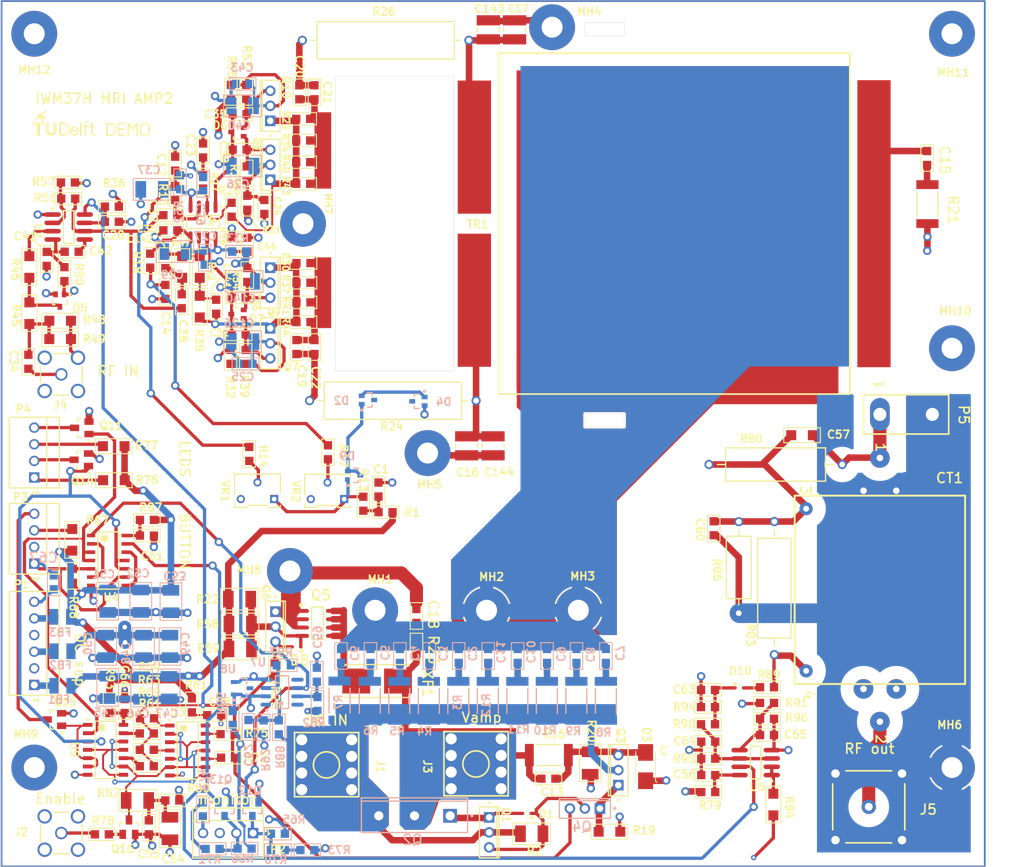
<source format=kicad_pcb>
(kicad_pcb (version 20240108) (generator "pcbnew") (generator_version "8.0")
  (layers (0 "F.Cu" signal "Top Layer") (1 "In1.Cu" signal "Signal Layer 1") (2 "In2.Cu" signal "Signal Layer 2") (31 "B.Cu" signal "Bottom Layer") (34 "B.Paste" user "Bottom Paste") (35 "F.Paste" user "Top Paste") (36 "B.SilkS" user "Bottom Overlay") (37 "F.SilkS" user "Top Overlay") (38 "B.Mask" user "Bottom Solder") (39 "F.Mask" user "Top Solder") (44 "Edge.Cuts" user))
  (net 0 "")
  (net 1 "NetQ5_5")
  (net 2 "Vd")
  (net 3 "SWRok")
  (net 4 "RFgnd")
  (net 5 "ref2V5")
  (net 6 "NetU4_8")
  (net 7 "NetU4_2")
  (net 8 "NetU3_2")
  (net 9 "NetR84_2")
  (net 10 "NetR75_1")
  (net 11 "NetR72_1")
  (net 12 "NetR71_2")
  (net 13 "NetR70_2")
  (net 14 "NetR69_1")
  (net 15 "NetR64_1")
  (net 16 "NetR63_1")
  (net 17 "NetR61_1")
  (net 18 "NetQ16_3")
  (net 19 "NetQ16_1")
  (net 20 "NetQ15_1")
  (net 21 "NetQ14_1")
  (net 22 "NetQ11_1")
  (net 23 "NetP4_3")
  (net 24 "NetP4_1")
  (net 25 "NetP3_3")
  (net 26 "NetC67_2")
  (net 27 "NetP2_3")
  (net 28 "NetP2_2")
  (net 29 "NetP2_1")
  (net 30 "NetJ2_1")
  (net 31 "NetFB3_1")
  (net 32 "NetD10_2")
  (net 33 "NetCT1_2")
  (net 34 "NetCT1_4")
  (net 35 "NetC66_2")
  (net 36 "NetC65_2")
  (net 37 "NetC64_2")
  (net 38 "NetC63_2")
  (net 39 "NetC62_2")
  (net 40 "NetC61_2")
  (net 41 "NetC59_2")
  (net 42 "NetC58_2")
  (net 43 "NetC57_2")
  (net 44 "NetC57_1")
  (net 45 "NetC56_2")
  (net 46 "NetC54_1")
  (net 47 "LEDprfl")
  (net 48 "LEDdcfail")
  (net 49 "LEDactive")
  (net 50 "DCok")
  (net 51 "NetFB2_1")
  (net 52 "NetFB1_1")
  (net 53 "NetC17_1")
  (net 54 "NetC16_1")
  (net 55 "NetC2_1")
  (net 56 "VSUP")
  (net 57 "VP")
  (net 58 "VN")
  (net 59 "VAMP")
  (net 60 "RFIN")
  (net 61 "RFB2")
  (net 62 "RFB1")
  (net 63 "NetR51_1")
  (net 64 "NetR46_1")
  (net 65 "NetC142_1")
  (net 66 "NetR27_2")
  (net 67 "NetR17_2")
  (net 68 "NetR14_2")
  (net 69 "NetQ8_1")
  (net 70 "NetC141_1")
  (net 71 "NetD8_1")
  (net 72 "NetQ3_1")
  (net 73 "NetD5_3")
  (net 74 "NetD2_2")
  (net 75 "NetD9_1")
  (net 76 "NetD1_1")
  (net 77 "NetD1_2")
  (net 78 "NetC44_1")
  (net 79 "NetC42_1")
  (net 80 "NetC41_2")
  (net 81 "NetC40_2")
  (net 82 "NetC37_1")
  (net 83 "NetC38_2")
  (net 84 "NetC36_1")
  (net 85 "NetC35_1")
  (net 86 "NetC34_2")
  (net 87 "NetC32_2")
  (net 88 "NetC31_2")
  (net 89 "NetC31_1")
  (net 90 "NetC30_2")
  (net 91 "NetC30_1")
  (net 92 "NetC28_2")
  (net 93 "NetC27_2")
  (net 94 "NetC25_2")
  (net 95 "NetC24_2")
  (net 96 "NetC23_2")
  (net 97 "NetC18_2")
  (net 98 "NetC15_1")
  (net 99 "NetC14_2")
  (net 100 "NetC13_1")
  (net 101 "NetC12_2")
  (net 102 "NetC11_2")
  (net 103 "NetC10_2")
  (net 104 "NetC9_2")
  (net 105 "NetC8_2")
  (net 106 "NetC7_2")
  (net 107 "NetC6_2")
  (net 108 "NetC5_2")
  (net 109 "NetC4_2")
  (net 110 "NetC3_2")
  (net 111 "NetC2_2")
  (net 112 "NetC1_2")
  (net 113 "NetC15_2")
  (net 114 "GND")
  (net 115 "GATE2")
  (net 116 "GATE1")
  (net 117 "ENABLE")
  (net 118 "DRAIN2")
  (net 119 "DRAIN1")
  (net 120 "BIAS2")
  (net 121 "BIAS1")
  (net 122 "NetC141_2")
  (net 123 "NetD2_1")
  (net 124 "NetD8_2")
  (footprint "DG_PcbLib.PcbLib:SMD/C_1111" (layer "F.Cu") (at 147.7631 43.4036 -90)
    (property "Reference" "C143")
    (property "Value" "Cap" (hide yes))
  )
  (footprint "sm.PCBLIB:SM/R_0805" (layer "F.Cu") (at 118.5011 88.0036)
    (property "Reference" "R44")
    (property "Value" "Res2" (hide yes))
  )
  (footprint "sm.PCBLIB:SM/R_0805" (layer "F.Cu") (at 128.7011 114.67 -90)
    (property "Reference" "R13")
    (property "Value" "Res2" (hide yes))
  )
  (footprint "CSTEMP.PcbLib:MTHOLE3.2MM_TOPBOT7MM" (layer "F.Cu") (at 146.7581 130.1036)
    (property "Reference" "MH2")
    (property "Value" "M3spacer" (hide yes))
  )
  (footprint "sm.PCBLIB:SM/C_0805" (layer "F.Cu") (at 91.40535 72.7036 180)
    (property "Reference" "C28")
    (property "Value" "Cap" (hide yes))
  )
  (footprint "sm.PCBLIB:SM/R_0805" (layer "F.Cu") (at 96.7511 118.2036 180)
    (property "Reference" "R87")
    (property "Value" "Res2" (hide yes))
  )
  (footprint "C__ProgramData_Altium_Altium Designer {02138A53-07CA-4151-A466-E5ACAEC16860}_VaultsFileCache_B7D15EC3-160A-466F-A46C-7801FE6295A7_8CA8AB73-6B48-45D4-B909-57CD1C692D12_Released_ADI-R-8_M.PcbLib:ADI-R-8_M" (layer "F.Cu") (at 83.7511 73.5036)
    (property "Reference" "U2")
    (property "Value" "AD8021ARZ" (hide yes))
  )
  (footprint "sm.PCBLIB:SM/R_0805" (layer "F.Cu") (at 94.6011 155.8036)
    (property "Reference" "R61")
    (property "Value" "Res2" (hide yes))
  )
  (footprint "sm.PCBLIB:SM/C_1206" (layer "F.Cu") (at 77.7511 85.0036 -90)
    (property "Reference" "R45")
    (property "Value" "Res2" (hide yes))
  )
  (footprint "Vault:D0014A_N" (layer "F.Cu") (at 89.38045 153.3036)
    (property "Reference" "U5")
    (property "Value" "SN74HC02D" (hide yes))
  )
  (footprint "pcon100t.PCBLIB:POLCON.100/VH/TM1SQS/W.300/4" (layer "F.Cu") (at 78.5011 124.8836 90)
    (property "Reference" "P3")
    (property "Value" "HEADER 4" (hide yes))
  )
  (footprint "sm.PCBLIB:SM/C_0805" (layer "F.Cu") (at 80.4011 79.4286 90)
    (property "Reference" "C41")
    (property "Value" "Cap" (hide yes))
  )
  (footprint "sm.PCBLIB:SM/R_1210" (layer "F.Cu") (at 163.3011 157.0326 90)
    (property "Reference" "R20")
    (property "Value" "Res2" (hide yes))
  )
  (footprint "sm.PCBLIB:SM/C_0805" (layer "F.Cu") (at 100.0011 62.76334 -90)
    (property "Reference" "C12")
    (property "Value" "Cap" (hide yes))
  )
  (footprint "sm.PCBLIB:SM/R_1206" (layer "F.Cu") (at 167.9011 165.8036 180)
    (property "Reference" "R19")
    (property "Value" "Res2" (hide yes))
  )
  (footprint "C__ProgramData_Altium_Altium Designer {02138A53-07CA-4151-A466-E5ACAEC16860}_VaultsFileCache_B7D15EC3-160A-466F-A46C-7801FE6295A7_AF1C01A5-1C22-4C7C-A547-2FCC435F23A7_Released_ONSC-TO-225-3-77-09.PcbLib:ONSC-TO-225-3-77-09" (layer "F.Cu") (at 114.5011 91.2536)
    (property "Reference" "Q7")
    (property "Value" "BD139" (hide yes))
  )
  (footprint "sm.PCBLIB:SM/C_0805" (layer "F.Cu") (at 98.5011 77.63638 -90)
    (property "Reference" "C142")
    (property "Value" "Cap" (hide yes))
  )
  (footprint "sm.PCBLIB:SM/R_0805" (layer "F.Cu") (at 82.6175 69.16564)
    (property "Reference" "R51")
    (property "Value" "Res2" (hide yes))
  )
  (footprint "Vault:D0014A_N" (layer "F.Cu") (at 101.9011 153.4036)
    (property "Reference" "U3")
    (property "Value" "SN74HC02D" (hide yes))
  )
  (footprint "sm.PCBLIB:SM/R_0805" (layer "F.Cu") (at 89.9761 145.5536 -90)
    (property "Reference" "R93")
    (property "Value" "Res2" (hide yes))
  )
  (footprint "C__ProgramData_Altium_Altium Designer {02138A53-07CA-4151-A466-E5ACAEC16860}_VaultsFileCache_B7D15EC3-160A-466F-A46C-7801FE6295A7_AF1C01A5-1C22-4C7C-A547-2FCC435F23A7_Released_ONSC-TO-225-3-77-09.PcbLib:ONSC-TO-225-3-77-09" (layer "F.Cu") (at 114.5011 82.0036)
    (property "Reference" "Q9")
    (property "Value" "BD140" (hide yes))
  )
  (footprint "sm.PCBLIB:SM/C_0805" (layer "F.Cu") (at 111.0011 77.2536 90)
    (property "Reference" "C44")
    (property "Value" "Cap" (hide yes))
  )
  (footprint "sm.PCBLIB:SM/R_1210" (layer "F.Cu") (at 92.5261 161.0286)
    (property "Reference" "R62")
    (property "Value" "Res2" (hide yes))
  )
  (footprint "sm.PCBLIB:SM/R_0805" (layer "F.Cu") (at 110.7511 94.3872 90)
    (property "Reference" "R39")
    (property "Value" "Res2" (hide yes))
  )
  (footprint "Footprint Library.PcbLib:SMA-Grotere-Gaten" (layer "F.Cu") (at 82.62815 95.99281)
    (property "Reference" "J4")
    (property "Value" "CONSMA008" (hide yes))
  )
  (footprint "sm.PCBLIB:SM/C_1206" (layer "F.Cu") (at 92.2761 106.9536 180)
    (property "Reference" "R77")
    (property "Value" "Res2" (hide yes))
  )
  (footprint "sm.PCBLIB:SM/C_1206" (layer "F.Cu") (at 103.7511 81.2536 90)
    (property "Reference" "R42")
    (property "Value" "Res2" (hide yes))
  )
  (footprint "sm.PCBLIB:SM/R_0805" (layer "F.Cu") (at 84.7011 66.7036 180)
    (property "Reference" "R57")
    (property "Value" "Res2" (hide yes))
  )
  (footprint "sm.PCBLIB:SM/C_0805" (layer "F.Cu") (at 100.33045 71.69194 180)
    (property "Reference" "C32")
    (property "Value" "Cap" (hide yes))
  )
  (footprint "CSTEMP.PcbLib:MTHOLE3.2MM_TOPBOT7MM" (layer "F.Cu") (at 118.1011 122.34805 90)
    (property "Reference" "MH8")
    (property "Value" "M3spacer" (hide yes))
  )
  (footprint "Vault:LFUS-154_V" (layer "F.Cu") (at 130.8011 142.8036)
    (property "Reference" "XF1")
    (property "Value" "0154010.DR" (hide yes))
  )
  (footprint "C__ProgramData_Altium_Altium Designer {02138A53-07CA-4151-A466-E5ACAEC16860}_VaultsFileCache_B7D15EC3-160A-466F-A46C-7801FE6295A7_AF1C01A5-1C22-4C7C-A547-2FCC435F23A7_Released_ONSC-TO-225-3-77-09.PcbLib:ONSC-TO-225-3-77-09" (layer "F.Cu") (at 115.3011 134.5036)
    (property "Reference" "Q6")
    (property "Value" "BD139" (hide yes))
  )
  (footprint "pcon100t.PCBLIB:POLCON.100/VH/TM1SQS/W.300/4" (layer "F.Cu") (at 78.5011 111.7436 90)
    (property "Reference" "P4")
    (property "Value" "HEADER 4" (hide yes))
  )
  (footprint "sm.PCBLIB:SM/R_0805" (layer "F.Cu") (at 108.5011 51.809 -90)
    (property "Reference" "R55")
    (property "Value" "Res2" (hide yes))
  )
  (footprint "sm.PCBLIB:SM/C_0805" (layer "F.Cu") (at 121.2511 54.0036 90)
    (property "Reference" "C21")
    (property "Value" "Cap" (hide yes))
  )
  (footprint "sm.PCBLIB:SM/R_0805" (layer "F.Cu") (at 118.5011 79.0036)
    (property "Reference" "R30")
    (property "Value" "Res2" (hide yes))
  )
  (footprint "sm.PCBLIB:SM/R_0805" (layer "F.Cu") (at 180.2511 159.7536)
    (property "Reference" "R79")
    (property "Value" "Res2" (hide yes))
  )
  (footprint "DG_PcbLib.PcbLib:SMD/C_1111" (layer "F.Cu") (at 144.4761 106.9036 90)
    (property "Reference" "C16")
    (property "Value" "Cap" (hide yes))
  )
  (footprint "sm.PCBLIB:SM/R_0805" (layer "F.Cu") (at 180.2511 154.6536)
    (property "Reference" "R95")
    (property "Value" "Res2" (hide yes))
  )
  (footprint "sm.PCBLIB:SM/R_0805" (layer "F.Cu") (at 111.3011 107.07 -90)
    (property "Reference" "R14")
    (property "Value" "Res2" (hide yes))
  )
  (footprint "sm.PCBLIB:SM/R_0805" (layer "F.Cu") (at 96.18945 77.57 -90)
    (property "Reference" "R18")
    (property "Value" "Res2" (hide yes))
  )
  (footprint "sm.PCBLIB:SM/C_1206" (layer "F.Cu") (at 92.3011 112.1536 180)
    (property "Reference" "R76")
    (property "Value" "Res2" (hide yes))
  )
  (footprint "sm.PCBLIB:SM/C_0805" (layer "F.Cu") (at 98.5011 84.47425 90)
    (property "Reference" "C14")
    (property "Value" "Cap" (hide yes))
  )
  (footprint "pcon100t.PCBLIB:POLCON.100/VH/TM1SQS/W.300/6" (layer "F.Cu") (at 78.5011 143.4036 90)
    (property "Reference" "P1")
    (property "Value" "Header 6" (hide yes))
  )
  (footprint "Vault:ONSC-SOD-523-2-502-01_V" (layer "F.Cu") (at 153.6411 163.0036 180)
    (property "Reference" "D1")
    (property "Value" "BAT54XV2T5G" (hide yes))
  )
  (footprint "sm.PCBLIB:SM/R_0805" (layer "F.Cu") (at 106.92175 150.9036)
    (property "Reference" "R75")
    (property "Value" "Res2" (hide yes))
  )
  (footprint "sm.PCBLIB:SM/R_0805" (layer "F.Cu") (at 107.0011 154.5036)
    (property "Reference" "R72")
    (property "Value" "Res2" (hide yes))
  )
  (footprint "sm.PCBLIB:SM/R_0805" (layer "F.Cu") (at 118.4591 56.9906)
    (property "Reference" "R29")
    (property "Value" "Res2" (hide yes))
  )
  (footprint "Vault:FAIR-SOT23-3_V" (layer "F.Cu") (at 81.5761 148.6786 90)
    (property "Reference" "Q15")
    (property "Value" "FDV301N" (hide yes))
  )
  (footprint "C__ProgramData_Altium_Altium Designer {02138A53-07CA-4151-A466-E5ACAEC16860}_VaultsFileCache_B7D15EC3-160A-466F-A46C-7801FE6295A7_AF1C01A5-1C22-4C7C-A547-2FCC435F23A7_Released_ONSC-TO-225-3-77-09.PcbLib:ONSC-TO-225-3-77-09" (layer "F.Cu") (at 114.5011 55.0036 180)
    (property "Reference" "Q10")
    (property "Value" "BD140" (hide yes))
  )
  (footprint "tm_axial.PCBLIB:AX/.800X.200/.037" (layer "F.Cu") (at 201.7511 109.7536 180)
    (property "Reference" "R80")
    (property "Value" "Res2" (hide yes))
  )
  (footprint "sm.PCBLIB:SM/R_0805" (layer "F.Cu") (at 136.8011 136.47 -90)
    (property "Reference" "R23")
    (property "Value" "Res2" (hide yes))
  )
  (footprint "Vault:D0014A_L" (layer "F.Cu") (at 89.8011 124.4036)
    (property "Reference" "U4")
    (property "Value" "SN74AHCT132D" (hide yes))
  )
  (footprint "sm.PCBLIB:SM/C_1206" (layer "F.Cu") (at 101.05845 77.9516 -90)
    (property "Reference" "R47")
    (property "Value" "Res2" (hide yes))
  )
  (footprint "sm.PCBLIB:SM/C_0805" (layer "F.Cu") (at 77.6011 93.0036 -90)
    (property "Reference" "C34")
    (property "Value" "Cap" (hide yes))
  )
  (footprint "sm.PCBLIB:SM/R_0805" (layer "F.Cu") (at 96.7675 148.49195 180)
    (property "Reference" "R64")
    (property "Value" "Res2" (hide yes))
  )
  (footprint "sm.PCBLIB:SM/C_0805" (layer "F.Cu") (at 110.9011 61.6896 180)
    (property "Reference" "C30")
    (property "Value" "Cap" (hide yes))
  )
  (footprint "C__ProgramData_Altium_Altium Designer {02138A53-07CA-4151-A466-E5ACAEC16860}_VaultsFileCache_B7D15EC3-160A-466F-A46C-7801FE6295A7_AF1C01A5-1C22-4C7C-A547-2FCC435F23A7_Released_ONSC-TO-225-3-77-09.PcbLib:ONSC-TO-225-3-77-09" (layer "F.Cu") (at 167.6011 156.4036 180)
    (property "Reference" "Q3")
    (property "Value" "BD139" (hide yes))
  )
  (footprint "vres.PCBLIB:VRES38" (layer "F.Cu") (at 115.0911 115.0256 180)
    (property "Reference" "VR1")
    (property "Value" "10k" (hide yes))
  )
  (footprint "sm.PCBLIB:SM/R_0805" (layer "F.Cu") (at 108.43945 92.2536 -90)
    (property "Reference" "R32")
    (property "Value" "Res2" (hide yes))
  )
  (footprint "sm.PCBLIB:SM/R_1210" (layer "F.Cu") (at 156.1011 166.1036 180)
    (property "Reference" "R2")
    (property "Value" "Res2" (hide yes))
  )
  (footprint "sm.PCBLIB:SM/C_1206" (layer "F.Cu") (at 84.3011 122.9036 90)
    (property "Reference" "R67")
    (property "Value" "Res2" (hide yes))
  )
  (footprint "vres.PCBLIB:VRES38" (layer "F.Cu") (at 125.7731 115.0356 180)
    (property "Reference" "VR2")
    (property "Value" "10k" (hide yes))
  )
  (footprint "sm.PCBLIB:SM/C_1206" (layer "F.Cu") (at 84.1011 90.6036 180)
    (property "Reference" "R49")
    (property "Value" "Res2" (hide yes))
  )
  (footprint "DG_PcbLib.PcbLib:SMD/R_2512" (layer "F.Cu") (at 157.0011 154.1036)
    (property "Reference" "R16")
    (property "Value" "Res2" (hide yes))
  )
  (footprint "sm.PCBLIB:SM/C_0805" (layer "F.Cu") (at 180.2175 144.15361)
    (property "Reference" "C63")
    (property "Value" "Cap" (hide yes))
  )
  (footprint "sm.PCBLIB:SM/R_0805" (layer "F.Cu") (at 110.9011 66.3872 90)
    (property "Reference" "R38")
    (property "Value" "Res2" (hide yes))
  )
  (footprint "sm.PCBLIB:SM/R_1210" (layer "F.Cu") (at 111.5301 130.3036 180)
    (property "Reference" "R22")
    (property "Value" "Res2" (hide yes))
  )
  (footprint "sm.PCBLIB:SM/R_0805" (layer "F.Cu") (at 108.6011 69.8036 -90)
    (property "Reference" "R28")
    (property "Value" "Res2" (hide yes))
  )
  (footprint "sm.PCBLIB:SM/R_0805" (layer "F.Cu") (at 182.3511 146.77861 180)
    (property "Reference" "R94")
    (property "Value" "Res2" (hide yes))
  )
  (footprint "sm.PCBLIB:SM/C_0805" (layer "F.Cu") (at 180.2511 152.0536)
    (property "Reference" "C64")
    (property "Value" "Cap" (hide yes))
  )
  (footprint "sm.PCBLIB:SM/R_0805" (layer "F.Cu") (at 104.2511 65.5036 -90)
    (property "Reference" "R27")
    (property "Value" "Res2" (hide yes))
  )
  (footprint "tm_axial.PCBLIB:AX/1.000X.225/.034" (layer "F.Cu") (at 120.5011 100.0036)
    (property "Reference" "R24")
    (property "Value" "Res2" (hide yes))
  )
  (footprint "C__ProgramData_Altium_Altium Designer {02138A53-07CA-4151-A466-E5ACAEC16860}_VaultsFileCache_B7D15EC3-160A-466F-A46C-7801FE6295A7_AF1C01A5-1C22-4C7C-A547-2FCC435F23A7_Released_ONSC-TO-225-3-77-09.PcbLib:ONSC-TO-225-3-77-09" (layer "F.Cu") (at 114.5011 64.0036 180)
    (property "Reference" "Q8")
    (property "Value" "BD139" (hide yes))
  )
  (footprint "sm.PCBLIB:SM/R_0805" (layer "F.Cu") (at 111.0011 81.8872 90)
    (property "Reference" "R54")
    (property "Value" "Res2" (hide yes))
  )
  (footprint "Vault:FAIR-SOT23-3_V" (layer "F.Cu") (at 85.6761 109.0286 90)
    (property "Reference" "Q14")
    (property "Value" "FDV301N" (hide yes))
  )
  (footprint "CSTEMP.PcbLib:LOGO3" (layer "F.Cu") (at 78.2511 59.7286)
    (property "Reference" "IWM37H MRI AMP2")
    (property "Value" "Comment" (hide yes))
  )
  (footprint "sm.PCBLIB:SM/R_0805" (layer "F.Cu") (at 87.7511 166.2036)
    (property "Reference" "R78")
    (property "Value" "Res2" (hide yes))
  )
  (footprint "sm.PCBLIB:SM/R_0805" (layer "F.Cu") (at 84.4011 127.8036 90)
    (property "Reference" "R68")
    (property "Value" "Res2" (hide yes))
  )
  (footprint "sm.PCBLIB:SM/C_0805" (layer "F.Cu") (at 182.1511 120.5536 90)
    (property "Reference" "C60")
    (property "Value" "Cap" (hide yes))
  )
  (footprint "CSTEMP.PcbLib:MTHOLE3.2MM_TOPBOT7MM" (layer "F.Cu") (at 78.5011 156.0036 90)
    (property "Reference" "MH9")
    (property "Value" "M3spacer" (hide yes))
  )
  (footprint "DG_PcbLib.PcbLib:SMD/C_1111" (layer "F.Cu") (at 151.7711 43.4036 -90)
    (property "Reference" "C17")
    (property "Value" "Cap" (hide yes))
  )
  (footprint "MRIamp.PcbLib:CT" (layer "F.Cu") (at 207.5011 129.0036 180)
    (property "Reference" "CT1")
    (property "Value" "CT1:10" (hide yes))
  )
  (footprint "sm.PCBLIB:SM/C_1206" (layer "F.Cu") (at 193.9761 105.2786)
    (property "Reference" "C57")
    (property "Value" "Cap" (hide yes))
  )
  (footprint "C__ProgramData_Altium_Altium Designer {02138A53-07CA-4151-A466-E5ACAEC16860}_VaultsFileCache_B7D15EC3-160A-466F-A46C-7801FE6295A7_18A4B5F1-5735-412D-8E4D-103348C05C13_Released_ADI-R-8_L.PcbLib:ADI-R-8_L" (layer "F.Cu") (at 104.2511 72.7536 -90)
    (property "Reference" "U1")
    (property "Value" "AD8017ARZ" (hide yes))
  )
  (footprint "C__ProgramData_Altium_Altium Designer {02138A53-07CA-4151-A466-E5ACAEC16860}_VaultsFileCache_B7D15EC3-160A-466F-A46C-7801FE6295A7_CBDC713D-DC29-45C9-8CA9-C6161FF3830B_Released_ONSC-SOT-323-3-419-04_V.PcbLib:ONSC-SOT-323-3-419-04_V" (layer "F.Cu") (at 82.4011 84.7286 -90)
    (property "Reference" "D5")
    (property "Value" "BAV99WT1G" (hide yes))
  )
  (footprint "Footprint Library.PcbLib:SMA-Grotere-Gaten" (layer "F.Cu") (at 82.6281 166.0036 90)
    (property "Reference" "J2")
    (property "Value" "CONSMA008" (hide yes))
  )
  (footprint "sm.PCBLIB:SM/C_0805" (layer "F.Cu") (at 136.8011 131.8036 -90)
    (property "Reference" "C18")
    (property "Value" "Cap" (hide yes))
  )
  (footprint "sm.PCBLIB:SM/R_0805" (layer "F.Cu") (at 115.2011 139.97425 -90)
    (property "Reference" "R25")
    (property "Value" "Res2" (hide yes))
  )
  (footprint "sm.PCBLIB:SM/R_0805" (layer "F.Cu") (at 182.3511 149.4036 180)
    (property "Reference" "R90")
    (property "Value" "Res2" (hide yes))
  )
  (footprint "sm.PCBLIB:SM/R_0805" (layer "F.Cu") (at 131.02545 117.02795)
    (property "Reference" "R1")
    (property "Value" "Res2" (hide yes))
  )
  (footprint "sm.PCBLIB:SM/C_0805" (layer "F.Cu") (at 118.93945 54.0036 90)
    (property "Reference" "C20")
    (property "Value" "Cap" (hide yes))
  )
  (footprint "sm.PCBLIB:SM/C_1210" (layer "F.Cu") (at 99.2011 163.6036 -90)
    (property "Reference" "C54")
    (property "Value" "Cap" (hide yes))
  )
  (footprint "sm.PCBLIB:SM/R_0805" (layer "F.Cu") (at 118.5011 82.0036)
    (property "Reference" "R37")
    (property "Value" "Res2" (hide yes))
  )
  (footprint "sm.PCBLIB:SM/R_1210" (layer "F.Cu") (at 111.6301 134.1036 180)
    (property "Reference" "R58")
    (property "Value" "Res2" (hide yes))
  )
  (footprint "sm.PCBLIB:SM/C_0805" (layer "F.Cu") (at 95.9761 166.2036 90)
    (property "Reference" "C55")
    (property "Value" "Cap" (hide yes))
  )
  (footprint "sm.PCBLIB:SM/C_0805" (layer "F.Cu") (at 101.0011 85.90205 90)
    (property "Reference" "C38")
    (property "Value" "Cap" (hide yes))
  )
  (footprint "Vault:ONSC-SOD-523-2-502-01_V" (layer "F.Cu") (at 186.0511 143.8536)
    (property "Reference" "D10")
    (property "Value" "BAT54XV2T5G" (hide yes))
  )
  (footprint "CSTEMP.PcbLib:MTHOLE3.2MM_TOPBOT7MM" (layer "F.Cu") (at 229.23494 165.9526 90)
    (property "Reference" "MH10")
    (property "Value" "M3spacer" (hide yes))
  )
  (footprint "CSTEMP.PcbLib:MTHOLE3.2MM_TOPBOT7MM" (layer "F.Cu") (at 157.1941 43.0206)
    (property "Reference" "MH4")
    (property "Value" "M3spacer" (hide yes))
  )
  (footprint "Vault:FAIR-SOT23-3_V" (layer "F.Cu") (at 85.7511 104.1536 90)
    (property "Reference" "Q11")
    (property "Value" "FDV301N" (hide yes))
  )
  (footprint "Zetex Discrete MOSFET.IntLib:SO8_N" (layer "F.Cu") (at 121.7011 134.0036)
    (property "Reference" "Q5")
    (property "Value" "BSC340N08NS3" (hide yes))
  )
  (footprint "sm.PCBLIB:SM/R_0805" (layer "F.Cu") (at 102.5511 145.4536 -90)
    (property "Reference" "R81")
    (property "Value" "Res2" (hide yes))
  )
  (footprint "pcon100t.PCBLIB:POLCON.100/VH/TM1SQS/W.300/4" (layer "F.Cu") (at 111.8761 166.0036 180)
    (property "Reference" "P2")
    (property "Value" "HEADER 4" (hide yes))
  )
  (footprint "Vault:FAIR-SOT23-3_V" (layer "F.Cu") (at 92.9511 165.1036)
    (property "Reference" "Q16")
    (property "Value" "FDV301N" (hide yes))
  )
  (footprint "sm.PCBLIB:SM/C_0805" (layer "F.Cu") (at 131.01275 112.5036 -90)
    (property "Reference" "C1")
    (property "Value" "Cap" (hide yes))
  )
  (footprint "sm.PCBLIB:SM/R_0805" (layer "F.Cu") (at 118.4591 66.8966)
    (property "Reference" "R43")
    (property "Value" "Res2" (hide yes))
  )
  (footprint "sm.PCBLIB:SM/C_0805" (layer "F.Cu") (at 121.2511 90.7536 -90)
    (property "Reference" "C22")
    (property "Value" "Cap" (hide yes))
  )
  (footprint "sm.PCBLIB:SM/R_0805" (layer "F.Cu") (at 189.2175 146.1536)
    (property "Reference" "R91")
    (property "Value" "Res2" (hide yes))
  )
  (footprint "CSTEMP.PcbLib:BUSHING_M4" (layer "F.Cu") (at 119.3011 151.7636)
    (property "Reference" "J1")
    (property "Value" "M4 bushing" (hide yes))
  )
  (footprint "sm.PCBLIB:SM/C_0805" (layer "F.Cu") (at 110.7511 84.2536 180)
    (property "Reference" "C36")
    (property "Value" "Cap" (hide yes))
  )
  (footprint "sm.PCBLIB:SM/C_1206" (layer "F.Cu") (at 191.2511 163.3056 90)
    (property "Reference" "R84")
    (property "Value" "Res2" (hide yes))
  )
  (footprint "DG_PcbLib.PcbLib:SMD/R_2512" (layer "F.Cu") (at 214.7511 70.0036 -90)
    (property "Reference" "R21")
    (property "Value" "Res2" (hide yes))
  )
  (footprint "sm.PCBLIB:SM/C_1206" (layer "F.Cu") (at 77.7511 77.9516 -90)
    (property "Reference" "R46")
    (property "Value" "Res2" (hide yes))
  )
  (footprint "CSTEMP.PcbLib:BUSHING_M4" (layer "F.Cu") (at 142.1011 151.6236)
    (property "Reference" "J3")
    (property "Value" "M4 bushing" (hide yes))
  )
  (footprint "sm.PCBLIB:SM/R_0805" (layer "F.Cu") (at 94.6011 150.8036)
    (property "Reference" "R63")
    (property "Value" "Res2" (hide yes))
  )
  (footprint "C__ProgramData_Altium_Altium Designer {02138A53-07CA-4151-A466-E5ACAEC16860}_VaultsFileCache_B7D15EC3-160A-466F-A46C-7801FE6295A7_CBDC713D-DC29-45C9-8CA9-C6161FF3830B_Released_ONSC-SOT-323-3-419-04_V.PcbLib:ONSC-SOT-323-3-419-04_V" (layer "F.Cu") (at 109.5011 86.80064 180)
    (property "Reference" "D7")
    (property "Value" "BAV99WT1G" (hide yes))
  )
  (footprint "sm.PCBLIB:SM/C_0805" (layer "F.Cu") (at 110.7511 89.8836 180)
    (property "Reference" "C31")
    (property "Value" "Cap" (hide yes))
  )
  (footprint "sm.PCBLIB:SM/C_0805" (layer "F.Cu") (at 106.25325 86.7372 90)
    (property "Reference" "C141")
    (property "Value" "Cap" (hide yes))
  )
  (footprint "sm.PCBLIB:SM/R_0805" (layer "F.Cu") (at 191.3511 148.5536 180)
    (property "Reference" "R96")
    (property "Value" "Res2" (hide yes))
  )
  (footprint "sm.PCBLIB:SM/C_0805" (layer "F.Cu") (at 110.8847 56.26695 180)
    (property "Reference" "C35")
    (property "Value" "Cap" (hide yes))
  )
  (footprint "sm.PCBLIB:SM/R_0805" (layer "F.Cu") (at 108.6761 75.1036 -90)
    (property "Reference" "R56")
    (property "Value" "Res2" (hide yes))
  )
  (footprint "sm.PCBLIB:SM/C_0805" (layer "F.Cu") (at 113.6011 71.5036 90)
    (property "Reference" "C24")
    (property "Value" "Cap" (hide yes))
  )
  (footprint "CSTEMP.PcbLib:MTHOLE3.2MM_TOPBOT7MM" (layer "F.Cu") (at 130.6011 129.9036)
    (property "Reference" "MH1")
    (property "Value" "M3spacer" (hide yes))
  )
  (footprint "sm.PCBLIB:SM/R_0805" (layer "F.Cu") (at 89.27175 70.39194)
    (property "Reference" "R36")
    (property "Value" "Res2" (hide yes))
  )
  (footprint "sm.PCBLIB:SM/C_0805" (layer "F.Cu") (at 158.0011 157.7036 180)
    (property "Reference" "C13")
    (property "Value" "Cap" (hide yes))
  )
  (footprint "Vault:ADI-R-8_M" (layer "F.Cu") (at 188.5511 155.2536 180)
    (property "Reference" "U6")
    (property "Value" "AD822ARZ" (hide yes))
  )
  (footprint "sm.PCBLIB:SM/R_0805" (layer "F.Cu") (at 191.3511 143.7536 180)
    (property "Reference" "R89")
    (property "Value" "Res2" (hide yes))
  )
  (footprint "sm.PCBLIB:SM/R_0805" (layer "F.Cu") (at 110.8391 53.9426 90)
    (property "Reference" "R53")
    (property "Value" "Res2" (hide yes))
  )
  (footprint "sm.PCBLIB:SM/R_1210" (layer "F.Cu") (at 111.6301 137.9036 180)
    (property "Reference" "R59")
    (property "Value" "Res2" (hide yes))
  )
  (footprint "sm.PCBLIB:SM/C_0805" (layer "F.Cu") (at 100.33045 74.0036 180)
    (property "Reference" "C33")
    (property "Value" "Cap" (hide yes))
  )
  (footprint "MRIamp.PcbLib:PCBComponent_1" (layer "F.Cu") (at 145.6371 72.9926 -90)
    (property "Reference" "TR1")
    (property "Value" "1:1:4:4" (hide yes))
  )
  (footprint "sm.PCBLIB:SM/R_0805" (layer "F.Cu") (at 118.4591 60.2926)
    (property "Reference" "R34")
    (property "Value" "Res2" (hide yes))
  )
  (footprint "CSTEMP.PcbLib:MTHOLE3.2MM_TOPBOT7MM" (layer "F.Cu") (at 119.5011 73.0036)
    (property "Reference" "MH7")
    (property "Value" "M3spacer" (hide yes))
  )
  (footprint "CSTEMP.PcbLib:MTHOLE3.2MM_TOPBOT7MM" (layer "F.Cu") (at 218.10665 161.55194 90)
    (property "Reference" "MH6")
    (property "Value" "M3spacer" (hide yes))
  )
  (footprint "sm.PCBLIB:SM/R_0805" (layer "F.Cu") (at 100.0011 69.36759 90)
    (property "Reference" "R15")
    (property "Value" "Res2" (hide yes))
  )
  (footprint "sm.PCBLIB:SM/C_0805" (layer "F.Cu") (at 104.2511 60.7536 -90)
    (property "Reference" "C23")
    (property "Value" "Cap" (hide yes))
  )
  (footprint "sm.PCBLIB:SM/C_0805" (layer "F.Cu") (at 191.3511 151.0536 180)
    (property "Reference" "C65")
    (property "Value" "Cap" (hide yes))
  )
  (footprint "sm.PCBLIB:SM/C_0805" (layer "F.Cu") (at 107.0261 148.0036 180)
    (property "Reference" "C58")
    (property "Value" "Cap" (hide yes))
  )
  (footprint "Footprint Library.PcbLib:BNC_Danny" (layer "F.Cu") (at 205.8011 162.0036 180)
    (property "Reference" "J5")
    (property "Value" "R141426161" (hide yes))
  )
  (footprint "sm.PCBLIB:SM/C_0805" (layer "F.Cu") (at 92.3011 145.5536 -90)
    (property "Reference" "C66")
    (property "Value" "Cap" (hide yes))
  )
  (footprint "sm.PCBLIB:SM/C_0805" (layer "F.Cu") (at 214.7011 61.9036 -90)
    (property "Reference" "C15")
    (property "Value" "Cap" (hide yes))
  )
  (footprint "DG_PcbLib.PcbLib:SMD/C_1111" (layer "F.Cu") (at 148.4841 106.9036 90)
    (property "Reference" "C144")
    (property "Value" "Cap" (hide yes))
  )
  (footprint "sm.PCBLIB:SM/R_0805" (layer "F.Cu") (at 118.4591 63.5946)
    (property "Reference" "R40")
    (property "Value" "Res2" (hide yes))
  )
  (footprint "sm.PCBLIB:SM/C_0805" (layer "F.Cu") (at 96.7511 120.6036 180)
    (property "Reference" "C61")
    (property "Value" "Cap" (hide yes))
  )
  (footprint "sm.PCBLIB:SM/R_0805" (layer "F.Cu") (at 118.5011 85.0036)
    (property "Reference" "R41")
    (property "Value" "Res2" (hide yes))
  )
  (footprint "tm_axial.PCBLIB:AX/.550X.150/.034" (layer "F.Cu") (at 185.9761 118.4786 -90)
    (property "Reference" "R86")
    (property "Value" "Res2" (hide yes))
  )
  (footprint "tm_axial.PCBLIB:AX/.800X.200/.037" (layer "F.Cu") (at 191.4011 138.7786 90)
    (property "Reference" "R83")
    (property "Value" "Res2" (hide yes))
  )
  (footprint "sm.PCBLIB:SM/C_0805" (layer "F.Cu") (at 85.2761 77.2786 180)
    (property "Reference" "C42")
    (property "Value" "Cap" (hide yes))
  )
  (footprint "CSTEMP.PcbLib:MTHOLE3.2MM_TOPBOT7MM" (layer "F.Cu") (at 138.5011 108.0036 90)
    (property "Reference" "MH5")
    (property "Value" "M3spacer" (hide yes))
  )
  (footprint "C__ProgramData_Altium_Altium Designer {02138A53-07CA-4151-A466-E5ACAEC16860}_VaultsFileCache_B7D15EC3-160A-466F-A46C-7801FE6295A7_AF1C01A5-1C22-4C7C-A547-2FCC435F23A7_Released_ONSC-TO-225-3-77-09.PcbLib:ONSC-TO-225-3-77-09" (layer "F.Cu") (at 147.9011 165.9036)
    (property "Reference" "Q1")
    (property "Value" "BD139" (hide yes))
  )
  (footprint "sm.PCBLIB:SM/R_0805" (layer "F.Cu") (at 100.6261 161.0286 180)
    (property "Reference" "R60")
    (property "Value" "Res2" (hide yes))
  )
  (footprint "CSTEMP.PcbLib:MTHOLE3.2MM_TOPBOT7MM" (layer "F.Cu") (at 78.5011 44.0036 90)
    (property "Reference" "MH12")
    (property "Value" "M3spacer" (hide yes))
  )
  (footprint "tm_axial.PCBLIB:AX/1.000X.225/.034" (layer "F.Cu") (at 119.4011 45.0036)
    (property "Reference" "R26")
    (property "Value" "Res2" (hide yes))
  )
  (footprint "Vault:ONSC-SOD-523-2-502-01_V" (layer "F.Cu") (at 118.5011 137.58285 180)
    (property "Reference" "D8")
    (property "Value" "BAT54XV2T5G" (hide yes))
  )
  (footprint "sm.PCBLIB:SM/R_0805" (layer "F.Cu") (at 123.3011 106.82 -90)
    (property "Reference" "R17")
    (property "Value" "Res2" (hide yes))
  )
  (footprint "CSTEMP.PcbLib:MTHOLE3.2MM_TOPBOT7MM" (layer "F.Cu") (at 218.5011 44.0036 90)
    (property "Reference" "MH11")
    (property "Value" "M3spacer" (hide yes))
  )
  (footprint "C__ProgramData_Altium_Altium Designer {02138A53-07CA-4151-A466-E5ACAEC16860}_VaultsFileCache_B7D15EC3-160A-466F-A46C-7801FE6295A7_CBDC713D-DC29-45C9-8CA9-C6161FF3830B_Released_ONSC-SOT-323-3-419-04_V.PcbLib:ONSC-SOT-323-3-419-04_V" (layer "F.Cu") (at 109.5011 59.0036 180)
    (property "Reference" "D6")
    (property "Value" "BAV99WT1G" (hide yes))
  )
  (footprint "sm.PCBLIB:SM/C_0805" (layer "F.Cu") (at 118.5011 90.7536 -90)
    (property "Reference" "C19")
    (property "Value" "Cap" (hide yes))
  )
  (footprint "CSTEMP.PcbLib:MTHOLE3.2MM_TOPBOT7MM" (layer "F.Cu") (at 162.4011 130.1036)
    (property "Reference" "MH3")
    (property "Value" "M3spacer" (hide yes))
  )
  (footprint "sm.PCBLIB:SM/C_1206" (layer "F.Cu") (at 84.1011 87.8036 180)
    (property "Reference" "R48")
    (property "Value" "Res2" (hide yes))
  )
  (footprint "sm.PCBLIB:SM/C_0805" (layer "F.Cu") (at 180.2511 157.1536)
    (property "Reference" "C56")
    (property "Value" "Cap" (hide yes))
  )
  (footprint "sm.PCBLIB:SM/R_0805" (layer "F.Cu") (at 111.0011 68.7286 -90)
    (property "Reference" "R31")
    (property "Value" "Res2" (hide yes))
  )
  (footprint "sm.PCBLIB:SM/R_0805" (layer "F.Cu") (at 96.7347 153.3036 180)
    (property "Reference" "R69")
    (property "Value" "Res2" (hide yes))
  )
  (footprint "sm.PCBLIB:SM/C_1206" (layer "F.Cu") (at 103.7511 87.3056 90)
    (property "Reference" "R35")
    (property "Value" "Res2" (hide yes))
  )
  (footprint "sm.PCBLIB:SM/DO214AC_12" (layer "F.Cu") (at 171.75605 158.0216 90)
    (property "Reference" "D3")
    (property "Value" "ES1C" (hide yes))
  )
  (footprint "sm.PCBLIB:SM/R_0805" (layer "F.Cu") (at 83.1011 79.6286 -90)
    (property "Reference" "R50")
    (property "Value" "Res2" (hide yes))
  )
  (footprint "Vault:FAIR-SOT23-3_V" (layer "B.Cu") (at 107.5261 162.3786)
    (property "Reference" "Q13")
    (property "Value" "FDV301N" (hide yes))
  )
  (footprint "INF-PG-TO247-3-44.PcbLib:INF-PG-TO247-3-44" (layer "B.Cu") (at 136.5011 163.3736 90)
    (property "Reference" "Q2")
    (property "Value" "IXTH90P10P" (hide yes))
  )
  (footprint "sm.PCBLIB:SM/C_1210" (layer "B.Cu") (at 95.1761 135.8036 -90)
    (property "Reference" "C48")
    (property "Value" "Cap" (hide yes))
  )
  (footprint "C__ProgramData_Altium_Altium Designer {1BD00FDB-3508-4AAF-96D2-F4027FDECFC4}_VaultsFileCache_B7D15EC3-160A-466F-A46C-7801FE6295A7_4AD286DE-24F2-402B-839C-F2D1EEDDEDA7_Released_MURA-BLM21-B40-CHIP-2_V1.PcbLib:MURA-BLM21-B40-CHIP-2_V1" (layer "B.Cu") (at 82.8011 143.5286)
    (property "Reference" "FB1")
    (property "Value" "BLM21PG300SN1B" (hide yes))
  )
  (footprint "DG_PcbLib.PcbLib:SMD/R_2512" (layer "B.Cu") (at 129.686 145.8266 -90)
    (property "Reference" "R6")
    (property "Value" "Res2" (hide yes))
  )
  (footprint "sm.PCBLIB:SM/C_0805" (layer "B.Cu") (at 104.2511 68.0036 90)
    (property "Reference" "C39")
    (property "Value" "Cap" (hide yes))
  )
  (footprint "sm.PCBLIB:SM/C_0805" (layer "B.Cu") (at 109.6511 94.3786)
    (property "Reference" "C25")
    (property "Value" "Cap" (hide yes))
  )
  (footprint "Vault:DBZ0003A_N" (layer "B.Cu") (at 110.2011 143.9036)
    (property "Reference" "U8")
    (property "Value" "LM4040CIM3-2.5" (hide yes))
  )
  (footprint "sm.PCBLIB:SM/C_1210" (layer "B.Cu") (at 112.0011 64.2036 180)
    (property "Reference" "C26")
    (property "Value" "Cap" (hide yes))
  )
  (footprint "Vault:MURA-BLM21-B40-CHIP-2_V1" (layer "B.Cu") (at 82.7511 133.0036)
    (property "Reference" "FB3")
    (property "Value" "BLM21PG300SN1B" (hide yes))
  )
  (footprint "DG_PcbLib.PcbLib:SMD/R_2512" (layer "B.Cu") (at 138.68977 145.8266 -90)
    (property "Reference" "R4")
    (property "Value" "Res2" (hide yes))
  )
  (footprint "sm.PCBLIB:SM/R_0805" (layer "B.Cu") (at 115.5011 140.4036)
    (property "Reference" "R97")
    (property "Value" "Res2" (hide yes))
  )
  (footprint "sm.PCBLIB:SM/C_1210" (layer "B.Cu") (at 94.7511 128.9036 -90)
    (property "Reference" "C52")
    (property "Value" "Cap" (hide yes))
  )
  (footprint "sm.PCBLIB:SM/R_0805" (layer "B.Cu") (at 119.1011 168.6036)
    (property "Reference" "R73")
    (property "Value" "Res2" (hide yes))
  )
  (footprint "sm.PCBLIB:SM/C_1210" (layer "B.Cu") (at 98.1801 67.7536 180)
    (property "Reference" "C37")
    (property "Value" "Cap" (hide yes))
  )
  (footprint "C__ProgramData_Altium_Altium Designer {1BD00FDB-3508-4AAF-96D2-F4027FDECFC4}_VaultsFileCache_B7D15EC3-160A-466F-A46C-7801FE6295A7_4AD286DE-24F2-402B-839C-F2D1EEDDEDA7_Released_MURA-BLM21-B40-CHIP-2_V1.PcbLib:MURA-BLM21-B40-CHIP-2_V1" (layer "B.Cu") (at 82.8011 138.2536)
    (property "Reference" "FB2")
    (property "Value" "BLM21PG300SN1B" (hide yes))
  )
  (footprint "sm.PCBLIB:SM/C_0805" (layer "B.Cu") (at 156.72332 137.9036 -90)
    (property "Reference" "C9")
    (property "Value" "Cap" (hide yes))
  )
  (footprint "sm.PCBLIB:SM/R_0805" (layer "B.Cu") (at 104.2261 161.3286 -90)
    (property "Reference" "R74")
    (property "Value" "Res2" (hide yes))
  )
  (footprint "sm.PCBLIB:SM/R_0805" (layer "B.Cu") (at 108.68945 77.2536)
    (property "Reference" "R33")
    (property "Value" "Res2" (hide yes))
  )
  (footprint "sm.PCBLIB:SM/C_1210" (layer "B.Cu") (at 108.8011 81.8036)
    (property "Reference" "C140")
    (property "Value" "Cap" (hide yes))
  )
  (footprint "sm.PCBLIB:SM/C_0805" (layer "B.Cu") (at 138.76777 137.9036 -90)
    (property "Reference" "C3")
    (property "Value" "Cap" (hide yes))
  )
  (footprint "sm.PCBLIB:SM/R_0805" (layer "B.Cu") (at 115.8011 150.93785 90)
    (property "Reference" "R88")
    (property "Value" "Res2" (hide yes))
  )
  (footprint "sm.PCBLIB:SM/C_0805" (layer "B.Cu") (at 161.21221 137.9036 -90)
    (property "Reference" "C8")
    (property "Value" "Cap" (hide yes))
  )
  (footprint "sm.PCBLIB:SM/C_0805" (layer "B.Cu") (at 143.25666 137.9036 -90)
    (property "Reference" "C2")
    (property "Value" "Cap" (hide yes))
  )
  (footprint "C__ProgramData_Altium_Altium Designer {02138A53-07CA-4151-A466-E5ACAEC16860}_VaultsFileCache_B7D15EC3-160A-466F-A46C-7801FE6295A7_CBDC713D-DC29-45C9-8CA9-C6161FF3830B_Released_ONSC-SOT-323-3-419-04_V.PcbLib:ONSC-SOT-323-3-419-04_V" (layer "B.Cu") (at 137.1011 100.1036 180)
    (property "Reference" "D4")
    (property "Value" "BAV99WT1G" (hide yes))
  )
  (footprint "sm.PCBLIB:SM/R_0805" (layer "B.Cu") (at 113.48945 148.80425 -90)
    (property "Reference" "R92")
    (property "Value" "Res2" (hide yes))
  )
  (footprint "sm.PCBLIB:SM/C_1210" (layer "B.Cu") (at 99.3511 128.9536 -90)
    (property "Reference" "C53")
    (property "Value" "Cap" (hide yes))
  )
  (footprint "DG_PcbLib.PcbLib:SMD/R_2512" (layer "B.Cu") (at 125.0761 145.7786 -90)
    (property "Reference" "R7")
    (property "Value" "Res2" (hide yes))
  )
  (footprint "sm.PCBLIB:SM/C_0805" (layer "B.Cu") (at 152.23443 137.9036 -90)
    (property "Reference" "C10")
    (property "Value" "Cap" (hide yes))
  )
  (footprint "sm.PCBLIB:SM/R_0805" (layer "B.Cu") (at 100.7511 67.73075 90)
    (property "Reference" "R52")
    (property "Value" "Res2" (hide yes))
  )
  (footprint "MRIamp.PcbLib:megaheader" (layer "B.Cu") (at 211.5011 102.1036 90)
    (property "Reference" "P5")
    (property "Value" "RFin" (hide yes))
  )
  (footprint "sm.PCBLIB:SM/R_0805" (layer "B.Cu") (at 121.7011 147.37425 90)
    (property "Reference" "R82")
    (property "Value" "Res2" (hide yes))
  )
  (footprint "DG_PcbLib.PcbLib:SMD/R_2512" (layer "B.Cu") (at 165.70109 145.8266 -90)
    (property "Reference" "R8")
    (property "Value" "Res2" (hide yes))
  )
  (footprint "DG_PcbLib.PcbLib:SMD/R_2512" (layer "B.Cu") (at 134.18789 145.8266 -90)
    (property "Reference" "R5")
    (property "Value" "Res2" (hide yes))
  )
  (footprint "sm.PCBLIB:SM/C_1210" (layer "B.Cu") (at 99.0761 142.1036 -90)
    (property "Reference" "C47")
    (property "Value" "Cap" (hide yes))
  )
  (footprint "sm.PCBLIB:SM/C_1210" (layer "B.Cu") (at 112.0011 91.0036 180)
    (property "Reference" "C126")
    (property "Value" "Cap" (hide yes))
  )
  (footprint "DG_PcbLib.PcbLib:SMD/R_2512" (layer "B.Cu") (at 156.69731 145.8266 -90)
    (property "Reference" "R10")
    (property "Value" "Res2" (hide yes))
  )
  (footprint "DG_PcbLib.PcbLib:SMD/R_2512" (layer "B.Cu") (at 147.69354 145.8266 -90)
    (property "Reference" "R12")
    (property "Value" "Res2" (hide yes))
  )
  (footprint "DG_PcbLib.PcbLib:SMD/R_2512" (layer "B.Cu") (at 143.19166 145.8266 -90)
    (property "Reference" "R3")
    (property "Value" "Res2" (hide yes))
  )
  (footprint "sm.PCBLIB:SM/C_0805" (layer "B.Cu") (at 111.3511 51.6536 180)
    (property "Reference" "C43")
    (property "Value" "Cap" (hide yes))
  )
  (footprint "sm.PCBLIB:SM/R_0805" (layer "B.Cu") (at 114.6011 168.6036)
    (property "Reference" "R70")
    (property "Value" "Res2" (hide yes))
  )
  (footprint "Vault:ADI-R-8_L" (layer "B.Cu") (at 116.3011 144.5036)
    (property "Reference" "U7")
    (property "Value" "AD820ARZ" (hide yes))
  )
  (footprint "DG_PcbLib.PcbLib:SMD/R_2512" (layer "B.Cu") (at 161.1992 145.8266 -90)
    (property "Reference" "R9")
    (property "Value" "Res2" (hide yes))
  )
  (footprint "Vault:FAIR-SOT23-3_V" (layer "B.Cu") (at 111.7761 162.3786)
    (property "Reference" "Q12")
    (property "Value" "FDV301N" (hide yes))
  )
  (footprint "sm.PCBLIB:SM/C_0805" (layer "B.Cu") (at 81.4761 128.8036 90)
    (property "Reference" "C67")
    (property "Value" "Cap" (hide yes))
  )
  (footprint "C__ProgramData_Altium_Altium Designer {1BD00FDB-3508-4AAF-96D2-F4027FDECFC4}_VaultsFileCache_B7D15EC3-160A-466F-A46C-7801FE6295A7_CBDC713D-DC29-45C9-8CA9-C6161FF3830B_Released_ONSC-SOT-323-3-419-04_V.PcbLib:ONSC-SOT-323-3-419-04_V" (layer "B.Cu") (at 127.3011 111.4036)
    (property "Reference" "D9")
    (property "Value" "BAV99WT1G" (hide yes))
  )
  (footprint "sm.PCBLIB:SM/R_0805" (layer "B.Cu") (at 106.7761 168.4286 180)
    (property "Reference" "R71")
    (property "Value" "Res2" (hide yes))
  )
  (footprint "sm.PCBLIB:SM/C_1210" (layer "B.Cu") (at 108.5261 55.0036)
    (property "Reference" "C40")
    (property "Value" "Cap" (hide yes))
  )
  (footprint "sm.PCBLIB:SM/C_1210" (layer "B.Cu") (at 89.4011 135.8036 -90)
    (property "Reference" "C50")
    (property "Value" "Cap" (hide yes))
  )
  (footprint "C__ProgramData_Altium_Altium Designer {02138A53-07CA-4151-A466-E5ACAEC16860}_VaultsFileCache_B7D15EC3-160A-466F-A46C-7801FE6295A7_AF1C01A5-1C22-4C7C-A547-2FCC435F23A7_Released_ONSC-TO-225-3-77-09.PcbLib:ONSC-TO-225-3-77-09" (layer "B.Cu") (at 162.5011 162.2636 90)
    (property "Reference" "Q4")
    (property "Value" "BD139" (hide yes))
  )
  (footprint "sm.PCBLIB:SM/C_0805" (layer "B.Cu") (at 165.7011 137.9036 -90)
    (property "Reference" "C7")
    (property "Value" "Cap" (hide yes))
  )
  (footprint "sm.PCBLIB:SM/C_0805" (layer "B.Cu") (at 125.3011 137.9036 -90)
    (property "Reference" "C6")
    (property "Value" "Cap" (hide yes))
  )
  (footprint "sm.PCBLIB:SM/C_1210" (layer "B.Cu") (at 99.2011 135.8036 -90)
    (property "Reference" "C49")
    (property "Value" "Cap" (hide yes))
  )
  (footprint "sm.PCBLIB:SM/C_0805" (layer "B.Cu") (at 134.27888 137.9036 -90)
    (property "Reference" "C4")
    (property "Value" "Cap" (hide yes))
  )
  (footprint "sm.PCBLIB:SM/C_1210" (layer "B.Cu") (at 89.7011 142.0536 -90)
    (property "Reference" "C45")
    (property "Value" "Cap" (hide yes))
  )
  (footprint "DG_PcbLib.PcbLib:SMD/R_2512" (layer "B.Cu") (at 152.19543 145.8266 -90)
    (property "Reference" "R11")
    (property "Value" "Res2" (hide yes))
  )
  (footprint "sm.PCBLIB:SM/C_1210" (layer "B.Cu") (at 89.7011 128.9036 -90)
    (property "Reference" "C51")
    (property "Value" "Cap" (hide yes))
  )
  (footprint "sm.PCBLIB:SM/C_0805" (layer "B.Cu") (at 104.5011 79.2536 90)
    (property "Reference" "C27")
    (property "Value" "Cap" (hide yes))
  )
  (footprint "sm.PCBLIB:SM/R_0805" (layer "B.Cu") (at 111.6511 168.3786 180)
    (property "Reference" "R66")
    (property "Value" "Res2" (hide yes))
  )
  (footprint "sm.PCBLIB:SM/C_0805" (layer "B.Cu") (at 111.1761 150.8786 90)
    (property "Reference" "C62")
    (property "Value" "Cap" (hide yes))
  )
  (footprint "sm.PCBLIB:SM/C_1210" (layer "B.Cu") (at 101.6801 77.2536 180)
    (property "Reference" "C29")
    (property "Value" "Cap" (hide yes))
  )
  (footprint "sm.PCBLIB:SM/R_0805" (layer "B.Cu") (at 116.7347 166.1036 180)
    (property "Reference" "R65")
    (property "Value" "Res2" (hide yes))
  )
  (footprint "C__ProgramData_Altium_Altium Designer {02138A53-07CA-4151-A466-E5ACAEC16860}_VaultsFileCache_B7D15EC3-160A-466F-A46C-7801FE6295A7_CBDC713D-DC29-45C9-8CA9-C6161FF3830B_Released_ONSC-SOT-323-3-419-04_V.PcbLib:ONSC-SOT-323-3-419-04_V" (layer "B.Cu") (at 129.4011 99.9036)
    (property "Reference" "D2")
    (property "Value" "BAV99WT1G" (hide yes))
  )
  (footprint "sm.PCBLIB:SM/C_0805" (layer "B.Cu") (at 129.78999 137.9036 -90)
    (property "Reference" "C5")
    (property "Value" "Cap" (hide yes))
  )
  (footprint "sm.PCBLIB:SM/C_0805" (layer "B.Cu") (at 121.6011 140.77 -90)
    (property "Reference" "C59")
    (property "Value" "Cap" (hide yes))
  )
  (footprint "sm.PCBLIB:SM/C_1210" (layer "B.Cu") (at 94.8761 142.1536 -90)
    (property "Reference" "C46")
    (property "Value" "Cap" (hide yes))
  )
  (footprint "sm.PCBLIB:SM/C_0805" (layer "B.Cu") (at 147.74554 137.9036 -90)
    (property "Reference" "C11")
    (property "Value" "Cap" (hide yes))
  )
  (footprint "sm.PCBLIB:SM/R_0805" (layer "B.Cu") (at 108.7761 149.5036 90)
    (property "Reference" "R85")
    (property "Value" "Res2" (hide yes))
  )
  (gr_line (start 73.5011 171.1036) (end 223.5011 171.1036) (stroke (width 0.254)) (layer "F.Cu"))
  (gr_poly (pts (xy 117.0011 150.0036) (xy 117.0011 160.9036) (xy 121.8011 165.7036) (xy 131.7011 165.7036) (xy 132.6011 164.8036) (xy 132.6011 160.6036) (xy 129.5011 157.5036) (xy 129.5011 150.2036) (xy 129.3011 150.0036)) (fill solid) (layer "F.Cu") (net 56))
  (gr_line (start 223.5011 171.0036) (end 223.5011 39.0036) (stroke (width 0.254)) (layer "F.Cu"))
  (gr_line (start 73.5011 39.0036) (end 223.5011 39.0036) (stroke (width 0.254)) (layer "F.Cu"))
  (gr_poly (pts (xy 121.2531 78.1361) (xy 121.2531 88.9311) (xy 123.7931 88.9311) (xy 123.7931 78.1361)) (fill solid) (layer "F.Cu") (net 115))
  (gr_poly (pts (xy 134.2511 164.7536) (xy 135.0011 165.5036) (xy 138.0011 165.5036) (xy 139.0011 164.5036) (xy 140.3511 160.8286) (xy 134.2511 159.5036)) (fill solid) (layer "F.Cu") (net 59))
  (gr_poly (pts (xy 134.2511 160.90361) (xy 152.0011 160.9036) (xy 152.0011 150.0036) (xy 151.9011 150.0036) (xy 134.2511 150.00361)) (fill solid) (layer "F.Cu") (net 59))
  (gr_line (start 73.5011 171.0036) (end 73.5011 39.0036) (stroke (width 0.254)) (layer "F.Cu"))
  (gr_poly (pts (xy 121.2531 55.9891) (xy 121.2531 67.6441) (xy 123.7931 67.6441) (xy 123.7931 55.9891)) (fill solid) (layer "F.Cu") (net 116))
  (gr_poly (pts (xy 117.0011 149.63165) (xy 117.0011 160.9536) (xy 121.8011 165.7536) (xy 131.7011 165.7536) (xy 132.5761 164.8786) (xy 132.5761 160.6286) (xy 129.5011 157.5536) (xy 129.5011 150.2536) (xy 129.5011 148.1153) (xy 127.3628 148.1153) (xy 124.67204 148.11531) (xy 123.67204 148.2536) (xy 123.67204 149.63165)) (fill solid) (layer "B.Cu") (net 56))
  (gr_rect (start 83.4011 139.45361) (end 84.80111 137.05361) (fill solid) (layer "B.Cu") (net 58))
  (gr_poly (pts (xy 124.5011 146.3286) (xy 124.4511 146.3786) (xy 124.4511 148.3286) (xy 167.1511 148.3286) (xy 167.3511 148.5286) (xy 167.3511 146.3286)) (fill solid) (layer "B.Cu") (net 56))
  (gr_rect (start 80.75112 134.2036) (end 82.15112 131.8036) (fill solid) (layer "B.Cu") (net 31))
  (gr_rect (start 80.79996 144.7286) (end 82.19996 142.3286) (fill solid) (layer "B.Cu") (net 52))
  (gr_rect (start 80.8011 139.45361) (end 82.20111 137.05361) (fill solid) (layer "B.Cu") (net 51))
  (gr_line (start 73.5011 39.0036) (end 223.5011 39.0036) (stroke (width 0.254)) (layer "B.Cu"))
  (gr_line (start 223.5011 171.0036) (end 223.5011 39.0036) (stroke (width 0.254)) (layer "B.Cu"))
  (gr_poly (pts (xy 211.5011 99.0036) (xy 211.5011 105.9036) (xy 211.7011 106.1036) (xy 218.5011 106.1036) (xy 218.5011 99.1036) (xy 218.4011 99.0036)) (fill solid) (layer "B.Cu") (net 4))
  (gr_poly (pts (xy 134.2511 164.7536) (xy 135.0011 165.5036) (xy 138.0011 165.5036) (xy 138.86777 164.63694) (xy 140.06509 160.78465) (xy 134.2511 159.50361)) (fill solid) (layer "B.Cu") (net 59))
  (gr_rect (start 83.39996 144.7286) (end 84.79996 142.3286) (fill solid) (layer "B.Cu") (net 57))
  (gr_poly (pts (xy 124.6636 137.3411) (xy 128.3011 133.70361) (xy 162.7511 133.7036) (xy 162.7511 133.9036) (xy 166.2261 137.3786) (xy 165.72609 137.8786) (xy 125.3261 137.8786) (xy 125.3011 137.9036) (xy 125.2261 137.9036)) (fill solid) (layer "B.Cu") (net 55))
  (gr_poly (pts (xy 134.2511 160.90361) (xy 152.0011 160.9036) (xy 152.0011 150.5036) (xy 151.40111 150.5036) (xy 134.2511 150.50361)) (fill solid) (layer "B.Cu") (net 59))
  (gr_line (start 73.5011 171.1036) (end 223.5011 171.1036) (stroke (width 0.254)) (layer "B.Cu"))
  (gr_rect (start 83.35112 134.2036) (end 84.75112 131.8036) (fill solid) (layer "B.Cu") (net 2))
  (gr_line (start 73.5011 171.0036) (end 73.5011 39.0036) (stroke (width 0.254)) (layer "B.Cu"))
  (gr_line (start 97.9511 75.8786) (end 98.3511 76.2786) (stroke (width 0.254)) (layer "F.SilkS"))
  (gr_line (start 98.3511 76.6036) (end 98.3511 76.2786) (stroke (width 0.254)) (layer "F.SilkS"))
  (gr_line (start 79.2261 76.4036) (end 79.4486 76.4036) (stroke (width 0.254)) (layer "F.SilkS"))
  (gr_line (start 105.6761 82.5786) (end 106.9761 81.2786) (stroke (width 0.254)) (layer "F.SilkS"))
  (gr_circle (center 185.4011 143.2536) (end 185.4011 143.17454) (stroke (width 0.254)) (fill none) (layer "F.SilkS"))
  (gr_circle (center 119.2261 131.2286) (end 119.2261 130.9786) (stroke (width 0.254)) (fill none) (layer "F.SilkS"))
  (gr_line (start 96.4761 75.8786) (end 97.9511 75.8786) (stroke (width 0.254)) (layer "F.SilkS"))
  (gr_line (start 111.9536 72.9561) (end 112.6261 73.6286) (stroke (width 0.254)) (layer "F.SilkS"))
  (gr_circle (center 119.2511 138.18285) (end 119.2511 137.96769) (stroke (width 0.254)) (fill none) (layer "F.SilkS"))
  (gr_circle (center 154.3911 163.6036) (end 154.3911 163.42831) (stroke (width 0.254)) (fill none) (layer "F.SilkS"))
  (gr_line (start 105.6761 83.5786) (end 105.6761 82.5786) (stroke (width 0.254)) (layer "F.SilkS"))
  (gr_line (start 78.4511 75.6286) (end 79.2261 76.4036) (stroke (width 0.254)) (layer "F.SilkS"))
  (gr_line (start 111.9536 72.9561) (end 111.9536 71.8274) (stroke (width 0.254)) (layer "F.SilkS"))
  (gr_arc (start 73.5011 171.13098) (mid 73.411029 171.093671) (end 73.37372 171.0036) (stroke (width 0.05)) (layer "Edge.Cuts"))
  (gr_line (start 168.5011 104.0036) (end 168.5011 102.0036) (stroke (width 0.05)) (layer "Edge.Cuts"))
  (gr_line (start 168.5011 42.3036) (end 162.5011 42.3036) (stroke (width 0.05)) (layer "Edge.Cuts"))
  (gr_line (start 162.5011 104.0036) (end 168.5011 104.0036) (stroke (width 0.05)) (layer "Edge.Cuts"))
  (gr_line (start 223.5011 38.87622) (end 73.5011 38.87622) (stroke (width 0.05)) (layer "Edge.Cuts"))
  (gr_arc (start 223.5011 38.87622) (mid 223.591171 38.913529) (end 223.62848 39.0036) (stroke (width 0.05)) (layer "Edge.Cuts"))
  (gr_line (start 73.5011 171.13098) (end 223.5011 171.13098) (stroke (width 0.05)) (layer "Edge.Cuts"))
  (gr_arc (start 73.37372 39.0036) (mid 73.411029 38.913529) (end 73.5011 38.87622) (stroke (width 0.05)) (layer "Edge.Cuts"))
  (gr_line (start 162.5011 44.3036) (end 168.5011 44.3036) (stroke (width 0.05)) (layer "Edge.Cuts"))
  (gr_line (start 142.5011 50.5036) (end 142.5011 95.5036) (stroke (width 0.05)) (layer "Edge.Cuts"))
  (gr_line (start 168.5011 44.3036) (end 168.5011 42.3036) (stroke (width 0.05)) (layer "Edge.Cuts"))
  (gr_line (start 124.5011 50.5036) (end 142.5011 50.5036) (stroke (width 0.05)) (layer "Edge.Cuts"))
  (gr_line (start 162.5011 42.3036) (end 162.5011 44.3036) (stroke (width 0.05)) (layer "Edge.Cuts"))
  (gr_line (start 162.5011 102.0036) (end 162.5011 104.0036) (stroke (width 0.05)) (layer "Edge.Cuts"))
  (gr_line (start 124.5011 95.5036) (end 124.5011 50.5036) (stroke (width 0.05)) (layer "Edge.Cuts"))
  (gr_line (start 73.37372 39.0036) (end 73.37372 171.0036) (stroke (width 0.05)) (layer "Edge.Cuts"))
  (gr_line (start 223.62848 171.0036) (end 223.62848 39.0036) (stroke (width 0.05)) (layer "Edge.Cuts"))
  (gr_line (start 142.5011 95.5036) (end 124.5011 95.5036) (stroke (width 0.05)) (layer "Edge.Cuts"))
  (gr_arc (start 223.62848 171.0036) (mid 223.591171 171.093671) (end 223.5011 171.13098) (stroke (width 0.05)) (layer "Edge.Cuts"))
  (gr_line (start 168.5011 102.0036) (end 162.5011 102.0036) (stroke (width 0.05)) (layer "Edge.Cuts"))
  (gr_text "LEDS" (at 100.5761 105.9036 270) (layer "F.SilkS") (effects (font (size 1.524 1.524) (thickness 0.254)) (justify left bottom)))
  (gr_text "DC IN" (at 119.6761 149.6786 360) (layer "F.SilkS") (effects (font (size 1.524 1.524) (thickness 0.254)) (justify left bottom)))
  (gr_text "DC sup" (at 84.6011 135.3036 270) (layer "F.SilkS") (effects (font (size 1.524 1.524) (thickness 0.254)) (justify left bottom)))
  (gr_text "Enable" (at 78.5011 161.6786 360) (layer "F.SilkS") (effects (font (size 1.524 1.524) (thickness 0.254)) (justify left bottom)))
  (gr_text "RF IN" (at 88.0011 96.4036 0) (layer "F.SilkS") (effects (font (size 1.524 1.524) (thickness 0.254)) (justify left bottom)))
  (gr_text "Vamp" (at 143.5261 149.2536 0) (layer "F.SilkS") (effects (font (size 1.524 1.524) (thickness 0.254)) (justify left bottom)))
  (gr_text "RF out" (at 201.9261 154.0286 360) (layer "F.SilkS") (effects (font (size 1.524 1.524) (thickness 0.254)) (justify left bottom)))
  (gr_text "monitor" (at 103.4261 161.7536 0) (layer "F.SilkS") (effects (font (size 1.524 1.524) (thickness 0.254)) (justify left bottom)))
  (gr_text "BUTTON" (at 100.5761 117.0036 270) (layer "F.SilkS") (effects (font (size 1.524 1.524) (thickness 0.254)) (justify left bottom)))
  (gr_text "C" (at 173.7511 154.1286 0) (layer "F.SilkS") (effects (font (size 1.2 1.2) (thickness 0.254)) (justify left bottom)))
  (segment (start 125.6661 133.3686) (end 125.7011 133.4036) (width 1) (layer "F.Cu") (net 1))
  (segment (start 125.6961 135.9086) (end 125.7011 135.9036) (width 1) (layer "F.Cu") (net 1))
  (segment (start 124.1011 133.3686) (end 125.6661 133.3686) (width 1) (layer "F.Cu") (net 1))
  (segment (start 125.6661 134.6386) (end 125.7011 134.6036) (width 1) (layer "F.Cu") (net 1))
  (segment (start 124.1011 135.9086) (end 125.6961 135.9086) (width 1) (layer "F.Cu") (net 1))
  (segment (start 125.7011 133.4036) (end 125.7011 132.0036) (width 1) (layer "F.Cu") (net 1))
  (segment (start 125.7011 140.8886) (end 125.7011 135.9036) (width 1) (layer "F.Cu") (net 1))
  (segment (start 125.7011 134.6036) (end 125.7011 133.4036) (width 1) (layer "F.Cu") (net 1))
  (segment (start 124.1011 132.0986) (end 125.6061 132.0986) (width 1) (layer "F.Cu") (net 1))
  (segment (start 125.6061 132.0986) (end 125.7011 132.0036) (width 1) (layer "F.Cu") (net 1))
  (segment (start 125.7011 135.9036) (end 125.7011 134.6036) (width 1) (layer "F.Cu") (net 1))
  (segment (start 125.7011 140.8886) (end 127.6161 142.8036) (width 1) (layer "F.Cu") (net 1))
  (segment (start 124.1011 134.6386) (end 125.6661 134.6386) (width 1) (layer "F.Cu") (net 1))
  (segment (start 100.2011 142.6536) (end 102.5511 145.0036) (width 1) (layer "F.Cu") (net 2))
  (segment (start 89.9761 145.5536) (end 89.9761 143.4036) (width 1) (layer "F.Cu") (net 2))
  (segment (start 89.9761 143.4036) (end 90.7261 142.6536) (width 1) (layer "F.Cu") (net 2))
  (segment (start 92.3011 112.1536) (end 93.9011 113.7536) (width 1) (layer "F.Cu") (net 2))
  (segment (start 102.5511 145.42159) (end 102.5511 145.0036) (width 1) (layer "F.Cu") (net 2))
  (segment (start 90.7261 142.6536) (end 92.9261 142.6536) (width 1) (layer "F.Cu") (net 2))
  (segment (start 93.9011 113.7536) (end 95.0761 113.7786) (width 1) (layer "F.Cu") (net 2))
  (segment (start 96.7511 118.2036) (end 99.3261 118.2036) (width 1) (layer "F.Cu") (net 2))
  (segment (start 92.2761 112.1286) (end 92.2761 106.9536) (width 1) (layer "F.Cu") (net 2))
  (segment (start 99.3261 118.2036) (end 99.3511 118.1786) (width 1) (layer "F.Cu") (net 2))
  (segment (start 84.2761 127.9536) (end 85.7761 129.4536) (width 0.5) (layer "F.Cu") (net 2))
  (segment (start 92.2761 112.1286) (end 92.3011 112.1536) (width 1) (layer "F.Cu") (net 2))
  (segment (start 85.9011 133.8786) (end 92.9261 140.9036) (width 1) (layer "F.Cu") (net 2))
  (segment (start 92.9261 142.6536) (end 100.2011 142.6536) (width 1) (layer "F.Cu") (net 2))
  (segment (start 92.9261 142.6536) (end 92.9261 140.9036) (width 1) (layer "F.Cu") (net 2))
  (segment (start 100.5761 160.9786) (end 100.5761 159.4286) (width 1) (layer "F.Cu") (net 2))
  (segment (start 177.8261 159.6536) (end 180.1511 159.6536) (width 1) (layer "F.Cu") (net 2))
  (segment (start 95.0761 113.7786) (end 95.2261 113.6286) (width 1) (layer "F.Cu") (net 2))
  (segment (start 82.3261 123.0536) (end 84.1511 123.0536) (width 1) (layer "F.Cu") (net 2))
  (via (at 85.7761 129.5036) (size 1.27) (drill 0.7112) (layers "F.Cu" "B.Cu") (net 2))
  (via (at 95.1261 113.7286) (size 1.27) (drill 0.7112) (layers "F.Cu" "B.Cu") (net 2))
  (via (at 82.3261 123.0536) (size 1.27) (drill 0.7112) (layers "F.Cu" "B.Cu") (net 2))
  (via (at 120.1761 147.4036) (size 0.8) (drill 0.4) (layers "F.Cu" "B.Cu") (net 2))
  (via (at 109.9261 152.4036) (size 1.27) (drill 0.7112) (layers "F.Cu" "B.Cu") (net 2))
  (via (at 114.3261 163.9286) (size 1.27) (drill 0.7112) (layers "F.Cu" "B.Cu") (net 2))
  (via (at 85.9011 133.8786) (size 1.27) (drill 0.7112) (layers "F.Cu" "B.Cu") (net 2))
  (via (at 100.5761 159.4286) (size 1.27) (drill 0.7112) (layers "F.Cu" "B.Cu") (net 2))
  (via (at 99.3511 118.1786) (size 1.27) (drill 0.7112) (layers "F.Cu" "B.Cu") (net 2))
  (via (at 177.8261 159.6536) (size 1.27) (drill 0.7112) (layers "F.Cu" "B.Cu") (net 2))
  (segment (start 114.2511 163.9036) (end 115.5261 163.9036) (width 0.5) (layer "B.Cu") (net 2))
  (segment (start 84.0511 133.0036) (end 84.9261 133.8786) (width 1) (layer "B.Cu") (net 2))
  (segment (start 108.9011 150.4036) (end 109.7511 151.2536) (width 0.5) (layer "B.Cu") (net 2))
  (segment (start 84.0511 131.1536) (end 86.2511 128.9536) (width 1) (layer "B.Cu") (net 2))
  (segment (start 109.7261 164.1286) (end 109.7261 159.1286) (width 0.5) (layer "B.Cu") (net 2))
  (segment (start 109.75103 151.25367) (end 109.7511 151.2536) (width 0.5) (layer "B.Cu") (net 2))
  (segment (start 115.5261 163.9036) (end 116.7347 165.1122) (width 0.5) (layer "B.Cu") (net 2))
  (segment (start 110.54676 167.51566) (end 110.54676 164.94926) (width 0.3) (layer "B.Cu") (net 2))
  (segment (start 99.3511 118.1786) (end 99.3511 117.7536) (width 1) (layer "B.Cu") (net 2))
  (segment (start 99.3511 128.9536) (end 99.3511 118.1786) (width 1) (layer "B.Cu") (net 2))
  (segment (start 109.7261 164.1286) (end 110.54676 164.94926) (width 0.5) (layer "B.Cu") (net 2))
  (segment (start 86.2511 128.9536) (end 99.3511 128.9536) (width 1) (layer "B.Cu") (net 2))
  (segment (start 108.9011 150.4036) (end 108.9011 149.8372) (width 0.5) (layer "B.Cu") (net 2))
  (segment (start 116.7347 166.1036) (end 116.7347 165.1122) (width 0.5) (layer "B.Cu") (net 2))
  (segment (start 109.75103 159.7286) (end 109.75103 151.25367) (width 0.5) (layer "B.Cu") (net 2))
  (segment (start 120.1761 147.4036) (end 121.67176 147.4036) (width 1) (layer "B.Cu") (net 2))
  (segment (start 84.0511 133.0036) (end 84.0511 124.7786) (width 1) (layer "B.Cu") (net 2))
  (segment (start 95.2261 113.6286) (end 99.3511 117.7536) (width 1) (layer "B.Cu") (net 2))
  (segment (start 82.3261 123.0536) (end 84.0511 124.7786) (width 1) (layer "B.Cu") (net 2))
  (segment (start 84.9261 133.8786) (end 85.9011 133.8786) (width 1) (layer "B.Cu") (net 2))
  (segment (start 110.54676 167.51566) (end 111.6597 168.6286) (width 0.3) (layer "B.Cu") (net 2))
  (segment (start 92.4261 121.8636) (end 93.5861 121.8636) (width 0.5) (layer "F.Cu") (net 3))
  (segment (start 93.5861 121.8636) (end 96.9011 125.1786) (width 0.5) (layer "F.Cu") (net 3))
  (segment (start 186.2161 156.0036) (end 186.3661 155.8536) (width 0.254) (layer "F.Cu") (net 3))
  (segment (start 186.3661 155.8536) (end 187.7011 155.8536) (width 0.5) (layer "F.Cu") (net 3))
  (segment (start 188.2511 162.0036) (end 188.2511 156.4036) (width 0.5) (layer "F.Cu") (net 3))
  (segment (start 187.7011 155.8536) (end 188.2511 156.4036) (width 0.5) (layer "F.Cu") (net 3))
  (segment (start 96.9011 125.1786) (end 105.7011 125.1786) (width 0.5) (layer "F.Cu") (net 3))
  (via (at 105.7011 125.1786) (size 1.27) (drill 0.7112) (layers "F.Cu" "B.Cu") (net 3))
  (via (at 188.2511 162.0036) (size 1.27) (drill 0.7112) (layers "F.Cu" "B.Cu") (net 3))
  (segment (start 104.8761 148.9286) (end 106.7761 147.0286) (width 0.5) (layer "B.Cu") (net 3))
  (segment (start 180.5011 169.7536) (end 188.2511 162.0036) (width 0.5) (layer "B.Cu") (net 3))
  (segment (start 104.8761 159.5786) (end 104.8761 148.9286) (width 0.5) (layer "B.Cu") (net 3))
  (segment (start 101.3761 168.4786) (end 101.3761 161.6036) (width 0.5) (layer "B.Cu") (net 3))
  (segment (start 102.7511 169.8536) (end 180.3511 169.8536) (width 0.5) (layer "B.Cu") (net 3))
  (segment (start 105.7011 125.1786) (end 106.7761 126.2536) (width 0.5) (layer "B.Cu") (net 3))
  (segment (start 101.3761 168.4786) (end 102.7511 169.8536) (width 0.5) (layer "B.Cu") (net 3))
  (segment (start 103.3511 159.6286) (end 104.9261 159.6286) (width 0.5) (layer "B.Cu") (net 3))
  (segment (start 101.3761 161.6036) (end 103.3511 159.6286) (width 0.5) (layer "B.Cu") (net 3))
  (segment (start 104.9261 159.6286) (end 106.5761 161.2786) (width 0.5) (layer "B.Cu") (net 3))
  (segment (start 106.7761 147.0286) (end 106.7761 126.2536) (width 0.5) (layer "B.Cu") (net 3))
  (segment (start 185.9761 132.1986) (end 185.9761 123.9036) (width 1) (layer "F.Cu") (net 4))
  (segment (start 182.5261 120.4536) (end 185.9761 123.9036) (width 1) (layer "F.Cu") (net 4))
  (segment (start 186.0761 132.4486) (end 199.5311 132.4486) (width 3) (layer "B.Cu") (net 4))
  (segment (start 186.4761 146.2536) (end 189.1175 146.2536) (width 0.5) (layer "F.Cu") (net 5))
  (via (at 111.5511 146.9286) (size 1.27) (drill 0.7112) (layers "F.Cu" "B.Cu") (net 5))
  (via (at 186.4761 146.2536) (size 1.27) (drill 0.7112) (layers "F.Cu" "B.Cu") (net 5))
  (segment (start 110.3011 145.1036) (end 113.9161 145.1036) (width 0.5) (layer "B.Cu") (net 5))
  (segment (start 110.0511 144.8536) (end 110.3011 145.1036) (width 0.5) (layer "B.Cu") (net 5))
  (segment (start 109.0011 144.8536) (end 110.0511 144.8536) (width 0.5) (layer "B.Cu") (net 5))
  (segment (start 113.9161 145.1036) (end 113.9511 145.1386) (width 0.5) (layer "B.Cu") (net 5))
  (segment (start 109.0011 147.0036) (end 109.0011 144.8536) (width 0.5) (layer "B.Cu") (net 5))
  (segment (start 111.4011 146.9536) (end 111.4011 145.1036) (width 0.5) (layer "B.Cu") (net 5))
  (segment (start 93.9761 127.5286) (end 93.9761 123.9036) (width 0.5) (layer "F.Cu") (net 6))
  (segment (start 92.4261 123.1336) (end 93.2061 123.1336) (width 0.5) (layer "F.Cu") (net 6))
  (segment (start 93.2911 128.2136) (end 93.9761 127.5286) (width 0.5) (layer "F.Cu") (net 6))
  (segment (start 93.2061 123.1336) (end 93.9761 123.9036) (width 0.5) (layer "F.Cu") (net 6))
  (segment (start 92.4261 128.2136) (end 93.2911 128.2136) (width 0.5) (layer "F.Cu") (net 6))
  (segment (start 88.3361 121.8636) (end 88.9511 122.4786) (width 0.5) (layer "F.Cu") (net 7))
  (segment (start 87.1761 126.9436) (end 88.0861 126.9436) (width 0.5) (layer "F.Cu") (net 7))
  (segment (start 88.0861 126.9436) (end 88.9511 126.0786) (width 0.5) (layer "F.Cu") (net 7))
  (segment (start 88.9511 126.0786) (end 88.9511 122.4786) (width 0.5) (layer "F.Cu") (net 7))
  (segment (start 87.1761 121.8636) (end 88.3361 121.8636) (width 0.5) (layer "F.Cu") (net 7))
  (segment (start 99.2661 150.9536) (end 100.8261 150.9536) (width 0.3) (layer "F.Cu") (net 8))
  (segment (start 100.7711 154.6736) (end 100.8011 154.7036) (width 0.3) (layer "F.Cu") (net 8))
  (segment (start 90.8011 158.2036) (end 90.8011 157.1536) (width 0.3) (layer "F.Cu") (net 8))
  (segment (start 89.9611 157.1136) (end 92.10545 157.1136) (width 0.3) (layer "F.Cu") (net 8))
  (segment (start 86.65545 153.3036) (end 92.10545 153.3036) (width 0.3) (layer "F.Cu") (net 8))
  (segment (start 103.3011 153.4036) (end 104.6261 153.4036) (width 0.3) (layer "F.Cu") (net 8))
  (segment (start 103.6661 157.2136) (end 104.6261 157.2136) (width 0.3) (layer "F.Cu") (net 8))
  (segment (start 102.6761 158.2036) (end 103.6661 157.2136) (width 0.3) (layer "F.Cu") (net 8))
  (segment (start 99.1761 154.6736) (end 100.7711 154.6736) (width 0.3) (layer "F.Cu") (net 8))
  (segment (start 89.0011 156.1536) (end 89.9611 157.1136) (width 0.3) (layer "F.Cu") (net 8))
  (segment (start 102.9011 153.8036) (end 103.3011 153.4036) (width 0.3) (layer "F.Cu") (net 8))
  (segment (start 89.0011 154.1536) (end 89.7761 153.3786) (width 0.3) (layer "F.Cu") (net 8))
  (segment (start 89.0011 156.1536) (end 89.0011 154.1536) (width 0.3) (layer "F.Cu") (net 8))
  (segment (start 92.10545 157.1136) (end 92.4111 157.1136) (width 0.3) (layer "F.Cu") (net 8))
  (via (at 100.8261 150.9536) (size 0.8) (drill 0.4) (layers "F.Cu" "B.Cu") (net 8))
  (via (at 102.5761 158.1536) (size 0.8) (drill 0.4) (layers "F.Cu" "B.Cu") (net 8))
  (via (at 100.8011 154.7036) (size 0.8) (drill 0.4) (layers "F.Cu" "B.Cu") (net 8))
  (via (at 102.9011 153.8036) (size 0.8) (drill 0.4) (layers "F.Cu" "B.Cu") (net 8))
  (via (at 90.8011 158.2036) (size 0.8) (drill 0.4) (layers "F.Cu" "B.Cu") (net 8))
  (segment (start 90.8511 158.1536) (end 102.5761 158.1536) (width 0.3) (layer "B.Cu") (net 8))
  (segment (start 90.8011 158.2036) (end 90.8511 158.1536) (width 0.3) (layer "B.Cu") (net 8))
  (segment (start 102.9011 157.8286) (end 102.9011 153.8036) (width 0.3) (layer "B.Cu") (net 8))
  (segment (start 102.5761 158.1536) (end 102.9011 157.8286) (width 0.3) (layer "B.Cu") (net 8))
  (segment (start 102.0011 154.7036) (end 102.9011 153.8036) (width 0.3) (layer "B.Cu") (net 8))
  (segment (start 100.8011 154.7036) (end 102.0011 154.7036) (width 0.3) (layer "B.Cu") (net 8))
  (segment (start 100.8011 154.7036) (end 100.8011 150.9786) (width 0.3) (layer "B.Cu") (net 8))
  (segment (start 191.0011 157.1586) (end 191.0011 155.8886) (width 0.5) (layer "F.Cu") (net 9))
  (segment (start 191.2511 160.0036) (end 191.2511 157.4086) (width 0.5) (layer "F.Cu") (net 9))
  (segment (start 104.6261 150.8636) (end 106.88175 150.8636) (width 0.3) (layer "F.Cu") (net 10))
  (segment (start 106.88175 150.8636) (end 106.92175 150.9036) (width 0.3) (layer "F.Cu") (net 10))
  (segment (start 104.6261 154.6736) (end 106.8311 154.6736) (width 0.3) (layer "F.Cu") (net 11))
  (segment (start 106.8311 154.6736) (end 107.0011 154.5036) (width 0.3) (layer "F.Cu") (net 11))
  (segment (start 104.3261 168.6286) (end 104.6425 168.6286) (width 0.5) (layer "B.Cu") (net 12))
  (segment (start 103.95026 161.47944) (end 104.2261 161.47944) (width 0.5) (layer "B.Cu") (net 12))
  (segment (start 102.6261 162.8036) (end 103.95026 161.47944) (width 0.5) (layer "B.Cu") (net 12))
  (segment (start 102.6261 166.9286) (end 104.3261 168.6286) (width 0.5) (layer "B.Cu") (net 12))
  (segment (start 102.6261 166.9286) (end 102.6261 162.8036) (width 0.5) (layer "B.Cu") (net 12))
  (segment (start 116.7347 168.6036) (end 119.1011 168.6036) (width 0.5) (layer "B.Cu") (net 13))
  (segment (start 96.7347 153.3036) (end 96.8347 153.4036) (width 0.3) (layer "F.Cu") (net 14))
  (segment (start 96.8347 153.4036) (end 99.1761 153.4036) (width 0.3) (layer "F.Cu") (net 14))
  (segment (start 96.7675 148.49195) (end 97.86915 149.5936) (width 0.3) (layer "F.Cu") (net 15))
  (segment (start 97.86915 149.5936) (end 99.1761 149.5936) (width 0.3) (layer "F.Cu") (net 15))
  (segment (start 92.10545 150.7636) (end 92.14545 150.8036) (width 0.5) (layer "F.Cu") (net 16))
  (segment (start 92.14545 150.8036) (end 94.6011 150.8036) (width 0.5) (layer "F.Cu") (net 16))
  (segment (start 92.10545 154.5736) (end 93.3711 154.5736) (width 0.5) (layer "F.Cu") (net 17))
  (segment (start 93.3711 154.5736) (end 94.6011 155.8036) (width 0.5) (layer "F.Cu") (net 17))
  (segment (start 101.8011 152.8036) (end 102.4711 152.1336) (width 0.3) (layer "F.Cu") (net 18))
  (segment (start 90.3811 152.0336) (end 92.10545 152.0336) (width 0.3) (layer "F.Cu") (net 18))
  (segment (start 92.5261 161.0286) (end 92.5261 158.9786) (width 0.3) (layer "F.Cu") (net 18))
  (segment (start 99.1761 155.9436) (end 104.6261 155.9436) (width 0.3) (layer "F.Cu") (net 18))
  (segment (start 99.1761 152.1336) (end 101.1311 152.1336) (width 0.3) (layer "F.Cu") (net 18))
  (segment (start 92.10545 155.8436) (end 92.7411 155.8436) (width 0.3) (layer "F.Cu") (net 18))
  (segment (start 92.9511 164.0036) (end 92.9511 161.4536) (width 0.3) (layer "F.Cu") (net 18))
  (segment (start 101.8011 155.9436) (end 101.8011 152.8036) (width 0.3) (layer "F.Cu") (net 18))
  (segment (start 94.2011 157.3036) (end 97.2011 157.3036) (width 0.3) (layer "F.Cu") (net 18))
  (segment (start 90.3761 152.0286) (end 90.3811 152.0336) (width 0.3) (layer "F.Cu") (net 18))
  (segment (start 97.2011 157.3036) (end 98.5611 155.9436) (width 0.3) (layer "F.Cu") (net 18))
  (segment (start 92.5261 158.9786) (end 94.2011 157.3036) (width 0.3) (layer "F.Cu") (net 18))
  (segment (start 102.4711 152.1336) (end 104.6261 152.1336) (width 0.3) (layer "F.Cu") (net 18))
  (segment (start 101.1311 152.1336) (end 101.8011 152.8036) (width 0.3) (layer "F.Cu") (net 18))
  (segment (start 98.5611 155.9436) (end 99.1761 155.9436) (width 0.3) (layer "F.Cu") (net 18))
  (segment (start 92.7411 155.8436) (end 94.2011 157.3036) (width 0.3) (layer "F.Cu") (net 18))
  (segment (start 90.3761 155.8286) (end 92.09045 155.8286) (width 0.3) (layer "F.Cu") (net 18))
  (via (at 90.3761 152.0286) (size 0.8) (drill 0.4) (layers "F.Cu" "B.Cu") (net 18))
  (via (at 90.3761 155.8286) (size 0.8) (drill 0.4) (layers "F.Cu" "B.Cu") (net 18))
  (segment (start 90.3761 155.8286) (end 90.3761 152.0286) (width 0.3) (layer "B.Cu") (net 18))
  (segment (start 89.8847 166.2036) (end 92.0011 166.2036) (width 0.5) (layer "F.Cu") (net 19))
  (segment (start 85.1011 150.2036) (end 85.6761 149.6286) (width 0.3) (layer "F.Cu") (net 20))
  (segment (start 86.0161 149.4936) (end 86.65545 149.4936) (width 0.3) (layer "F.Cu") (net 20))
  (segment (start 86.65545 155.8436) (end 87.8611 155.8436) (width 0.3) (layer "F.Cu") (net 20))
  (segment (start 88.1011 155.6036) (end 88.1011 154.9036) (width 0.3) (layer "F.Cu") (net 20))
  (segment (start 85.6761 149.6286) (end 86.0161 149.6286) (width 0.3) (layer "F.Cu") (net 20))
  (segment (start 85.6711 154.5736) (end 86.65545 154.5736) (width 0.3) (layer "F.Cu") (net 20))
  (segment (start 85.1011 154.0036) (end 85.1011 150.2036) (width 0.3) (layer "F.Cu") (net 20))
  (segment (start 86.65545 154.5736) (end 87.7711 154.5736) (width 0.3) (layer "F.Cu") (net 20))
  (segment (start 87.7711 154.5736) (end 88.1011 154.9036) (width 0.3) (layer "F.Cu") (net 20))
  (segment (start 82.6761 149.6286) (end 85.6761 149.6286) (width 0.3) (layer "F.Cu") (net 20))
  (segment (start 85.1011 154.0036) (end 85.6711 154.5736) (width 0.3) (layer "F.Cu") (net 20))
  (segment (start 87.8611 155.8436) (end 88.1011 155.6036) (width 0.3) (layer "F.Cu") (net 20))
  (segment (start 90.9761 125.1786) (end 91.4711 125.6736) (width 0.5) (layer "F.Cu") (net 21))
  (segment (start 91.3261 124.4036) (end 92.4261 124.4036) (width 0.5) (layer "F.Cu") (net 21))
  (segment (start 91.4711 125.6736) (end 92.4261 125.6736) (width 0.5) (layer "F.Cu") (net 21))
  (segment (start 90.9511 118.5036) (end 90.9761 118.4786) (width 0.5) (layer "F.Cu") (net 21))
  (segment (start 90.9761 124.7536) (end 91.3261 124.4036) (width 0.5) (layer "F.Cu") (net 21))
  (segment (start 84.0011 110.7536) (end 86.3511 110.7536) (width 0.5) (layer "F.Cu") (net 21))
  (segment (start 90.9761 125.1786) (end 90.9761 124.7536) (width 0.5) (layer "F.Cu") (net 21))
  (segment (start 86.3511 110.7536) (end 86.9511 110.1536) (width 0.5) (layer "F.Cu") (net 21))
  (segment (start 86.65545 152.0336) (end 88.4261 152.0336) (width 0.3) (layer "F.Cu") (net 21))
  (segment (start 90.9761 124.7536) (end 90.9761 118.4786) (width 0.5) (layer "F.Cu") (net 21))
  (via (at 90.9761 118.6786) (size 1.27) (drill 0.7112) (layers "F.Cu" "B.Cu") (net 21))
  (via (at 88.7261 152.0286) (size 1.27) (drill 0.7112) (layers "F.Cu" "B.Cu") (net 21))
  (via (at 84.0011 110.7536) (size 1.27) (drill 0.7112) (layers "F.Cu" "B.Cu") (net 21))
  (segment (start 76.3011 145.2286) (end 76.3011 116.4536) (width 0.5) (layer "B.Cu") (net 21))
  (segment (start 87.0261 114.5786) (end 90.9511 118.5036) (width 0.5) (layer "B.Cu") (net 21))
  (segment (start 84.0011 114.4536) (end 84.0011 110.7536) (width 0.5) (layer "B.Cu") (net 21))
  (segment (start 83.0761 152.0036) (end 88.4261 152.0036) (width 0.5) (layer "B.Cu") (net 21))
  (segment (start 76.3011 145.2286) (end 83.0761 152.0036) (width 0.5) (layer "B.Cu") (net 21))
  (segment (start 78.1761 114.5786) (end 87.0261 114.5786) (width 0.5) (layer "B.Cu") (net 21))
  (segment (start 76.3011 116.4536) (end 78.1761 114.5786) (width 0.5) (layer "B.Cu") (net 21))
  (segment (start 87.4911 150.7636) (end 88.0511 150.2036) (width 0.5) (layer "F.Cu") (net 22))
  (segment (start 86.1011 124.4036) (end 87.1761 124.4036) (width 0.5) (layer "F.Cu") (net 22))
  (segment (start 88.0511 150.2036) (end 88.0511 148.15474) (width 0.5) (layer "F.Cu") (net 22))
  (segment (start 77.0011 126.3286) (end 80.5261 129.8536) (width 0.5) (layer "F.Cu") (net 22))
  (segment (start 86.0261 124.3286) (end 86.0261 123.1336) (width 0.5) (layer "F.Cu") (net 22))
  (segment (start 89.7261 105.1036) (end 90.7511 106.1286) (width 0.5) (layer "F.Cu") (net 22))
  (segment (start 86.0261 119.4536) (end 90.7511 114.7286) (width 0.5) (layer "F.Cu") (net 22))
  (segment (start 77.0011 121.7036) (end 77.6261 121.0786) (width 0.5) (layer "F.Cu") (net 22))
  (segment (start 86.0261 124.3286) (end 86.1011 124.4036) (width 0.5) (layer "F.Cu") (net 22))
  (segment (start 77.0011 126.3286) (end 77.0011 121.7036) (width 0.5) (layer "F.Cu") (net 22))
  (segment (start 86.0261 123.1336) (end 87.1761 123.1336) (width 0.5) (layer "F.Cu") (net 22))
  (segment (start 86.65545 150.7636) (end 87.4911 150.7636) (width 0.5) (layer "F.Cu") (net 22))
  (segment (start 86.8511 105.1036) (end 89.7261 105.1036) (width 0.5) (layer "F.Cu") (net 22))
  (segment (start 90.7511 114.7286) (end 90.7511 106.1286) (width 0.5) (layer "F.Cu") (net 22))
  (segment (start 80.5261 140.62974) (end 80.5261 129.8536) (width 0.5) (layer "F.Cu") (net 22))
  (segment (start 86.0261 123.1336) (end 86.0261 119.4536) (width 0.5) (layer "F.Cu") (net 22))
  (segment (start 77.6261 121.0786) (end 85.8511 121.0786) (width 0.3) (layer "F.Cu") (net 22))
  (segment (start 80.5261 140.62974) (end 88.0511 148.15474) (width 0.5) (layer "F.Cu") (net 22))
  (segment (start 78.5011 106.6636) (end 88.5761 106.6636) (width 0.5) (layer "F.Cu") (net 23))
  (segment (start 78.5011 111.7436) (end 78.9111 112.1536) (width 0.5) (layer "F.Cu") (net 24))
  (segment (start 78.9111 112.1536) (end 88.9991 112.1536) (width 0.5) (layer "F.Cu") (net 24))
  (segment (start 78.5011 119.8036) (end 84.3011 119.8036) (width 0.5) (layer "F.Cu") (net 25))
  (segment (start 79.2875 125.67) (end 82.4511 125.67) (width 0.5) (layer "F.Cu") (net 26))
  (segment (start 87.1725 125.67) (end 87.1761 125.6736) (width 0.5) (layer "F.Cu") (net 26))
  (segment (start 89.2011 129.0536) (end 91.3111 126.9436) (width 0.5) (layer "F.Cu") (net 26))
  (segment (start 85.7011 131.9286) (end 88.2011 131.9286) (width 0.5) (layer "F.Cu") (net 26))
  (segment (start 91.3111 126.9436) (end 92.4261 126.9436) (width 0.5) (layer "F.Cu") (net 26))
  (segment (start 78.5011 124.8836) (end 79.2875 125.67) (width 0.5) (layer "F.Cu") (net 26))
  (segment (start 82.4511 125.67) (end 84.4011 125.67) (width 0.5) (layer "F.Cu") (net 26))
  (segment (start 84.4011 125.67) (end 87.1725 125.67) (width 0.5) (layer "F.Cu") (net 26))
  (segment (start 82.4511 128.6786) (end 82.4511 125.67) (width 0.5) (layer "F.Cu") (net 26))
  (segment (start 82.4511 128.6786) (end 85.7011 131.9286) (width 0.5) (layer "F.Cu") (net 26))
  (segment (start 88.2011 131.9286) (end 89.2011 130.9286) (width 0.5) (layer "F.Cu") (net 26))
  (segment (start 89.2011 130.9286) (end 89.2011 129.0536) (width 0.5) (layer "F.Cu") (net 26))
  (segment (start 78.5011 124.8836) (end 79.6897 124.8836) (width 0.5) (layer "B.Cu") (net 26))
  (segment (start 79.6897 124.8836) (end 81.4761 126.67) (width 0.5) (layer "B.Cu") (net 26))
  (segment (start 188.2511 169.7536) (end 191.2511 166.7536) (width 0.5) (layer "F.Cu") (net 27))
  (segment (start 191.2511 166.7536) (end 191.2511 163.3056) (width 0.5) (layer "F.Cu") (net 27))
  (via (at 188.2511 169.7536) (size 0.8) (drill 0.4) (layers "F.Cu" "B.Cu") (net 27))
  (segment (start 109.5261 168.6286) (end 109.5261 166.3386) (width 0.5) (layer "B.Cu") (net 28))
  (segment (start 106.7761 168.6286) (end 109.5261 168.6286) (width 0.5) (layer "B.Cu") (net 28))
  (segment (start 109.3161 166.1286) (end 109.5261 166.3386) (width 0.5) (layer "B.Cu") (net 28))
  (segment (start 109.3161 166.1286) (end 109.3161 165.2686) (width 0.5) (layer "B.Cu") (net 28))
  (segment (start 107.5261 163.4786) (end 109.3161 165.2686) (width 0.5) (layer "B.Cu") (net 28))
  (segment (start 112.1811 166.1036) (end 114.6011 166.1036) (width 0.5) (layer "B.Cu") (net 29))
  (segment (start 111.7761 166.0486) (end 111.8561 166.1286) (width 0.5) (layer "B.Cu") (net 29))
  (segment (start 111.7761 166.0486) (end 111.7761 163.4786) (width 0.5) (layer "B.Cu") (net 29))
  (segment (start 114.6011 168.6036) (end 114.6011 166.1036) (width 0.5) (layer "B.Cu") (net 29))
  (segment (start 82.6281 166.0036) (end 87.5511 166.0036) (width 0.5) (layer "F.Cu") (net 30))
  (segment (start 78.5011 133.2436) (end 81.2111 133.2436) (width 1) (layer "B.Cu") (net 31))
  (segment (start 186.7111 143.8536) (end 189.1175 143.8536) (width 0.5) (layer "F.Cu") (net 32))
  (segment (start 189.1175 143.8536) (end 189.2175 143.7536) (width 0.5) (layer "F.Cu") (net 32))
  (segment (start 207.5011 152.1286) (end 207.5011 149.0036) (width 2) (layer "F.Cu") (net 33))
  (segment (start 205.8011 153.8286) (end 207.5011 152.1286) (width 2) (layer "F.Cu") (net 33))
  (segment (start 205.8011 162.0036) (end 205.8011 153.8286) (width 2) (layer "F.Cu") (net 33))
  (segment (start 193.9261 138.9286) (end 196.2511 141.2536) (width 1) (layer "F.Cu") (net 34))
  (segment (start 191.3511 140.6036) (end 191.3511 138.9286) (width 0.5) (layer "F.Cu") (net 34))
  (segment (start 191.3511 138.9286) (end 193.9261 138.9286) (width 1) (layer "F.Cu") (net 34))
  (segment (start 191.3511 143.7536) (end 191.3511 140.6036) (width 0.5) (layer "F.Cu") (net 34))
  (segment (start 92.1261 149.4936) (end 92.1261 147.6872) (width 0.5) (layer "F.Cu") (net 35))
  (segment (start 89.8011 147.6872) (end 92.1261 147.6872) (width 0.5) (layer "F.Cu") (net 35))
  (segment (start 189.2175 151.0536) (end 189.2175 148.5536) (width 0.5) (layer "F.Cu") (net 36))
  (segment (start 186.1011 153.3486) (end 188.3961 151.0536) (width 0.5) (layer "F.Cu") (net 36))
  (segment (start 189.2175 148.5536) (end 189.2175 148.2872) (width 0.5) (layer "F.Cu") (net 36))
  (segment (start 188.3961 151.0536) (end 189.2175 151.0536) (width 0.5) (layer "F.Cu") (net 36))
  (segment (start 189.2175 148.2872) (end 191.3511 146.1536) (width 0.5) (layer "F.Cu") (net 36))
  (segment (start 180.2175 149.645) (end 182.3847 151.8122) (width 0.5) (layer "F.Cu") (net 37))
  (segment (start 182.3847 154.6536) (end 182.3847 152.0536) (width 0.5) (layer "F.Cu") (net 37))
  (segment (start 182.3847 152.0536) (end 182.3847 151.8122) (width 0.5) (layer "F.Cu") (net 37))
  (segment (start 180.2175 149.645) (end 180.2175 149.4036) (width 0.5) (layer "F.Cu") (net 37))
  (segment (start 190.9661 154.6536) (end 191.0011 154.6186) (width 0.5) (layer "F.Cu") (net 37))
  (segment (start 182.3847 154.6536) (end 190.9661 154.6536) (width 0.5) (layer "F.Cu") (net 37))
  (segment (start 182.3511 149.4036) (end 182.3511 146.77861) (width 0.5) (layer "F.Cu") (net 38))
  (segment (start 182.65111 143.8536) (end 185.3911 143.8536) (width 0.5) (layer "F.Cu") (net 38))
  (segment (start 182.3511 146.77861) (end 182.3511 144.15361) (width 0.5) (layer "F.Cu") (net 38))
  (segment (start 115.4686 143.6361) (end 115.7011 143.4036) (width 0.5) (layer "B.Cu") (net 39))
  (segment (start 115.5011 140.4036) (end 115.7011 140.6036) (width 0.5) (layer "B.Cu") (net 39))
  (segment (start 115.2361 143.8686) (end 115.4686 143.6361) (width 0.5) (layer "B.Cu") (net 39))
  (segment (start 115.8011 148.80425) (end 115.9011 148.70425) (width 0.5) (layer "B.Cu") (net 39))
  (segment (start 111.23535 148.80425) (end 113.48945 148.80425) (width 0.5) (layer "B.Cu") (net 39))
  (segment (start 115.4686 143.6361) (end 115.9011 144.0686) (width 0.5) (layer "B.Cu") (net 39))
  (segment (start 115.9011 148.70425) (end 115.9011 144.0686) (width 0.5) (layer "B.Cu") (net 39))
  (segment (start 113.9511 143.8686) (end 115.2361 143.8686) (width 0.5) (layer "B.Cu") (net 39))
  (segment (start 115.7011 143.4036) (end 115.7011 140.6036) (width 0.5) (layer "B.Cu") (net 39))
  (segment (start 113.48945 148.80425) (end 115.8011 148.80425) (width 0.5) (layer "B.Cu") (net 39))
  (segment (start 94.6175 120.6036) (end 94.6175 118.2036) (width 0.5) (layer "F.Cu") (net 40))
  (segment (start 92.4361 120.6036) (end 94.6175 120.6036) (width 0.5) (layer "F.Cu") (net 40))
  (segment (start 121.6011 145.13654) (end 121.6011 142.9036) (width 0.5) (layer "B.Cu") (net 41))
  (segment (start 118.6511 145.1386) (end 121.59905 145.1386) (width 0.5) (layer "B.Cu") (net 41))
  (segment (start 121.59905 145.1386) (end 121.6011 145.13654) (width 0.5) (layer "B.Cu") (net 41))
  (segment (start 102.9675 148.0036) (end 104.8925 148.0036) (width 0.3) (layer "F.Cu") (net 42))
  (segment (start 104.8925 149.3272) (end 104.8925 148.0036) (width 0.3) (layer "F.Cu") (net 42))
  (segment (start 207.5011 108.7536) (end 207.5011 102.1036) (width 2) (layer "F.Cu") (net 43))
  (segment (start 202.8011 108.7036) (end 207.4511 108.7036) (width 1) (layer "F.Cu") (net 43))
  (segment (start 201.7511 109.7536) (end 202.8011 108.7036) (width 1) (layer "F.Cu") (net 43))
  (segment (start 197.2781 105.2806) (end 201.7511 109.7536) (width 1) (layer "F.Cu") (net 43))
  (segment (start 207.4511 108.7036) (end 207.5011 108.7536) (width 1) (layer "F.Cu") (net 43))
  (segment (start 189.9011 109.7536) (end 196.2511 116.1036) (width 1) (layer "F.Cu") (net 44))
  (segment (start 191.4011 118.4586) (end 194.2961 118.4586) (width 1) (layer "F.Cu") (net 44))
  (segment (start 181.4311 109.7536) (end 189.5011 109.7536) (width 1) (layer "F.Cu") (net 44))
  (segment (start 194.2961 118.4586) (end 196.2511 116.5036) (width 1) (layer "F.Cu") (net 44))
  (segment (start 189.5011 109.7536) (end 193.9761 105.2786) (width 1) (layer "F.Cu") (net 44))
  (segment (start 196.2511 116.5036) (end 196.2511 116.1036) (width 1) (layer "F.Cu") (net 44))
  (segment (start 182.3847 118.4536) (end 191.2561 118.4536) (width 1) (layer "F.Cu") (net 44))
  (segment (start 189.5011 109.7536) (end 189.9011 109.7536) (width 1) (layer "F.Cu") (net 44))
  (segment (start 182.2847 157.1536) (end 186.0961 157.1536) (width 0.5) (layer "F.Cu") (net 45))
  (segment (start 182.2847 159.6536) (end 182.2847 157.1536) (width 0.5) (layer "F.Cu") (net 45))
  (segment (start 98.4925 162.895) (end 98.4925 161.0286) (width 0.5) (layer "F.Cu") (net 46))
  (segment (start 95.9551 161.0286) (end 98.4925 161.0286) (width 0.5) (layer "F.Cu") (net 46))
  (segment (start 95.9761 164.07) (end 95.9761 161.0496) (width 0.5) (layer "F.Cu") (net 46))
  (segment (start 78.6761 109.0286) (end 84.5761 109.0286) (width 0.5) (layer "F.Cu") (net 47))
  (segment (start 78.5011 104.1236) (end 84.6511 104.1236) (width 0.5) (layer "F.Cu") (net 48))
  (segment (start 77.0911 117.2636) (end 78.5011 117.2636) (width 0.5) (layer "F.Cu") (net 49))
  (segment (start 76.0511 146.9536) (end 76.0511 118.3036) (width 0.5) (layer "F.Cu") (net 49))
  (segment (start 76.0511 146.9536) (end 77.7761 148.6786) (width 0.5) (layer "F.Cu") (net 49))
  (segment (start 77.7761 148.6786) (end 80.4761 148.6786) (width 0.5) (layer "F.Cu") (net 49))
  (segment (start 76.0511 118.3036) (end 77.0911 117.2636) (width 0.5) (layer "F.Cu") (net 49))
  (segment (start 106.6511 121.5786) (end 106.6511 121.5286) (width 0.5) (layer "F.Cu") (net 50))
  (segment (start 112.1511 156.3036) (end 112.1511 148.6536) (width 0.5) (layer "F.Cu") (net 50))
  (segment (start 100.7761 115.6536) (end 106.6511 121.5286) (width 0.5) (layer "F.Cu") (net 50))
  (segment (start 92.1161 115.6536) (end 100.7761 115.6536) (width 0.5) (layer "F.Cu") (net 50))
  (segment (start 116.9011 143.9036) (end 120.0011 143.9036) (width 0.5) (layer "F.Cu") (net 50))
  (segment (start 87.1761 120.5936) (end 92.1161 115.6536) (width 0.5) (layer "F.Cu") (net 50))
  (segment (start 112.1511 148.6536) (end 116.9011 143.9036) (width 0.5) (layer "F.Cu") (net 50))
  (via (at 106.6511 121.5786) (size 1.27) (drill 0.7112) (layers "F.Cu" "B.Cu") (net 50))
  (via (at 112.1511 156.3036) (size 1.27) (drill 0.7112) (layers "F.Cu" "B.Cu") (net 50))
  (via (at 120.0011 143.9036) (size 0.8) (drill 0.4) (layers "F.Cu" "B.Cu") (net 50))
  (segment (start 116.0761 138.5036) (end 117.6347 140.0622) (width 0.5) (layer "B.Cu") (net 50))
  (segment (start 110.8261 161.2786) (end 110.8261 157.6286) (width 0.5) (layer "B.Cu") (net 50))
  (segment (start 106.7011 121.5786) (end 110.0011 124.8786) (width 0.5) (layer "B.Cu") (net 50))
  (segment (start 110.0011 135.2536) (end 113.2511 138.5036) (width 0.5) (layer "B.Cu") (net 50))
  (segment (start 113.2511 138.5036) (end 116.0761 138.5036) (width 0.5) (layer "B.Cu") (net 50))
  (segment (start 117.6347 140.4036) (end 119.1011 140.4036) (width 0.5) (layer "B.Cu") (net 50))
  (segment (start 117.6347 140.4036) (end 117.6347 140.0622) (width 0.5) (layer "B.Cu") (net 50))
  (segment (start 110.8261 157.6286) (end 112.1261 156.3286) (width 0.5) (layer "B.Cu") (net 50))
  (segment (start 118.6511 143.8686) (end 120.0361 143.8686) (width 0.5) (layer "B.Cu") (net 50))
  (segment (start 119.1011 140.4036) (end 120.2011 141.5036) (width 0.5) (layer "B.Cu") (net 50))
  (segment (start 110.0011 135.2536) (end 110.0011 124.8786) (width 0.5) (layer "B.Cu") (net 50))
  (segment (start 120.2011 143.7036) (end 120.2011 141.5036) (width 0.5) (layer "B.Cu") (net 50))
  (segment (start 120.0361 143.8686) (end 120.2011 143.7036) (width 0.5) (layer "B.Cu") (net 50))
  (segment (start 78.5011 138.3236) (end 81.4311 138.3236) (width 1) (layer "B.Cu") (net 51))
  (segment (start 79.4011 143.5036) (end 81.1011 143.5036) (width 1) (layer "B.Cu") (net 52))
  (segment (start 156.4511 41.9536) (end 157.5011 43.0036) (width 1) (layer "F.Cu") (net 53))
  (segment (start 150.8011 41.9536) (end 156.4511 41.9536) (width 1) (layer "F.Cu") (net 53))
  (segment (start 150.7011 42.0536) (end 150.8011 41.9536) (width 1) (layer "F.Cu") (net 53))
  (segment (start 146.8761 42.0536) (end 150.7011 42.0536) (width 1) (layer "F.Cu") (net 53))
  (segment (start 156.4681 44.0366) (end 157.5011 43.0036) (width 1) (layer "F.Cu") (net 53))
  (segment (start 138.8511 108.3536) (end 145.5011 108.3536) (width 1) (layer "F.Cu") (net 54))
  (segment (start 138.5011 108.0036) (end 138.8511 108.3536) (width 1) (layer "F.Cu") (net 54))
  (segment (start 145.5011 108.3536) (end 148.8011 108.3536) (width 1) (layer "F.Cu") (net 54))
  (segment (start 161.21221 137.9036) (end 165.7011 137.9036) (width 0.5) (layer "B.Cu") (net 55))
  (segment (start 156.72332 137.9036) (end 161.21221 137.9036) (width 0.5) (layer "B.Cu") (net 55))
  (segment (start 147.74554 137.9036) (end 152.23443 137.9036) (width 0.5) (layer "B.Cu") (net 55))
  (segment (start 152.23443 137.9036) (end 156.72332 137.9036) (width 0.5) (layer "B.Cu") (net 55))
  (segment (start 129.78999 137.9036) (end 134.27888 137.9036) (width 0.5) (layer "B.Cu") (net 55))
  (segment (start 134.27888 137.9036) (end 138.76777 137.9036) (width 0.5) (layer "B.Cu") (net 55))
  (segment (start 125.3011 137.9036) (end 129.78999 137.9036) (width 0.5) (layer "B.Cu") (net 55))
  (segment (start 138.76777 137.9036) (end 143.25666 137.9036) (width 0.5) (layer "B.Cu") (net 55))
  (segment (start 143.25666 137.9036) (end 147.74554 137.9036) (width 0.5) (layer "B.Cu") (net 55))
  (segment (start 152.4721 165.9036) (end 152.6721 166.1036) (width 1) (layer "F.Cu") (net 56))
  (segment (start 146.6011 165.9036) (end 152.4721 165.9036) (width 1) (layer "F.Cu") (net 56))
  (segment (start 131.0401 165.0426) (end 131.0401 163.9036) (width 1) (layer "F.Cu") (net 56))
  (segment (start 145.4011 167.1036) (end 146.6011 165.9036) (width 1) (layer "F.Cu") (net 56))
  (segment (start 133.1011 167.1036) (end 145.4011 167.1036) (width 1) (layer "F.Cu") (net 56))
  (segment (start 131.0401 165.0426) (end 133.1011 167.1036) (width 1) (layer "F.Cu") (net 56))
  (segment (start 130.8611 148.8016) (end 131.1811 149.1216) (width 1) (layer "B.Cu") (net 56))
  (segment (start 163.6031 148.8016) (end 165.70109 148.8016) (width 1) (layer "B.Cu") (net 56))
  (segment (start 138.68977 148.8016) (end 143.19166 148.8016) (width 1) (layer "B.Cu") (net 56))
  (segment (start 163.4511 148.9536) (end 163.6031 148.8016) (width 1) (layer "B.Cu") (net 56))
  (segment (start 163.4511 153.8536) (end 163.4511 148.9536) (width 1) (layer "B.Cu") (net 56))
  (segment (start 115.8011 150.93785) (end 116.62685 151.7636) (width 0.5) (layer "B.Cu") (net 56))
  (segment (start 125.18411 148.8016) (end 129.686 148.8016) (width 1) (layer "B.Cu") (net 56))
  (segment (start 147.69354 148.8016) (end 152.19543 148.8016) (width 1) (layer "B.Cu") (net 56))
  (segment (start 134.18789 148.8016) (end 138.68977 148.8016) (width 1) (layer "B.Cu") (net 56))
  (segment (start 152.19543 148.8016) (end 156.69731 148.8016) (width 1) (layer "B.Cu") (net 56))
  (segment (start 166.0011 156.4036) (end 167.6011 156.4036) (width 1) (layer "B.Cu") (net 56))
  (segment (start 116.62685 151.7636) (end 119.3011 151.7636) (width 0.5) (layer "B.Cu") (net 56))
  (segment (start 161.1992 148.8016) (end 165.70109 148.8016) (width 1) (layer "B.Cu") (net 56))
  (segment (start 156.69731 148.8016) (end 161.1992 148.8016) (width 1) (layer "B.Cu") (net 56))
  (segment (start 163.4511 153.8536) (end 166.0011 156.4036) (width 1) (layer "B.Cu") (net 56))
  (segment (start 129.686 148.8016) (end 130.8611 148.8016) (width 1) (layer "B.Cu") (net 56))
  (segment (start 130.8611 148.8016) (end 134.18789 148.8016) (width 1) (layer "B.Cu") (net 56))
  (segment (start 143.19166 148.8016) (end 147.69354 148.8016) (width 1) (layer "B.Cu") (net 56))
  (segment (start 102.0261 142.0036) (end 104.0011 142.0036) (width 1) (layer "F.Cu") (net 57))
  (segment (start 90.49039 68.80282) (end 90.85032 68.80282) (width 0.5) (layer "F.Cu") (net 57))
  (segment (start 111.0011 72.4286) (end 111.0011 71.0036) (width 1) (layer "F.Cu") (net 57))
  (segment (start 108.1011 125.0036) (end 113.2011 119.9036) (width 1) (layer "F.Cu") (net 57))
  (segment (start 131.6011 119.9036) (end 133.15905 118.34565) (width 1) (layer "F.Cu") (net 57))
  (segment (start 91.33324 70.38073) (end 91.36101 70.20221) (width 0.5) (layer "F.Cu") (net 57))
  (segment (start 104.0511 142.0536) (end 108.2011 137.9036) (width 1) (layer "F.Cu") (net 57))
  (segment (start 108.2011 134.1036) (end 108.2011 130.4036) (width 1) (layer "F.Cu") (net 57))
  (segment (start 91.36101 70.20221) (end 91.36101 70.20221) (width 0.5) (layer "F.Cu") (net 57))
  (segment (start 108.1011 130.3036) (end 108.2011 130.4036) (width 1) (layer "F.Cu") (net 57))
  (segment (start 108.1011 130.3036) (end 108.1011 125.0036) (width 1) (layer "F.Cu") (net 57))
  (segment (start 106.5011 93.5036) (end 107.7511 92.2536) (width 0.5) (layer "F.Cu") (net 57))
  (segment (start 91.32113 70.45856) (end 91.33324 70.38073) (width 0.5) (layer "F.Cu") (net 57))
  (segment (start 133.15905 118.34565) (end 133.15905 117.02795) (width 1) (layer "F.Cu") (net 57))
  (segment (start 107.7511 92.2536) (end 108.43945 92.2536) (width 0.5) (layer "F.Cu") (net 57))
  (segment (start 111.0011 72.4286) (end 111.1761 72.6036) (width 1) (layer "F.Cu") (net 57))
  (segment (start 91.48065 70.08257) (end 91.48065 69.43315) (width 0.5) (layer "F.Cu") (net 57))
  (segment (start 104.0011 142.0036) (end 104.0511 142.0536) (width 1) (layer "F.Cu") (net 57))
  (segment (start 113.2011 119.9036) (end 131.6011 119.9036) (width 1) (layer "F.Cu") (net 57))
  (segment (start 80.8011 83.7286) (end 81.7011 83.7286) (width 0.5) (layer "F.Cu") (net 57))
  (segment (start 90.85032 68.80282) (end 91.48065 69.43315) (width 0.5) (layer "F.Cu") (net 57))
  (segment (start 108.2011 137.9036) (end 108.2011 134.1036) (width 1) (layer "F.Cu") (net 57))
  (via (at 102.0261 142.0036) (size 1.27) (drill 0.7112) (layers "F.Cu" "B.Cu") (net 57))
  (via (at 90.4761 68.4536) (size 1.27) (drill 0.7112) (layers "F.Cu" "B.Cu") (net 57))
  (via (at 106.5011 93.5036) (size 1.27) (drill 0.7112) (layers "F.Cu" "B.Cu") (net 57))
  (via (at 80.3011 83.6036) (size 1.27) (drill 0.7112) (layers "F.Cu" "B.Cu") (net 57))
  (via (at 111.1761 72.6036) (size 1.27) (drill 0.7112) (layers "F.Cu" "B.Cu") (net 57))
  (via (at 109.1511 79.0786) (size 1.27) (drill 0.7112) (layers "F.Cu" "B.Cu") (net 57))
  (via (at 103.7261 142.0536) (size 1.27) (drill 0.7112) (layers "F.Cu" "B.Cu") (net 57))
  (segment (start 110.52305 77.2536) (end 110.82305 77.2536) (width 0.5) (layer "B.Cu") (net 57))
  (segment (start 110.82305 78.33165) (end 110.82305 77.2536) (width 1) (layer "B.Cu") (net 57))
  (segment (start 84.0011 144.2286) (end 86.1261 142.1036) (width 1) (layer "B.Cu") (net 57))
  (segment (start 86.1261 142.1036) (end 99.0761 142.1036) (width 1) (layer "B.Cu") (net 57))
  (segment (start 110.0761 79.0786) (end 110.82305 78.33165) (width 1) (layer "B.Cu") (net 57))
  (segment (start 109.1511 79.0786) (end 110.0761 79.0786) (width 1) (layer "B.Cu") (net 57))
  (segment (start 99.3261 142.0536) (end 103.7261 142.0536) (width 1) (layer "B.Cu") (net 57))
  (segment (start 84.0261 83.7786) (end 84.6011 83.2036) (width 0.5) (layer "F.Cu") (net 58))
  (segment (start 106.6011 55.8426) (end 108.5011 53.9426) (width 1) (layer "F.Cu") (net 58))
  (segment (start 83.0511 83.7786) (end 83.0511 81.8122) (width 0.5) (layer "F.Cu") (net 58))
  (segment (start 108.6761 75.1036) (end 108.6761 73.7536) (width 1) (layer "F.Cu") (net 58))
  (segment (start 106.6011 59.5036) (end 106.6011 55.8426) (width 1) (layer "F.Cu") (net 58))
  (segment (start 83.0511 83.7786) (end 84.0261 83.7786) (width 0.5) (layer "F.Cu") (net 58))
  (via (at 84.6011 83.2036) (size 1.27) (drill 0.7112) (layers "F.Cu" "B.Cu") (net 58))
  (via (at 92.3511 136.9036) (size 1.27) (drill 0.7112) (layers "F.Cu" "B.Cu") (net 58))
  (via (at 108.6511 73.7286) (size 1.27) (drill 0.7112) (layers "F.Cu" "B.Cu") (net 58))
  (via (at 92.3011 134.5786) (size 1.27) (drill 0.7112) (layers "F.Cu" "B.Cu") (net 58))
  (via (at 102.3511 65.7036) (size 0.8) (drill 0.4) (layers "F.Cu" "B.Cu") (net 58))
  (via (at 106.6011 59.5036) (size 1.27) (drill 0.7112) (layers "F.Cu" "B.Cu") (net 58))
  (segment (start 100.7511 65.59715) (end 102.09465 65.59715) (width 0.5) (layer "B.Cu") (net 58))
  (segment (start 86.5511 135.8036) (end 89.4011 135.8036) (width 1) (layer "B.Cu") (net 58))
  (segment (start 92.3011 135.6036) (end 92.5011 135.8036) (width 2) (layer "B.Cu") (net 58))
  (segment (start 92.5011 135.8036) (end 95.1761 135.8036) (width 1) (layer "B.Cu") (net 58))
  (segment (start 89.4011 135.8036) (end 92.5011 135.8036) (width 1) (layer "B.Cu") (net 58))
  (segment (start 92.3011 135.6036) (end 92.3011 134.5786) (width 2) (layer "B.Cu") (net 58))
  (segment (start 84.1011 138.2536) (end 86.5511 135.8036) (width 1) (layer "B.Cu") (net 58))
  (segment (start 92.3511 135.9536) (end 92.5011 135.8036) (width 2) (layer "B.Cu") (net 58))
  (segment (start 95.1761 135.8036) (end 99.2011 135.8036) (width 1) (layer "B.Cu") (net 58))
  (segment (start 92.3511 136.9036) (end 92.3511 135.9536) (width 2) (layer "B.Cu") (net 58))
  (segment (start 153.9661 154.1636) (end 154.0261 154.1036) (width 1) (layer "F.Cu") (net 59))
  (segment (start 135.1011 152.6036) (end 141.1211 152.6036) (width 1) (layer "F.Cu") (net 59))
  (segment (start 133.9861 142.8036) (end 136.8011 139.9886) (width 1) (layer "F.Cu") (net 59))
  (segment (start 141.1211 152.6036) (end 142.1011 151.6236) (width 1) (layer "F.Cu") (net 59))
  (segment (start 154.0261 157.0286) (end 154.7011 157.7036) (width 1) (layer "F.Cu") (net 59))
  (segment (start 136.8011 139.9886) (end 136.8011 138.6036) (width 1) (layer "F.Cu") (net 59))
  (segment (start 154.7011 157.7036) (end 155.8675 157.7036) (width 1) (layer "F.Cu") (net 59))
  (segment (start 154.0261 157.0286) (end 154.0261 154.1036) (width 1) (layer "F.Cu") (net 59))
  (segment (start 149.7211 154.1636) (end 153.9661 154.1636) (width 1) (layer "F.Cu") (net 59))
  (segment (start 135.1011 152.6036) (end 135.1011 143.9186) (width 1) (layer "F.Cu") (net 59))
  (segment (start 133.9861 142.8036) (end 135.1011 143.9186) (width 1) (layer "F.Cu") (net 59))
  (segment (start 80.6781 88.3056) (end 80.7511 88.2326) (width 0.5) (layer "F.Cu") (net 60))
  (segment (start 77.7511 88.3056) (end 80.6781 88.3056) (width 0.5) (layer "F.Cu") (net 60))
  (segment (start 77.7511 93.0036) (end 77.7511 88.3056) (width 0.5) (layer "F.Cu") (net 60))
  (segment (start 80.7511 90.92525) (end 80.7511 88.2326) (width 0.5) (layer "F.Cu") (net 60))
  (segment (start 120.5011 100.0036) (end 121.2511 99.2536) (width 1) (layer "F.Cu") (net 61))
  (segment (start 118.5011 92.8872) (end 121.2511 92.8872) (width 1) (layer "F.Cu") (net 61))
  (segment (start 121.2511 99.2536) (end 121.2511 92.8872) (width 1) (layer "F.Cu") (net 61))
  (segment (start 118.93945 45.61525) (end 119.5511 45.0036) (width 1) (layer "F.Cu") (net 62))
  (segment (start 118.93945 51.87) (end 121.2511 51.87) (width 1) (layer "F.Cu") (net 62))
  (segment (start 118.93945 51.87) (end 118.93945 45.61525) (width 1) (layer "F.Cu") (net 62))
  (segment (start 82.5011 69.04924) (end 82.5011 66.7536) (width 0.5) (layer "F.Cu") (net 63))
  (segment (start 82.6175 70.52) (end 82.6175 69.16564) (width 0.5) (layer "F.Cu") (net 63))
  (segment (start 82.9741 72.03333) (end 83.0011 72.06033) (width 0.5) (layer "F.Cu") (net 63))
  (segment (start 83.0551 71.95233) (end 83.0551 70.9576) (width 0.5) (layer "F.Cu") (net 63))
  (segment (start 82.9741 72.03333) (end 82.9741 72.03333) (width 0.5) (layer "F.Cu") (net 63))
  (segment (start 82.5011 69.04924) (end 82.6175 69.16564) (width 0.5) (layer "F.Cu") (net 63))
  (segment (start 82.19283 72.8686) (end 83.0011 72.06033) (width 0.5) (layer "F.Cu") (net 63))
  (segment (start 81.3011 72.8686) (end 82.19283 72.8686) (width 0.5) (layer "F.Cu") (net 63))
  (segment (start 82.9741 72.03333) (end 83.0551 71.95233) (width 0.5) (layer "F.Cu") (net 63))
  (segment (start 82.6175 70.52) (end 83.0551 70.9576) (width 0.5) (layer "F.Cu") (net 63))
  (segment (start 78.42485 74.47985) (end 78.7661 74.1386) (width 0.5) (layer "F.Cu") (net 64))
  (segment (start 78.09235 74.81235) (end 78.42485 74.47985) (width 0.5) (layer "F.Cu") (net 64))
  (segment (start 77.7511 77.9516) (end 77.7511 75.1536) (width 0.5) (layer "F.Cu") (net 64))
  (segment (start 78.7661 74.1386) (end 81.3011 74.1386) (width 0.5) (layer "F.Cu") (net 64))
  (segment (start 77.7511 75.1536) (end 78.09235 74.81235) (width 0.5) (layer "F.Cu") (net 64))
  (segment (start 103.6161 77.8166) (end 103.7511 77.9516) (width 0.3) (layer "F.Cu") (net 65))
  (segment (start 98.5011 77.63638) (end 100.74323 77.63638) (width 0.5) (layer "F.Cu") (net 65))
  (segment (start 101.05845 77.9516) (end 103.7511 77.9516) (width 0.3) (layer "F.Cu") (net 65))
  (segment (start 103.6161 77.8166) (end 103.6161 75.1036) (width 0.3) (layer "F.Cu") (net 65))
  (segment (start 100.74323 77.63638) (end 101.05845 77.9516) (width 0.5) (layer "F.Cu") (net 65))
  (segment (start 108.1011 70.2036) (end 108.1011 69.9036) (width 0.3) (layer "F.Cu") (net 66))
  (segment (start 105.5011 72.2536) (end 106.7511 72.2536) (width 0.3) (layer "F.Cu") (net 66))
  (segment (start 106.7511 72.2536) (end 107.2511 71.7536) (width 0.3) (layer "F.Cu") (net 66))
  (segment (start 104.8861 70.4036) (end 104.8861 68.8886) (width 0.3) (layer "F.Cu") (net 66))
  (segment (start 104.8861 71.6386) (end 105.5011 72.2536) (width 0.3) (layer "F.Cu") (net 66))
  (segment (start 107.2511 71.0536) (end 108.1011 70.2036) (width 0.3) (layer "F.Cu") (net 66))
  (segment (start 104.8861 71.6386) (end 104.8861 70.4036) (width 0.3) (layer "F.Cu") (net 66))
  (segment (start 107.2511 71.7536) (end 107.2511 71.0536) (width 0.3) (layer "F.Cu") (net 66))
  (segment (start 104.2511 68.2536) (end 104.2511 67.6372) (width 0.3) (layer "F.Cu") (net 66))
  (segment (start 104.2511 68.2536) (end 104.8861 68.8886) (width 0.3) (layer "F.Cu") (net 66))
  (segment (start 123.3011 112.3136) (end 123.3011 108.9536) (width 0.5) (layer "F.Cu") (net 67))
  (segment (start 123.3011 112.3136) (end 123.4831 112.4956) (width 0.5) (layer "F.Cu") (net 67))
  (segment (start 111.3011 109.2036) (end 112.6881 110.5906) (width 0.5) (layer "F.Cu") (net 68))
  (segment (start 112.5511 112.4856) (end 112.6881 112.6226) (width 0.5) (layer "F.Cu") (net 68))
  (segment (start 112.6881 112.6226) (end 112.6881 110.5906) (width 0.5) (layer "F.Cu") (net 68))
  (segment (start 114.8011 73.3536) (end 114.8011 66.5936) (width 0.3) (layer "F.Cu") (net 69))
  (segment (start 114.5011 66.2936) (end 114.8011 66.5936) (width 0.3) (layer "F.Cu") (net 69))
  (segment (start 110.8901 73.99259) (end 114.16211 73.99259) (width 0.3) (layer "F.Cu") (net 69))
  (segment (start 114.7511 66.5436) (end 115.1041 66.8966) (width 1) (layer "F.Cu") (net 69))
  (segment (start 114.5011 57.2936) (end 118.1561 57.2936) (width 1) (layer "F.Cu") (net 69))
  (segment (start 115.1041 66.8966) (end 118.4591 66.8966) (width 1) (layer "F.Cu") (net 69))
  (segment (start 118.4591 66.8966) (end 118.4591 63.5946) (width 1) (layer "F.Cu") (net 69))
  (segment (start 114.16211 73.99259) (end 114.8011 73.3536) (width 0.3) (layer "F.Cu") (net 69))
  (segment (start 118.1561 57.2936) (end 118.4591 57.5966) (width 1) (layer "F.Cu") (net 69))
  (segment (start 118.4591 63.5946) (end 118.4591 60.2926) (width 1) (layer "F.Cu") (net 69))
  (segment (start 118.4591 60.2926) (end 118.4591 57.5966) (width 1) (layer "F.Cu") (net 69))
  (segment (start 108.53905 71.64155) (end 110.8901 73.99259) (width 0.3) (layer "F.Cu") (net 69))
  (segment (start 114.5011 88.9636) (end 115.4611 88.0036) (width 1) (layer "F.Cu") (net 70))
  (segment (start 106.1011 88.3036) (end 106.25325 88.15145) (width 0.5) (layer "F.Cu") (net 70))
  (segment (start 105.6991 87.9016) (end 106.1011 88.3036) (width 0.5) (layer "F.Cu") (net 70))
  (segment (start 103.7511 87.3056) (end 104.3471 87.9016) (width 0.5) (layer "F.Cu") (net 70))
  (segment (start 106.25325 88.15145) (end 106.25325 86.7372) (width 0.5) (layer "F.Cu") (net 70))
  (segment (start 118.4591 81.9616) (end 118.5011 82.0036) (width 1) (layer "F.Cu") (net 70))
  (segment (start 118.4591 81.9616) (end 118.4591 78.9616) (width 1) (layer "F.Cu") (net 70))
  (segment (start 115.4611 88.0036) (end 118.5011 88.0036) (width 1) (layer "F.Cu") (net 70))
  (segment (start 118.5011 85.0036) (end 118.5011 82.0036) (width 1) (layer "F.Cu") (net 70))
  (segment (start 118.5011 88.0036) (end 118.5011 85.0036) (width 1) (layer "F.Cu") (net 70))
  (segment (start 104.3471 87.9016) (end 105.6991 87.9016) (width 0.5) (layer "F.Cu") (net 70))
  (segment (start 117.7071 79.7136) (end 118.4591 78.9616) (width 1) (layer "F.Cu") (net 70))
  (segment (start 114.5011 79.7136) (end 117.7071 79.7136) (width 1) (layer "F.Cu") (net 70))
  (via (at 106.1011 88.3036) (size 1.27) (drill 0.7112) (layers "F.Cu" "B.Cu") (net 70))
  (segment (start 113.9211 88.3836) (end 114.0011 88.3036) (width 0.5) (layer "B.Cu") (net 70))
  (segment (start 106.1011 88.3036) (end 114.0011 88.3036) (width 0.5) (layer "B.Cu") (net 70))
  (segment (start 113.9211 88.3836) (end 114.5011 88.9636) (width 0.5) (layer "B.Cu") (net 70))
  (segment (start 112.0301 134.5036) (end 115.3011 134.5036) (width 1) (layer "F.Cu") (net 71))
  (segment (start 119.1611 137.58285) (end 119.1611 136.0486) (width 0.5) (layer "F.Cu") (net 71))
  (segment (start 111.6301 134.1036) (end 112.0301 134.5036) (width 1) (layer "F.Cu") (net 71))
  (segment (start 111.6301 134.1036) (end 111.6301 130.4036) (width 1) (layer "F.Cu") (net 71))
  (segment (start 115.3011 134.5036) (end 116.7061 135.9086) (width 0.5) (layer "F.Cu") (net 71))
  (segment (start 119.1611 136.0486) (end 119.3011 135.9086) (width 0.5) (layer "F.Cu") (net 71))
  (segment (start 116.7061 135.9086) (end 119.3011 135.9086) (width 0.5) (layer "F.Cu") (net 71))
  (segment (start 111.5301 130.3036) (end 111.6301 130.4036) (width 1) (layer "F.Cu") (net 71))
  (segment (start 111.6301 137.9036) (end 111.6301 134.1036) (width 1) (layer "F.Cu") (net 71))
  (segment (start 164.6511 161.6436) (end 167.6011 158.6936) (width 1) (layer "F.Cu") (net 72))
  (segment (start 164.6511 165.6516) (end 164.6511 161.6436) (width 1) (layer "F.Cu") (net 72))
  (segment (start 164.4991 165.8036) (end 164.6511 165.6516) (width 1) (layer "F.Cu") (net 72))
  (segment (start 77.7511 85.0036) (end 77.7511 81.2536) (width 0.5) (layer "F.Cu") (net 73))
  (segment (start 77.7511 85.0036) (end 78.1761 85.4286) (width 0.5) (layer "F.Cu") (net 73))
  (segment (start 78.1761 85.4286) (end 82.1261 85.4286) (width 0.5) (layer "F.Cu") (net 73))
  (segment (start 129.0011 98.7036) (end 137.3011 98.7036) (width 0.5) (layer "B.Cu") (net 74))
  (segment (start 128.4511 99.2536) (end 129.0011 98.7036) (width 0.5) (layer "B.Cu") (net 74))
  (segment (start 137.3011 98.7036) (end 138.0511 99.4536) (width 0.5) (layer "B.Cu") (net 74))
  (segment (start 115.2281 115.1626) (end 117.0191 116.9536) (width 0.5) (layer "F.Cu") (net 75))
  (segment (start 125.7731 115.4816) (end 125.7731 115.0356) (width 0.5) (layer "F.Cu") (net 75))
  (segment (start 125.7731 115.0356) (end 126.1387 114.67) (width 0.5) (layer "F.Cu") (net 75))
  (segment (start 124.3011 116.9536) (end 125.7731 115.4816) (width 0.5) (layer "F.Cu") (net 75))
  (segment (start 117.0191 116.9536) (end 124.3011 116.9536) (width 0.5) (layer "F.Cu") (net 75))
  (segment (start 125.7511 115.0136) (end 125.7731 115.0356) (width 0.5) (layer "F.Cu") (net 75))
  (segment (start 126.1387 114.67) (end 128.7011 114.67) (width 0.5) (layer "F.Cu") (net 75))
  (segment (start 125.7731 115.0356) (end 126.3511 114.4576) (width 0.5) (layer "B.Cu") (net 75))
  (segment (start 126.3511 114.4576) (end 126.3511 112.0536) (width 0.5) (layer "B.Cu") (net 75))
  (segment (start 148.2111 168.5036) (end 155.5011 168.5036) (width 0.5) (layer "F.Cu") (net 76))
  (segment (start 154.3011 163.0036) (end 155.1011 163.0036) (width 0.5) (layer "F.Cu") (net 76))
  (segment (start 155.1011 163.0036) (end 155.1011 162.4036) (width 0.5) (layer "F.Cu") (net 76))
  (segment (start 156.1011 167.9036) (end 156.1011 166.1036) (width 0.5) (layer "F.Cu") (net 76))
  (segment (start 155.5011 168.5036) (end 156.1011 167.9036) (width 0.5) (layer "F.Cu") (net 76))
  (segment (start 161.1261 160.7286) (end 162.4261 162.0286) (width 0.5) (layer "F.Cu") (net 76))
  (segment (start 156.7761 160.7286) (end 161.1261 160.7286) (width 0.5) (layer "F.Cu") (net 76))
  (segment (start 155.1011 162.4036) (end 156.7761 160.7286) (width 0.5) (layer "F.Cu") (net 76))
  (segment (start 155.1011 163.0036) (end 156.1011 164.0036) (width 0.5) (layer "F.Cu") (net 76))
  (segment (start 147.9011 168.1936) (end 148.2111 168.5036) (width 0.5) (layer "F.Cu") (net 76))
  (segment (start 162.4261 162.3886) (end 162.4261 162.0286) (width 0.5) (layer "F.Cu") (net 76))
  (segment (start 156.1011 166.1036) (end 156.1011 164.0036) (width 0.5) (layer "F.Cu") (net 76))
  (segment (start 147.6911 163.7036) (end 148.1111 163.7036) (width 0.5) (layer "F.Cu") (net 77))
  (segment (start 142.1621 163.7036) (end 147.6911 163.7036) (width 1) (layer "F.Cu") (net 77))
  (segment (start 141.9621 163.9036) (end 142.1621 163.7036) (width 1) (layer "F.Cu") (net 77))
  (segment (start 148.1111 163.7036) (end 148.8111 163.0036) (width 0.5) (layer "F.Cu") (net 77))
  (segment (start 148.8111 163.0036) (end 152.9811 163.0036) (width 0.5) (layer "F.Cu") (net 77))
  (segment (start 111.0011 79.7536) (end 111.2511 79.7536) (width 0.5) (layer "F.Cu") (net 78))
  (segment (start 108.6761 77.2372) (end 110.9847 77.2372) (width 0.5) (layer "F.Cu") (net 78))
  (segment (start 111.0011 79.7536) (end 111.0011 77.2536) (width 0.5) (layer "F.Cu") (net 78))
  (segment (start 113.5011 82.0036) (end 114.5011 82.0036) (width 0.5) (layer "F.Cu") (net 78))
  (segment (start 111.2511 79.7536) (end 113.5011 82.0036) (width 0.5) (layer "F.Cu") (net 78))
  (segment (start 112.2301 81.7536) (end 114.2511 81.7536) (width 0.5) (layer "B.Cu") (net 78))
  (segment (start 114.2511 81.7536) (end 114.5011 82.0036) (width 0.5) (layer "B.Cu") (net 78))
  (segment (start 86.2011 76.3536) (end 86.2011 75.4086) (width 0.5) (layer "F.Cu") (net 79))
  (segment (start 85.2761 77.2786) (end 86.2011 76.3536) (width 0.5) (layer "F.Cu") (net 79))
  (segment (start 80.4929 77.3868) (end 80.8593 77.3868) (width 0.5) (layer "F.Cu") (net 80))
  (segment (start 80.4011 77.4786) (end 80.4929 77.3868) (width 0.5) (layer "F.Cu") (net 80))
  (segment (start 80.4011 77.295) (end 80.4929 77.3868) (width 0.5) (layer "F.Cu") (net 80))
  (segment (start 80.5761 77.3036) (end 83.1011 77.3036) (width 0.5) (layer "F.Cu") (net 80))
  (segment (start 81.7736 77.25785) (end 81.7736 75.4872) (width 0.5) (layer "F.Cu") (net 80))
  (segment (start 80.8593 77.3868) (end 83.1011 79.6286) (width 0.5) (layer "F.Cu") (net 80))
  (segment (start 80.4929 77.3868) (end 80.5761 77.3036) (width 0.5) (layer "F.Cu") (net 80))
  (segment (start 115.7511 55.0036) (end 116.5011 54.2536) (width 0.5) (layer "F.Cu") (net 81))
  (segment (start 111.6261 50.2536) (end 115.2511 50.2536) (width 0.5) (layer "F.Cu") (net 81))
  (segment (start 110.6631 51.809) (end 110.9261 51.546) (width 0.5) (layer "F.Cu") (net 81))
  (segment (start 108.5011 51.809) (end 110.6631 51.809) (width 0.5) (layer "F.Cu") (net 81))
  (segment (start 110.9261 51.546) (end 110.9261 50.9536) (width 0.5) (layer "F.Cu") (net 81))
  (segment (start 114.5011 55.0036) (end 115.7511 55.0036) (width 0.5) (layer "F.Cu") (net 81))
  (segment (start 116.5011 54.2536) (end 116.5011 51.5036) (width 0.5) (layer "F.Cu") (net 81))
  (segment (start 115.2511 50.2536) (end 116.5011 51.5036) (width 0.5) (layer "F.Cu") (net 81))
  (segment (start 110.9261 50.9536) (end 111.6261 50.2536) (width 0.5) (layer "F.Cu") (net 81))
  (segment (start 111.9551 55.0036) (end 111.9551 52.2576) (width 0.5) (layer "B.Cu") (net 81))
  (segment (start 111.9551 55.0036) (end 114.5011 55.0036) (width 0.5) (layer "B.Cu") (net 81))
  (segment (start 111.3511 51.6536) (end 111.9551 52.2576) (width 0.5) (layer "B.Cu") (net 81))
  (segment (start 102.3461 70.4036) (end 102.3461 68.4086) (width 0.5) (layer "F.Cu") (net 82))
  (segment (start 102.3461 68.4086) (end 102.5011 68.2536) (width 0.5) (layer "F.Cu") (net 82))
  (via (at 102.5011 68.2536) (size 1.27) (drill 0.7112) (layers "F.Cu" "B.Cu") (net 82))
  (segment (start 100.7511 67.73075) (end 101.27395 68.2536) (width 0.5) (layer "B.Cu") (net 82))
  (segment (start 100.72824 67.7536) (end 100.7511 67.73075) (width 0.5) (layer "B.Cu") (net 82))
  (segment (start 101.27395 68.2536) (end 102.5011 68.2536) (width 0.5) (layer "B.Cu") (net 82))
  (segment (start 104.0011 68.2536) (end 104.2511 68.0036) (width 0.5) (layer "B.Cu") (net 82))
  (segment (start 102.5011 68.2536) (end 104.0011 68.2536) (width 0.5) (layer "B.Cu") (net 82))
  (segment (start 98.1801 67.7536) (end 100.72824 67.7536) (width 0.5) (layer "B.Cu") (net 82))
  (segment (start 101.0011 83.76845) (end 101.05845 83.71111) (width 0.5) (layer "F.Cu") (net 83))
  (segment (start 101.05845 83.71111) (end 101.05845 81.2536) (width 0.5) (layer "F.Cu") (net 83))
  (segment (start 100.6511 81.2536) (end 101.05845 81.2536) (width 0.5) (layer "F.Cu") (net 83))
  (segment (start 98.5011 79.76998) (end 99.16748 79.76998) (width 0.5) (layer "F.Cu") (net 83))
  (segment (start 99.16748 79.76998) (end 100.6511 81.2536) (width 0.5) (layer "F.Cu") (net 83))
  (segment (start 110.7511 84.2936) (end 111.0011 84.0436) (width 0.5) (layer "F.Cu") (net 84))
  (segment (start 110.7511 84.2936) (end 114.5011 84.2936) (width 0.5) (layer "F.Cu") (net 84))
  (segment (start 111.0011 84.0436) (end 111.0011 81.8872) (width 0.5) (layer "F.Cu") (net 84))
  (segment (start 110.7511 85.85065) (end 110.7511 84.2936) (width 0.5) (layer "F.Cu") (net 84))
  (segment (start 110.4511 86.15065) (end 110.7511 85.85065) (width 0.5) (layer "F.Cu") (net 84))
  (segment (start 110.4511 58.3536) (end 110.8391 57.9656) (width 0.5) (layer "F.Cu") (net 85))
  (segment (start 110.8391 57.9656) (end 110.8391 53.9426) (width 0.5) (layer "F.Cu") (net 85))
  (segment (start 110.8391 53.9426) (end 112.3621 53.9426) (width 0.5) (layer "F.Cu") (net 85))
  (segment (start 112.3621 53.9426) (end 113.5911 52.7136) (width 0.5) (layer "F.Cu") (net 85))
  (segment (start 113.5911 52.7136) (end 114.5011 52.7136) (width 0.5) (layer "F.Cu") (net 85))
  (segment (start 78.60671 95.99281) (end 82.62815 95.99281) (width 0.5) (layer "F.Cu") (net 86))
  (segment (start 77.7511 95.1372) (end 78.60671 95.99281) (width 0.5) (layer "F.Cu") (net 86))
  (segment (start 93.2511 84.0036) (end 93.2511 74.2536) (width 0.5) (layer "F.Cu") (net 87))
  (segment (start 95.14956 85.90205) (end 101.0011 85.90205) (width 0.5) (layer "F.Cu") (net 87))
  (segment (start 84.7511 70.6536) (end 84.7511 69.16564) (width 0.5) (layer "F.Cu") (net 87))
  (segment (start 97.81276 71.69194) (end 98.19685 71.69194) (width 0.5) (layer "F.Cu") (net 87))
  (segment (start 84.4471 70.9576) (end 84.7511 70.6536) (width 0.5) (layer "F.Cu") (net 87))
  (segment (start 84.9011 74.1386) (end 86.2011 74.1386) (width 0.5) (layer "F.Cu") (net 87))
  (segment (start 95.3661 74.1386) (end 97.81276 71.69194) (width 0.5) (layer "F.Cu") (net 87))
  (segment (start 84.4471 73.7196) (end 84.9011 74.1736) (width 0.5) (layer "F.Cu") (net 87))
  (segment (start 93.2511 84.0036) (end 95.14956 85.90205) (width 0.5) (layer "F.Cu") (net 87))
  (segment (start 86.2011 74.1386) (end 95.3661 74.1386) (width 0.5) (layer "F.Cu") (net 87))
  (segment (start 84.9011 74.1736) (end 84.9011 74.1386) (width 0.5) (layer "F.Cu") (net 87))
  (segment (start 84.4471 73.7196) (end 84.4471 70.9576) (width 0.5) (layer "F.Cu") (net 87))
  (segment (start 105.3011 78.9536) (end 105.3011 77.1536) (width 0.5) (layer "F.Cu") (net 88))
  (segment (start 108.6175 89.8836) (end 108.6175 84.2536) (width 0.5) (layer "F.Cu") (net 88))
  (segment (start 104.8511 76.7036) (end 105.3011 77.1536) (width 0.5) (layer "F.Cu") (net 88))
  (segment (start 104.8511 76.7036) (end 104.8511 75.2536) (width 0.5) (layer "F.Cu") (net 88))
  (segment (start 108.6175 84.2536) (end 108.6175 82.27) (width 0.5) (layer "F.Cu") (net 88))
  (segment (start 105.3011 78.9536) (end 108.6175 82.27) (width 0.5) (layer "F.Cu") (net 88))
  (segment (start 110.7511 92.2536) (end 110.7511 89.8836) (width 0.5) (layer "F.Cu") (net 89))
  (segment (start 112.5011 92.6036) (end 113.4411 93.5436) (width 0.5) (layer "F.Cu") (net 89))
  (segment (start 110.4511 87.45065) (end 110.7511 87.75064) (width 0.5) (layer "F.Cu") (net 89))
  (segment (start 111.1011 92.6036) (end 112.5011 92.6036) (width 0.5) (layer "F.Cu") (net 89))
  (segment (start 110.7511 89.8836) (end 110.7511 87.75064) (width 0.5) (layer "F.Cu") (net 89))
  (segment (start 110.7511 92.2536) (end 111.1011 92.6036) (width 0.5) (layer "F.Cu") (net 89))
  (segment (start 113.4411 93.5436) (end 114.5011 93.5436) (width 0.5) (layer "F.Cu") (net 89))
  (segment (start 106.1561 66.6486) (end 108.7561 64.0486) (width 0.5) (layer "F.Cu") (net 90))
  (segment (start 108.7511 61.39) (end 108.7511 59.2036) (width 0.5) (layer "F.Cu") (net 90))
  (segment (start 108.7511 58.8036) (end 108.7511 56.26695) (width 0.5) (layer "F.Cu") (net 90))
  (segment (start 108.5511 59.0036) (end 108.7511 59.2036) (width 0.5) (layer "F.Cu") (net 90))
  (segment (start 108.4515 61.6896) (end 108.7511 61.39) (width 0.5) (layer "F.Cu") (net 90))
  (segment (start 106.1561 70.4036) (end 106.1561 66.6486) (width 0.5) (layer "F.Cu") (net 90))
  (segment (start 108.7561 61.8586) (end 108.7561 64.0486) (width 0.5) (layer "F.Cu") (net 90))
  (segment (start 108.5511 59.0036) (end 108.7511 58.8036) (width 0.5) (layer "F.Cu") (net 90))
  (segment (start 110.7511 64.2536) (end 111.0011 64.0036) (width 0.5) (layer "F.Cu") (net 91))
  (segment (start 110.4511 59.6536) (end 110.9011 60.1036) (width 0.5) (layer "F.Cu") (net 91))
  (segment (start 110.9011 61.6896) (end 110.9011 60.1036) (width 0.5) (layer "F.Cu") (net 91))
  (segment (start 111.0011 64.0036) (end 111.0011 61.6896) (width 0.5) (layer "F.Cu") (net 91))
  (segment (start 111.0011 61.6896) (end 114.4771 61.6896) (width 0.5) (layer "F.Cu") (net 91))
  (segment (start 114.4771 61.6896) (end 114.5011 61.7136) (width 0.5) (layer "F.Cu") (net 91))
  (segment (start 88.74775 72.8686) (end 89.3011 72.31525) (width 0.5) (layer "F.Cu") (net 92))
  (segment (start 89.27175 70.0036) (end 89.3011 70.03295) (width 0.5) (layer "F.Cu") (net 92))
  (segment (start 89.3011 72.31525) (end 89.3011 70.03295) (width 0.5) (layer "F.Cu") (net 92))
  (segment (start 86.2011 72.8686) (end 88.74775 72.8686) (width 0.5) (layer "F.Cu") (net 92))
  (segment (start 106.1561 76.9086) (end 106.2511 77.0036) (width 0.5) (layer "F.Cu") (net 93))
  (segment (start 106.1561 76.9086) (end 106.1561 75.1036) (width 0.5) (layer "F.Cu") (net 93))
  (segment (start 106.2511 77.0036) (end 106.5011 77.0036) (width 0.5) (layer "F.Cu") (net 93))
  (via (at 106.5011 77.0036) (size 1.27) (drill 0.7112) (layers "F.Cu" "B.Cu") (net 93))
  (segment (start 106.3847 77.12) (end 106.5011 77.0036) (width 0.5) (layer "B.Cu") (net 93))
  (segment (start 104.3675 77.2536) (end 104.5011 77.12) (width 0.5) (layer "B.Cu") (net 93))
  (segment (start 108.43945 77.0036) (end 108.68945 77.2536) (width 0.5) (layer "B.Cu") (net 93))
  (segment (start 101.6801 77.2536) (end 104.3675 77.2536) (width 0.5) (layer "B.Cu") (net 93))
  (segment (start 104.5011 77.12) (end 106.3847 77.12) (width 0.5) (layer "B.Cu") (net 93))
  (segment (start 106.5011 77.0036) (end 108.43945 77.0036) (width 0.5) (layer "B.Cu") (net 93))
  (segment (start 112.1847 94.3872) (end 113.2011 95.4036) (width 0.5) (layer "F.Cu") (net 94))
  (segment (start 115.5011 95.4036) (end 116.6011 94.3036) (width 0.5) (layer "F.Cu") (net 94))
  (segment (start 113.2011 95.4036) (end 115.5011 95.4036) (width 0.5) (layer "F.Cu") (net 94))
  (segment (start 114.5011 91.2536) (end 115.8511 91.2536) (width 0.5) (layer "F.Cu") (net 94))
  (segment (start 115.8511 91.2536) (end 116.6011 92.0036) (width 0.5) (layer "F.Cu") (net 94))
  (segment (start 116.6011 94.3036) (end 116.6011 92.0036) (width 0.5) (layer "F.Cu") (net 94))
  (segment (start 110.7511 94.3872) (end 112.1847 94.3872) (width 0.5) (layer "F.Cu") (net 94))
  (segment (start 108.43945 94.3872) (end 110.7511 94.3872) (width 0.5) (layer "F.Cu") (net 94))
  (segment (start 114.2511 91.5036) (end 114.5011 91.2536) (width 0.5) (layer "B.Cu") (net 94))
  (segment (start 112.0011 91.0036) (end 114.2511 91.0036) (width 0.5) (layer "B.Cu") (net 94))
  (segment (start 111.7847 94.3786) (end 111.7847 91.22) (width 0.5) (layer "B.Cu") (net 94))
  (segment (start 114.2511 91.0036) (end 114.5011 91.2536) (width 0.5) (layer "B.Cu") (net 94))
  (segment (start 113.7011 64.0036) (end 114.5011 64.0036) (width 0.5) (layer "F.Cu") (net 95))
  (segment (start 111.3175 66.3872) (end 113.7011 64.0036) (width 0.5) (layer "F.Cu") (net 95))
  (segment (start 111.0011 68.87) (end 111.0011 66.6372) (width 0.5) (layer "F.Cu") (net 95))
  (segment (start 112.4675 68.87) (end 112.9675 69.37) (width 0.5) (layer "F.Cu") (net 95))
  (segment (start 111.0011 68.87) (end 112.4675 68.87) (width 0.5) (layer "F.Cu") (net 95))
  (segment (start 112.9675 69.37) (end 113.6011 69.37) (width 0.5) (layer "F.Cu") (net 95))
  (segment (start 110.9011 66.3872) (end 111.3175 66.3872) (width 0.5) (layer "F.Cu") (net 95))
  (segment (start 110.7511 66.3872) (end 110.9011 66.3872) (width 0.5) (layer "F.Cu") (net 95))
  (segment (start 110.7511 66.3872) (end 111.0011 66.6372) (width 0.5) (layer "F.Cu") (net 95))
  (segment (start 111.8011 64.1036) (end 111.9011 64.0036) (width 0.5) (layer "B.Cu") (net 95))
  (segment (start 111.9011 64.0036) (end 114.5011 64.0036) (width 0.5) (layer "B.Cu") (net 95))
  (segment (start 104.2511 65.5036) (end 104.2511 62.8872) (width 0.5) (layer "F.Cu") (net 96))
  (segment (start 136.8011 136.47) (end 136.8011 133.9372) (width 1) (layer "F.Cu") (net 97))
  (segment (start 206.5971 63.6076) (end 208.3011 61.9036) (width 1) (layer "F.Cu") (net 98))
  (segment (start 208.3011 61.9036) (end 214.7011 61.9036) (width 1) (layer "F.Cu") (net 98))
  (segment (start 206.5971 72.9926) (end 206.5971 63.6076) (width 1) (layer "F.Cu") (net 98))
  (segment (start 105.8011 103.5036) (end 119.9847 103.5036) (width 0.5) (layer "F.Cu") (net 99))
  (segment (start 96.33815 82.34065) (end 98.5011 82.34065) (width 0.5) (layer "F.Cu") (net 99))
  (segment (start 100.0011 97.7036) (end 105.8011 103.5036) (width 0.5) (layer "F.Cu") (net 99))
  (segment (start 96.2511 82.2536) (end 96.2511 79.76525) (width 0.5) (layer "F.Cu") (net 99))
  (segment (start 96.2511 82.2536) (end 96.33815 82.34065) (width 0.5) (layer "F.Cu") (net 99))
  (segment (start 119.9847 103.5036) (end 123.3011 106.82) (width 0.5) (layer "F.Cu") (net 99))
  (segment (start 96.18945 79.7036) (end 96.2511 79.76525) (width 0.5) (layer "F.Cu") (net 99))
  (via (at 100.0011 97.7036) (size 1.27) (drill 0.7112) (layers "F.Cu" "B.Cu") (net 99))
  (via (at 96.2511 82.2536) (size 1.27) (drill 0.7112) (layers "F.Cu" "B.Cu") (net 99))
  (segment (start 96.2511 82.2536) (end 96.5761 82.2536) (width 0.5) (layer "B.Cu") (net 99))
  (segment (start 96.5761 82.2536) (end 100.0011 85.6786) (width 0.5) (layer "B.Cu") (net 99))
  (segment (start 100.0011 97.7036) (end 100.0011 85.6786) (width 0.5) (layer "B.Cu") (net 99))
  (segment (start 160.4761 153.6036) (end 163.3011 153.6036) (width 1) (layer "F.Cu") (net 100))
  (segment (start 159.9761 154.1036) (end 160.4761 153.6036) (width 1) (layer "F.Cu") (net 100))
  (segment (start 168.0111 153.7036) (end 171.75605 153.7036) (width 1) (layer "F.Cu") (net 100))
  (segment (start 159.9761 156.7286) (end 159.9761 154.1036) (width 1) (layer "F.Cu") (net 100))
  (segment (start 158.0011 157.7036) (end 159.0011 157.7036) (width 1) (layer "F.Cu") (net 100))
  (segment (start 167.6011 154.1136) (end 168.0111 153.7036) (width 1) (layer "F.Cu") (net 100))
  (segment (start 163.3011 153.6036) (end 167.0911 153.6036) (width 1) (layer "F.Cu") (net 100))
  (segment (start 167.0911 153.6036) (end 167.6011 154.1136) (width 1) (layer "F.Cu") (net 100))
  (segment (start 159.0011 157.7036) (end 159.9761 156.7286) (width 1) (layer "F.Cu") (net 100))
  (segment (start 96.52169 70.10801) (end 99.39571 67.23399) (width 0.5) (layer "F.Cu") (net 101))
  (segment (start 104.2011 106.8036) (end 111.0347 106.8036) (width 0.5) (layer "F.Cu") (net 101))
  (segment (start 99.39571 67.23399) (end 100.0011 67.23399) (width 0.5) (layer "F.Cu") (net 101))
  (segment (start 111.0347 106.8036) (end 111.3011 107.07) (width 0.5) (layer "F.Cu") (net 101))
  (segment (start 95.36189 72.0036) (end 96.52169 70.8438) (width 0.5) (layer "F.Cu") (net 101))
  (segment (start 96.52169 70.8438) (end 96.52169 70.10801) (width 0.5) (layer "F.Cu") (net 101))
  (segment (start 96.52169 70.8438) (end 96.52169 70.8438) (width 0.5) (layer "F.Cu") (net 101))
  (segment (start 96.2761 98.8786) (end 104.2011 106.8036) (width 0.5) (layer "F.Cu") (net 101))
  (segment (start 100.0011 67.23399) (end 100.0011 64.89694) (width 0.5) (layer "F.Cu") (net 101))
  (via (at 95.36189 72.0036) (size 1.27) (drill 0.7112) (layers "F.Cu" "B.Cu") (net 101))
  (via (at 96.2761 98.8786) (size 1.27) (drill 0.7112) (layers "F.Cu" "B.Cu") (net 101))
  (segment (start 95.36189 73.74281) (end 95.36189 72.0036) (width 0.5) (layer "B.Cu") (net 101))
  (segment (start 94.4401 86.9926) (end 94.4401 74.6646) (width 0.5) (layer "B.Cu") (net 101))
  (segment (start 94.4401 74.6646) (end 95.36189 73.74281) (width 0.5) (layer "B.Cu") (net 101))
  (segment (start 94.4401 86.9926) (end 96.2761 88.8286) (width 0.5) (layer "B.Cu") (net 101))
  (segment (start 96.2761 98.8786) (end 96.2761 88.8286) (width 0.5) (layer "B.Cu") (net 101))
  (segment (start 147.74554 142.48248) (end 147.74554 140.0372) (width 1) (layer "B.Cu") (net 102))
  (segment (start 148.11466 142.8516) (end 148.1711 142.79516) (width 1) (layer "B.Cu") (net 102))
  (segment (start 152.23443 142.8126) (end 152.23443 140.0372) (width 1) (layer "B.Cu") (net 103))
  (segment (start 156.72332 142.82559) (end 156.72332 140.0372) (width 1) (layer "B.Cu") (net 104))
  (segment (start 161.21221 142.83859) (end 161.21221 140.0372) (width 1) (layer "B.Cu") (net 105))
  (segment (start 165.7011 142.85159) (end 165.7011 140.0372) (width 1) (layer "B.Cu") (net 106))
  (segment (start 125.18411 142.8516) (end 125.3011 142.73461) (width 0.5) (layer "B.Cu") (net 107))
  (segment (start 125.3011 142.73461) (end 125.3011 140.0372) (width 1) (layer "B.Cu") (net 107))
  (segment (start 129.78999 142.83183) (end 129.78999 140.0372) (width 1) (layer "B.Cu") (net 108))
  (segment (start 134.27888 142.77415) (end 134.27888 140.0372) (width 1) (layer "B.Cu") (net 109))
  (segment (start 134.35633 142.8516) (end 134.4551 142.75283) (width 1) (layer "B.Cu") (net 109))
  (segment (start 138.94244 142.8516) (end 139.0271 142.76694) (width 1) (layer "B.Cu") (net 110))
  (segment (start 138.76777 142.67693) (end 138.76777 140.0372) (width 1) (layer "B.Cu") (net 110))
  (segment (start 143.25666 142.5797) (end 143.25666 140.0372) (width 1) (layer "B.Cu") (net 111))
  (segment (start 143.52856 142.8516) (end 143.5991 142.78106) (width 1) (layer "B.Cu") (net 111))
  (segment (start 130.8011 116.8036) (end 131.02545 117.02795) (width 0.5) (layer "F.Cu") (net 112))
  (segment (start 131.01275 114.6372) (end 131.02545 114.6499) (width 0.5) (layer "F.Cu") (net 112))
  (segment (start 128.7011 116.8036) (end 130.8011 116.8036) (width 0.5) (layer "F.Cu") (net 112))
  (segment (start 131.02545 117.02795) (end 131.02545 114.6499) (width 0.5) (layer "F.Cu") (net 112))
  (segment (start 214.7011 66.9786) (end 214.7011 64.0372) (width 1) (layer "F.Cu") (net 113))
  (segment (start 214.7011 66.9786) (end 214.7511 67.0286) (width 1) (layer "F.Cu") (net 113))
  (segment (start 116.4561 132.6786) (end 117.3411 132.6786) (width 1) (layer "F.Cu") (net 114))
  (segment (start 96.78045 84.47425) (end 98.5011 84.47425) (width 0.5) (layer "F.Cu") (net 114))
  (segment (start 80.3761 81.0536) (end 80.3761 79.98285) (width 0.5) (layer "F.Cu") (net 114))
  (segment (start 117.8011 126.3036) (end 117.8011 126.3036) (width 2) (layer "F.Cu") (net 114))
  (segment (start 111.0011 75.12) (end 112.6925 75.12) (width 0.5) (layer "F.Cu") (net 114))
  (segment (start 100.8911 157.2136) (end 101.1011 157.0036) (width 0.3) (layer "F.Cu") (net 114))
  (segment (start 87.3261 108.0786) (end 88.1511 108.9036) (width 0.5) (layer "F.Cu") (net 114))
  (segment (start 96.2511 166.1786) (end 97.5761 166.2036) (width 0.5) (layer "F.Cu") (net 114))
  (segment (start 117.9761 132.8736) (end 118.1761 132.6736) (width 1) (layer "F.Cu") (net 114))
  (segment (start 93.9011 167.8036) (end 93.9011 166.2036) (width 0.5) (layer "F.Cu") (net 114))
  (segment (start 85.0111 157.1136) (end 86.65545 157.1136) (width 0.3) (layer "F.Cu") (net 114))
  (segment (start 93.9011 166.2036) (end 96.2511 166.1786) (width 0.5) (layer "F.Cu") (net 114))
  (segment (start 180.2175 146.77861) (end 180.2175 144.15361) (width 0.5) (layer "F.Cu") (net 114))
  (segment (start 96.7511 122.3536) (end 96.7511 120.6036) (width 1) (layer "F.Cu") (net 114))
  (segment (start 118.1761 134.3986) (end 118.1761 133.8236) (width 1) (layer "F.Cu") (net 114))
  (segment (start 107.0261 148.0036) (end 107.1511 148.1286) (width 0.5) (layer "F.Cu") (net 114))
  (segment (start 167.8011 165.8036) (end 167.8011 163.6036) (width 0.5) (layer "F.Cu") (net 114))
  (segment (start 106.9761 148.3036) (end 107.1511 148.1286) (width 0.5) (layer "F.Cu") (net 114))
  (segment (start 99.2011 168.9286) (end 99.2011 167.0326) (width 0.5) (layer "F.Cu") (net 114))
  (segment (start 97.19685 75.0036) (end 98.19685 74.0036) (width 0.5) (layer "F.Cu") (net 114))
  (segment (start 84.0531 92.33776) (end 85.16815 93.45281) (width 0.5) (layer "F.Cu") (net 114))
  (segment (start 136.8011 130.6786) (end 136.8011 128.6036) (width 2) (layer "F.Cu") (net 114))
  (segment (start 86.7761 108.0786) (end 87.3261 108.0786) (width 0.5) (layer "F.Cu") (net 114))
  (segment (start 117.6511 131.6236) (end 117.6511 128.5286) (width 3) (layer "F.Cu") (net 114))
  (segment (start 115.3011 132.2136) (end 115.4161 132.0986) (width 1) (layer "F.Cu") (net 114))
  (segment (start 118.1761 132.6736) (end 118.1761 132.0986) (width 1) (layer "F.Cu") (net 114))
  (segment (start 191.0011 153.3486) (end 193.5461 153.3486) (width 0.5) (layer "F.Cu") (net 114))
  (segment (start 191.3511 152.9986) (end 191.3511 151.0536) (width 0.5) (layer "F.Cu") (net 114))
  (segment (start 86.8511 103.2036) (end 86.8511 101.9536) (width 1) (layer "F.Cu") (net 114))
  (segment (start 115.4161 132.0986) (end 118.1761 132.0986) (width 1) (layer "F.Cu") (net 114))
  (segment (start 82.6761 147.7286) (end 83.9761 147.7286) (width 0.5) (layer "F.Cu") (net 114))
  (segment (start 99.1761 157.2136) (end 100.8911 157.2136) (width 0.3) (layer "F.Cu") (net 114))
  (segment (start 96.7511 84.5036) (end 96.78045 84.47425) (width 0.5) (layer "F.Cu") (net 114))
  (segment (start 180.2511 154.6536) (end 180.2511 153.3286) (width 0.5) (layer "F.Cu") (net 114))
  (segment (start 112.6925 75.12) (end 112.7011 75.1286) (width 0.5) (layer "F.Cu") (net 114))
  (segment (start 214.7511 76.5036) (end 214.7511 75.0036) (width 1) (layer "F.Cu") (net 114))
  (segment (start 163.4011 158.8036) (end 163.4011 157.1326) (width 1) (layer "F.Cu") (net 114))
  (segment (start 96.5011 84.5036) (end 96.7511 84.5036) (width 0.5) (layer "F.Cu") (net 114))
  (segment (start 84.6847 66.8036) (end 86.5011 66.8036) (width 0.5) (layer "F.Cu") (net 114))
  (segment (start 214.7511 75.0036) (end 214.7511 72.9786) (width 1) (layer "F.Cu") (net 114))
  (segment (start 131.01275 112.5036) (end 133.1011 112.5036) (width 0.5) (layer "F.Cu") (net 114))
  (segment (start 117.9761 133.6236) (end 118.1761 133.8236) (width 1) (layer "F.Cu") (net 114))
  (segment (start 113.4761 73.0786) (end 113.6011 72.9536) (width 0.5) (layer "F.Cu") (net 114))
  (segment (start 96.2511 167.6786) (end 96.2511 166.1786) (width 0.5) (layer "F.Cu") (net 114))
  (segment (start 180.2511 153.3286) (end 180.2511 152.0536) (width 0.5) (layer "F.Cu") (net 114))
  (segment (start 178.4011 153.3036) (end 178.4261 153.3286) (width 0.5) (layer "F.Cu") (net 114))
  (segment (start 134.5011 126.3036) (end 136.8011 128.6036) (width 2) (layer "F.Cu") (net 114))
  (segment (start 180.2511 157.1536) (end 180.2511 154.6536) (width 0.5) (layer "F.Cu") (net 114))
  (segment (start 113.6011 72.9536) (end 113.6011 71.5036) (width 0.5) (layer "F.Cu") (net 114))
  (segment (start 87.1761 130.3286) (end 87.1761 128.2136) (width 0.5) (layer "F.Cu") (net 114))
  (segment (start 116.4561 132.6786) (end 118.1761 134.3986) (width 1) (layer "F.Cu") (net 114))
  (segment (start 117.8011 126.3036) (end 134.5011 126.3036) (width 2) (layer "F.Cu") (net 114))
  (segment (start 84.0531 92.33776) (end 84.0531 88.2326) (width 0.5) (layer "F.Cu") (net 114))
  (segment (start 79.0261 71.6036) (end 81.2961 71.6036) (width 0.5) (layer "F.Cu") (net 114))
  (segment (start 100.0011 62.76334) (end 100.0011 61.0036) (width 0.5) (layer "F.Cu") (net 114))
  (segment (start 167.7011 163.5036) (end 167.7011 163.4036) (width 0.5) (layer "F.Cu") (net 114))
  (segment (start 178.4261 153.3286) (end 180.2511 153.3286) (width 0.5) (layer "F.Cu") (net 114))
  (segment (start 81.2961 71.6036) (end 81.3011 71.5986) (width 0.5) (layer "F.Cu") (net 114))
  (segment (start 180.2175 144.15361) (end 180.2175 142.445) (width 0.5) (layer "F.Cu") (net 114))
  (segment (start 92.3011 145.2786) (end 92.3511 145.3286) (width 1) (layer "F.Cu") (net 114))
  (segment (start 191.3511 151.0536) (end 191.3511 148.5536) (width 0.5) (layer "F.Cu") (net 114))
  (segment (start 180.2175 142.445) (end 180.2261 142.4536) (width 0.5) (layer "F.Cu") (net 114))
  (segment (start 117.5011 126.0036) (end 117.8011 126.3036) (width 1) (layer "F.Cu") (net 114))
  (segment (start 80.3761 79.98285) (end 80.4011 79.95785) (width 0.5) (layer "F.Cu") (net 114))
  (segment (start 174.5011 158.0036) (end 174.6191 158.0216) (width 1) (layer "F.Cu") (net 114))
  (segment (start 92.3011 145.2786) (end 92.3011 144.1036) (width 1) (layer "F.Cu") (net 114))
  (segment (start 117.9761 133.6236) (end 117.9761 132.8736) (width 1) (layer "F.Cu") (net 114))
  (segment (start 106.9761 149.3036) (end 106.9761 148.3036) (width 0.5) (layer "F.Cu") (net 114))
  (segment (start 91.40535 72.7036) (end 93.3011 72.7036) (width 0.5) (layer "F.Cu") (net 114))
  (segment (start 171.85605 158.0216) (end 174.6191 158.0216) (width 1) (layer "F.Cu") (net 114))
  (segment (start 104.2511 60.7536) (end 104.2511 59.0036) (width 0.5) (layer "F.Cu") (net 114))
  (segment (start 167.8011 163.6036) (end 167.8011 163.5036) (width 0.5) (layer "F.Cu") (net 114))
  (segment (start 167.7011 163.5036) (end 167.8011 163.6036) (width 0.5) (layer "F.Cu") (net 114))
  (segment (start 163.3011 157.0326) (end 163.4011 157.1326) (width 1) (layer "F.Cu") (net 114))
  (segment (start 97.5761 166.2036) (end 98.4051 167.0326) (width 0.5) (layer "F.Cu") (net 114))
  (segment (start 167.7011 163.4036) (end 167.8011 163.5036) (width 0.5) (layer "F.Cu") (net 114))
  (segment (start 85.0011 157.1036) (end 85.0111 157.1136) (width 0.3) (layer "F.Cu") (net 114))
  (segment (start 86.7761 108.0786) (end 87.14242 108.0786) (width 0.5) (layer "F.Cu") (net 114))
  (segment (start 113.4761 73.0786) (end 113.5261 73.0786) (width 0.5) (layer "F.Cu") (net 114))
  (segment (start 98.4051 167.0326) (end 99.2011 167.0326) (width 0.5) (layer "F.Cu") (net 114))
  (via (at 112.7011 75.1286) (size 1.27) (drill 0.7112) (layers "F.Cu" "B.Cu") (net 114))
  (via (at 101.8261 139.2786) (size 1.27) (drill 0.7112) (layers "F.Cu" "B.Cu") (net 114))
  (via (at 102.4261 64.0036) (size 1.27) (drill 0.7112) (layers "F.Cu" "B.Cu") (net 114))
  (via (at 121.6261 138.9286) (size 1.27) (drill 0.7112) (layers "F.Cu" "B.Cu") (net 114))
  (via (at 88.4761 108.9036) (size 1.27) (drill 0.7112) (layers "F.Cu" "B.Cu") (net 114))
  (via (at 96.8761 75.0286) (size 1.27) (drill 0.7112) (layers "F.Cu" "B.Cu") (net 114))
  (via (at 174.9011 157.9786) (size 1.27) (drill 0.7112) (layers "F.Cu" "B.Cu") (net 114))
  (via (at 92.3011 144.1036) (size 0.8) (drill 0.4) (layers "F.Cu" "B.Cu") (net 114))
  (via (at 101.1011 157.0036) (size 0.8) (drill 0.4) (layers "F.Cu" "B.Cu") (net 114))
  (via (at 214.7511 75.0036) (size 1.27) (drill 0.7112) (layers "F.Cu" "B.Cu") (net 114))
  (via (at 96.5011 167.9536) (size 1.27) (drill 0.7112) (layers "F.Cu" "B.Cu") (net 114))
  (via (at 106.9761 149.3036) (size 0.8) (drill 0.4) (layers "F.Cu" "B.Cu") (net 114))
  (via (at 84.5011 147.7536) (size 1.27) (drill 0.7112) (layers "F.Cu" "B.Cu") (net 114))
  (via (at 100.0011 61.0036) (size 1.27) (drill 0.7112) (layers "F.Cu" "B.Cu") (net 114))
  (via (at 79.0261 71.6036) (size 1.27) (drill 0.7112) (layers "F.Cu" "B.Cu") (net 114))
  (via (at 84.7011 157.1036) (size 1.27) (drill 0.7112) (layers "F.Cu" "B.Cu") (net 114))
  (via (at 133.1011 112.5036) (size 1.27) (drill 0.7112) (layers "F.Cu" "B.Cu") (net 114))
  (via (at 101.8721 132.3826) (size 1.27) (drill 0.7112) (layers "F.Cu" "B.Cu") (net 114))
  (via (at 86.5011 66.8036) (size 1.27) (drill 0.7112) (layers "F.Cu" "B.Cu") (net 114))
  (via (at 87.5511 130.5536) (size 1.27) (drill 0.7112) (layers "F.Cu" "B.Cu") (net 114))
  (via (at 87.4761 145.4536) (size 1.27) (drill 0.7112) (layers "F.Cu" "B.Cu") (net 114))
  (via (at 80.3761 81.0536) (size 1.27) (drill 0.7112) (layers "F.Cu" "B.Cu") (net 114))
  (via (at 96.5011 84.5036) (size 1.27) (drill 0.7112) (layers "F.Cu" "B.Cu") (net 114))
  (via (at 96.7511 122.3536) (size 1.27) (drill 0.7112) (layers "F.Cu" "B.Cu") (net 114))
  (via (at 106.7511 78.7536) (size 1.27) (drill 0.7112) (layers "F.Cu" "B.Cu") (net 114))
  (via (at 100.9011 145.6286) (size 0.8) (drill 0.4) (layers "F.Cu" "B.Cu") (net 114))
  (via (at 193.5461 153.3486) (size 1.27) (drill 0.7112) (layers "F.Cu" "B.Cu") (net 114))
  (via (at 214.7261 77.1286) (size 1.27) (drill 0.7112) (layers "F.Cu" "B.Cu") (net 114))
  (via (at 106.9011 82.7036) (size 1.27) (drill 0.7112) (layers "F.Cu" "B.Cu") (net 114))
  (via (at 86.8761 101.6036) (size 1.27) (drill 0.7112) (layers "F.Cu" "B.Cu") (net 114))
  (via (at 87.3761 139.2786) (size 1.27) (drill 0.7112) (layers "F.Cu" "B.Cu") (net 114))
  (via (at 107.7261 159.6786) (size 1.27) (drill 0.7112) (layers "F.Cu" "B.Cu") (net 114))
  (via (at 104.2511 59.0036) (size 1.27) (drill 0.7112) (layers "F.Cu" "B.Cu") (net 114))
  (via (at 112.8511 158.4786) (size 1.27) (drill 0.7112) (layers "F.Cu" "B.Cu") (net 114))
  (via (at 113.6011 72.9536) (size 1.27) (drill 0.7112) (layers "F.Cu" "B.Cu") (net 114))
  (via (at 111.9761 142.0786) (size 1.27) (drill 0.7112) (layers "F.Cu" "B.Cu") (net 114))
  (via (at 167.8011 163.5036) (size 1.27) (drill 0.7112) (layers "F.Cu" "B.Cu") (net 114))
  (via (at 180.2261 142.0786) (size 1.27) (drill 0.7112) (layers "F.Cu" "B.Cu") (net 114))
  (via (at 106.0761 53.5036) (size 1.27) (drill 0.7112) (layers "F.Cu" "B.Cu") (net 114))
  (via (at 178.4261 153.3286) (size 1.27) (drill 0.7112) (layers "F.Cu" "B.Cu") (net 114))
  (via (at 113.6011 152.6286) (size 1.27) (drill 0.7112) (layers "F.Cu" "B.Cu") (net 114))
  (via (at 93.3011 72.7036) (size 1.27) (drill 0.7112) (layers "F.Cu" "B.Cu") (net 114))
  (via (at 97.0761 132.2786) (size 1.27) (drill 0.7112) (layers "F.Cu" "B.Cu") (net 114))
  (via (at 122.9011 168.3286) (size 1.27) (drill 0.7112) (layers "F.Cu" "B.Cu") (net 114))
  (via (at 94.7511 70.0036) (size 1.27) (drill 0.7112) (layers "F.Cu" "B.Cu") (net 114))
  (via (at 93.9011 167.8036) (size 1.27) (drill 0.7112) (layers "F.Cu" "B.Cu") (net 114))
  (via (at 106.6511 63.9246) (size 1.27) (drill 0.7112) (layers "F.Cu" "B.Cu") (net 114))
  (via (at 163.4011 159.1786) (size 1.27) (drill 0.7112) (layers "F.Cu" "B.Cu") (net 114))
  (via (at 99.1761 168.9536) (size 1.27) (drill 0.7112) (layers "F.Cu" "B.Cu") (net 114))
  (via (at 106.7011 91.0036) (size 1.27) (drill 0.7112) (layers "F.Cu" "B.Cu") (net 114))
  (via (at 138.0261 102.1036) (size 1.27) (drill 0.7112) (layers "F.Cu" "B.Cu") (net 114))
  (segment (start 96.8761 75.0286) (end 98.2511 76.4036) (width 0.5) (layer "B.Cu") (net 114))
  (segment (start 108.5721 92.5246) (end 109.6511 93.6036) (width 0.5) (layer "B.Cu") (net 114))
  (segment (start 104.5011 79.2536) (end 105.0011 78.7536) (width 0.5) (layer "B.Cu") (net 114))
  (segment (start 112.0761 142.5036) (end 113.8561 142.5036) (width 0.5) (layer "B.Cu") (net 114))
  (segment (start 98.2511 77.2536) (end 98.2511 76.4036) (width 0.5) (layer "B.Cu") (net 114))
  (segment (start 106.2261 53.7286) (end 106.6761 54.1786) (width 0.5) (layer "B.Cu") (net 114))
  (segment (start 99.2221 145.6786) (end 99.2721 145.6286) (width 1) (layer "B.Cu") (net 114))
  (segment (start 99.2721 145.6286) (end 100.9011 145.6286) (width 1) (layer "B.Cu") (net 114))
  (segment (start 113.8561 142.5036) (end 113.9511 142.5986) (width 0.5) (layer "B.Cu") (net 114))
  (segment (start 89.7511 145.5326) (end 99.0761 145.5326) (width 1) (layer "B.Cu") (net 114))
  (segment (start 112.7261 161.2786) (end 112.7761 161.2286) (width 0.5) (layer "B.Cu") (net 114))
  (segment (start 89.7011 132.3326) (end 89.7551 132.2786) (width 1) (layer "B.Cu") (net 114))
  (segment (start 102.3847 64.0036) (end 104.2511 65.87) (width 0.5) (layer "B.Cu") (net 114))
  (segment (start 113.48945 152.29195) (end 113.5011 152.3036) (width 0.5) (layer "B.Cu") (net 114))
  (segment (start 104.2261 166.1186) (end 104.2261 163.4622) (width 0.5) (layer "B.Cu") (net 114))
  (segment (start 111.0011 150.8872) (end 113.43879 150.8872) (width 1) (layer "B.Cu") (net 114))
  (segment (start 109.6511 94.3786) (end 109.6511 93.6036) (width 0.5) (layer "B.Cu") (net 114))
  (segment (start 113.48945 152.29195) (end 113.48945 150.93785) (width 0.5) (layer "B.Cu") (net 114))
  (segment (start 106.6761 54.1786) (end 108.1011 54.1786) (width 0.5) (layer "B.Cu") (net 114))
  (segment (start 108.5721 92.5246) (end 108.5721 91.0036) (width 0.5) (layer "B.Cu") (net 114))
  (segment (start 121.2347 168.6036) (end 122.7011 168.6036) (width 0.5) (layer "B.Cu") (net 114))
  (segment (start 121.6011 140.77) (end 121.6011 139.2036) (width 0.5) (layer "B.Cu") (net 114))
  (segment (start 108.5261 52.345) (end 109.2175 51.6536) (width 0.5) (layer "B.Cu") (net 114))
  (segment (start 79.5761 130.7036) (end 81.4761 128.8036) (width 0.5) (layer "B.Cu") (net 114))
  (segment (start 108.5261 55.0036) (end 108.5261 52.345) (width 0.5) (layer "B.Cu") (net 114))
  (segment (start 87.6261 145.4536) (end 89.6721 145.4536) (width 1) (layer "B.Cu") (net 114))
  (segment (start 110.2011 142.5036) (end 112.0761 142.5036) (width 0.5) (layer "B.Cu") (net 114))
  (segment (start 138.0511 101.8536) (end 138.1011 101.9036) (width 0.5) (layer "B.Cu") (net 114))
  (segment (start 89.7551 132.2786) (end 97.0761 132.2786) (width 1) (layer "B.Cu") (net 114))
  (segment (start 108.4761 161.2786) (end 108.4761 160.6536) (width 0.5) (layer "B.Cu") (net 114))
  (segment (start 112.0761 142.5036) (end 112.0761 141.7536) (width 0.5) (layer "B.Cu") (net 114))
  (segment (start 99.2011 139.2326) (end 101.8471 139.2326) (width 1) (layer "B.Cu") (net 114))
  (segment (start 112.7761 161.2286) (end 112.7761 158.4286) (width 0.5) (layer "B.Cu") (net 114))
  (segment (start 87.25285 139.22685) (end 89.7011 139.22685) (width 1) (layer "B.Cu") (net 114))
  (segment (start 99.3511 132.3826) (end 101.8721 132.3826) (width 1) (layer "B.Cu") (net 114))
  (segment (start 89.6721 145.4536) (end 89.7011 145.4826) (width 1) (layer "B.Cu") (net 114))
  (segment (start 99.0761 145.5326) (end 99.2221 145.6786) (width 1) (layer "B.Cu") (net 114))
  (segment (start 107.9011 82.7036) (end 108.8011 81.8036) (width 0.5) (layer "B.Cu") (net 114))
  (segment (start 102.3847 64.0036) (end 102.4261 64.0036) (width 0.5) (layer "B.Cu") (net 114))
  (segment (start 109.7511 142.9536) (end 110.2011 142.5036) (width 0.5) (layer "B.Cu") (net 114))
  (segment (start 106.9011 82.7036) (end 107.9011 82.7036) (width 0.5) (layer "B.Cu") (net 114))
  (segment (start 107.6761 159.8536) (end 108.4761 160.6536) (width 0.5) (layer "B.Cu") (net 114))
  (segment (start 89.70685 139.2326) (end 99.2011 139.2326) (width 1) (layer "B.Cu") (net 114))
  (segment (start 109.0011 142.9536) (end 109.7511 142.9536) (width 0.5) (layer "B.Cu") (net 114))
  (segment (start 94.7511 70.0036) (end 94.7511 67.7536) (width 0.5) (layer "B.Cu") (net 114))
  (segment (start 89.7511 132.3826) (end 99.3511 132.3826) (width 1) (layer "B.Cu") (net 114))
  (segment (start 78.5011 130.7036) (end 79.5761 130.7036) (width 0.5) (layer "B.Cu") (net 114))
  (segment (start 106.7011 91.0036) (end 108.5721 91.0036) (width 0.5) (layer "B.Cu") (net 114))
  (segment (start 105.0011 78.7536) (end 106.7511 78.7536) (width 0.5) (layer "B.Cu") (net 114))
  (segment (start 138.0511 101.8536) (end 138.0511 100.7536) (width 0.5) (layer "B.Cu") (net 114))
  (segment (start 106.6511 63.9246) (end 107.8221 63.9246) (width 0.5) (layer "B.Cu") (net 114))
  (segment (start 120.6347 88.0036) (end 121.2511 88.62) (width 1) (layer "F.Cu") (net 115))
  (segment (start 121.2511 90.7536) (end 121.2511 88.62) (width 1) (layer "F.Cu") (net 115))
  (segment (start 120.6347 82.0036) (end 121.7511 82.0036) (width 1) (layer "F.Cu") (net 115))
  (segment (start 118.5011 90.7536) (end 121.2511 90.7536) (width 1) (layer "F.Cu") (net 115))
  (segment (start 122.2091 78.9616) (end 122.5011 79.2536) (width 1) (layer "F.Cu") (net 115))
  (segment (start 122.0011 87.2536) (end 122.0011 85.2536) (width 1) (layer "F.Cu") (net 115))
  (segment (start 121.7511 85.0036) (end 122.0011 85.2536) (width 1) (layer "F.Cu") (net 115))
  (segment (start 121.7511 82.0036) (end 122.5011 81.2536) (width 1) (layer "F.Cu") (net 115))
  (segment (start 120.5927 78.9616) (end 122.2091 78.9616) (width 1) (layer "F.Cu") (net 115))
  (segment (start 120.6347 85.0036) (end 121.7511 85.0036) (width 1) (layer "F.Cu") (net 115))
  (segment (start 122.5011 81.2536) (end 122.5011 79.2536) (width 1) (layer "F.Cu") (net 115))
  (segment (start 120.5927 66.8966) (end 121.6081 66.8966) (width 0.5) (layer "F.Cu") (net 116))
  (segment (start 121.7511 66.7536) (end 121.7511 63.6856) (width 0.5) (layer "F.Cu") (net 116))
  (segment (start 121.6601 63.5946) (end 122.0011 63.2536) (width 0.5) (layer "F.Cu") (net 116))
  (segment (start 120.5927 56.9906) (end 121.2511 56.3322) (width 1) (layer "F.Cu") (net 116))
  (segment (start 120.5927 63.5946) (end 121.6601 63.5946) (width 0.5) (layer "F.Cu") (net 116))
  (segment (start 118.93945 54.0036) (end 121.2511 54.0036) (width 1) (layer "F.Cu") (net 116))
  (segment (start 121.6081 66.8966) (end 121.7511 66.7536) (width 0.5) (layer "F.Cu") (net 116))
  (segment (start 121.2511 56.3322) (end 121.2511 54.0036) (width 1) (layer "F.Cu") (net 116))
  (segment (start 121.7901 60.2926) (end 122.0011 60.5036) (width 0.5) (layer "F.Cu") (net 116))
  (segment (start 121.6601 63.5946) (end 121.7511 63.6856) (width 0.5) (layer "F.Cu") (net 116))
  (segment (start 120.5927 60.2926) (end 121.7901 60.2926) (width 0.5) (layer "F.Cu") (net 116))
  (segment (start 122.0011 63.2536) (end 122.0011 60.5036) (width 0.5) (layer "F.Cu") (net 116))
  (segment (start 108.7511 154.4286) (end 108.8261 154.5036) (width 0.5) (layer "F.Cu") (net 117))
  (segment (start 114.39685 142.10785) (end 115.2011 142.10785) (width 0.5) (layer "F.Cu") (net 117))
  (segment (start 109.1347 156.8872) (end 109.1347 154.5036) (width 0.5) (layer "F.Cu") (net 117))
  (segment (start 96.6011 150.8036) (end 96.6679 150.8704) (width 0.5) (layer "F.Cu") (net 117))
  (segment (start 109.05535 150.9036) (end 109.05535 147.44935) (width 0.5) (layer "F.Cu") (net 117))
  (segment (start 94.6011 153.3036) (end 96.7347 155.4372) (width 0.3) (layer "F.Cu") (net 117))
  (segment (start 87.0011 69.7536) (end 87.2511 69.7536) (width 0.5) (layer "F.Cu") (net 117))
  (segment (start 96.6679 150.8704) (end 96.6679 150.8704) (width 0.5) (layer "F.Cu") (net 117))
  (segment (start 109.05535 147.44935) (end 114.39685 142.10785) (width 0.5) (layer "F.Cu") (net 117))
  (segment (start 94.6011 152.9372) (end 96.6679 150.8704) (width 0.3) (layer "F.Cu") (net 117))
  (segment (start 122.0511 169.8036) (end 157.9011 169.8036) (width 0.5) (layer "F.Cu") (net 117))
  (segment (start 86.2511 71.5486) (end 86.2511 70.5036) (width 0.5) (layer "F.Cu") (net 117))
  (segment (start 94.6339 148.7028) (end 96.7347 150.8036) (width 0.3) (layer "F.Cu") (net 117))
  (segment (start 104.2511 146.5036) (end 108.10961 146.5036) (width 0.5) (layer "F.Cu") (net 117))
  (segment (start 160.2261 167.4786) (end 160.2261 162.2636) (width 0.5) (layer "F.Cu") (net 117))
  (segment (start 108.8261 154.5036) (end 109.1347 154.5036) (width 0.5) (layer "F.Cu") (net 117))
  (segment (start 108.7511 151.20785) (end 109.05535 150.9036) (width 0.5) (layer "F.Cu") (net 117))
  (segment (start 86.2511 70.5036) (end 87.0011 69.7536) (width 0.5) (layer "F.Cu") (net 117))
  (segment (start 96.6679 150.8704) (end 96.7347 150.8036) (width 0.3) (layer "F.Cu") (net 117))
  (segment (start 94.6339 148.7028) (end 94.6339 148.49195) (width 0.3) (layer "F.Cu") (net 117))
  (segment (start 108.7511 154.4286) (end 108.7511 151.20785) (width 0.5) (layer "F.Cu") (net 117))
  (segment (start 108.10961 146.5036) (end 109.05535 147.44935) (width 0.5) (layer "F.Cu") (net 117))
  (segment (start 94.6011 153.3036) (end 94.6011 152.9372) (width 0.5) (layer "F.Cu") (net 117))
  (segment (start 157.9011 169.8036) (end 160.2261 167.4786) (width 0.5) (layer "F.Cu") (net 117))
  (segment (start 94.6339 147.6208) (end 95.7511 146.5036) (width 0.3) (layer "F.Cu") (net 117))
  (segment (start 95.7511 146.5036) (end 104.2511 146.5036) (width 0.3) (layer "F.Cu") (net 117))
  (segment (start 96.6679 150.8704) (end 96.7011 150.9036) (width 0.5) (layer "F.Cu") (net 117))
  (segment (start 94.6339 148.49195) (end 94.6339 147.6208) (width 0.3) (layer "F.Cu") (net 117))
  (segment (start 109.1347 156.8872) (end 122.0511 169.8036) (width 0.5) (layer "F.Cu") (net 117))
  (segment (start 86.2011 71.5986) (end 86.2511 71.5486) (width 0.5) (layer "F.Cu") (net 117))
  (segment (start 96.7347 155.8036) (end 96.7347 155.4372) (width 0.3) (layer "F.Cu") (net 117))
  (via (at 104.2511 146.5036) (size 0.8) (drill 0.4) (layers "F.Cu" "B.Cu") (net 117))
  (via (at 87.2511 69.7536) (size 1.27) (drill 0.7112) (layers "F.Cu" "B.Cu") (net 117))
  (segment (start 104.4761 138.9286) (end 104.4761 116.5786) (width 0.5) (layer "B.Cu") (net 117))
  (segment (start 104.2511 144.8036) (end 105.5761 143.4786) (width 0.5) (layer "B.Cu") (net 117))
  (segment (start 104.2511 146.5036) (end 104.2511 144.8036) (width 0.5) (layer "B.Cu") (net 117))
  (segment (start 87.2511 69.7536) (end 89.0011 71.5036) (width 0.5) (layer "B.Cu") (net 117))
  (segment (start 104.4761 138.9286) (end 105.5761 140.0286) (width 0.5) (layer "B.Cu") (net 117))
  (segment (start 89.0011 101.1036) (end 104.4761 116.5786) (width 0.5) (layer "B.Cu") (net 117))
  (segment (start 105.5761 143.4786) (end 105.5761 140.0286) (width 0.5) (layer "B.Cu") (net 117))
  (segment (start 89.0011 101.1036) (end 89.0011 71.5036) (width 0.5) (layer "B.Cu") (net 117))
  (segment (start 145.9011 100.0036) (end 145.9011 84.9406) (width 1) (layer "F.Cu") (net 118))
  (segment (start 145.5011 105.4536) (end 149.1511 105.4536) (width 1) (layer "F.Cu") (net 118))
  (segment (start 145.9011 105.0536) (end 145.9011 100.0036) (width 1) (layer "F.Cu") (net 118))
  (segment (start 145.5011 105.4536) (end 145.9011 105.0536) (width 1) (layer "F.Cu") (net 118))
  (segment (start 145.6371 84.6766) (end 145.9011 84.9406) (width 2) (layer "F.Cu") (net 118))
  (segment (start 144.8261 60.4976) (end 144.8261 45.1286) (width 1) (layer "F.Cu") (net 119))
  (segment (start 144.8261 60.4976) (end 145.6371 61.3086) (width 1) (layer "F.Cu") (net 119))
  (segment (start 144.8886 45.0036) (end 146.8511 45.0036) (width 1) (layer "F.Cu") (net 119))
  (segment (start 150.7011 44.9536) (end 150.8011 44.8536) (width 1) (layer "F.Cu") (net 119))
  (segment (start 144.8261 45.1286) (end 144.9511 45.0036) (width 1) (layer "F.Cu") (net 119))
  (segment (start 146.9011 44.9536) (end 150.7011 44.9536) (width 1) (layer "F.Cu") (net 119))
  (segment (start 101.2461 74.0036) (end 102.3461 75.1036) (width 0.5) (layer "F.Cu") (net 120))
  (segment (start 98.25585 75.5036) (end 99.5011 75.5036) (width 0.5) (layer "F.Cu") (net 120))
  (segment (start 99.5011 75.5036) (end 100.33045 74.67425) (width 0.5) (layer "F.Cu") (net 120))
  (segment (start 100.33045 74.67425) (end 100.33045 74.0036) (width 0.5) (layer "F.Cu") (net 120))
  (segment (start 100.33045 74.0036) (end 101.2461 74.0036) (width 0.5) (layer "F.Cu") (net 120))
  (segment (start 96.18945 77.57) (end 98.25585 75.5036) (width 0.5) (layer "F.Cu") (net 120))
  (segment (start 100.0011 71.3626) (end 100.0011 69.36759) (width 0.5) (layer "F.Cu") (net 121))
  (segment (start 100.0011 71.3626) (end 100.33045 71.69194) (width 0.5) (layer "F.Cu") (net 121))
  (segment (start 100.86444 71.69194) (end 101.4261 72.2536) (width 0.5) (layer "F.Cu") (net 121))
  (segment (start 103.0011 72.2536) (end 103.6161 71.6386) (width 0.5) (layer "F.Cu") (net 121))
  (segment (start 100.33045 71.69194) (end 100.86444 71.69194) (width 0.5) (layer "F.Cu") (net 121))
  (segment (start 101.4261 72.2536) (end 103.0011 72.2536) (width 0.5) (layer "F.Cu") (net 121))
  (segment (start 103.6161 71.6386) (end 103.6161 70.4036) (width 0.5) (layer "F.Cu") (net 121))
  (segment (start 103.5011 83.7536) (end 103.7511 83.7536) (width 0.3) (layer "F.Cu") (net 122))
  (segment (start 103.7511 83.7536) (end 103.7511 81.2536) (width 0.3) (layer "F.Cu") (net 122))
  (segment (start 103.5011 83.7536) (end 103.7511 84.0036) (width 0.3) (layer "F.Cu") (net 122))
  (segment (start 104.1511 84.4036) (end 106.05326 84.4036) (width 0.3) (layer "F.Cu") (net 122))
  (segment (start 103.7511 84.0036) (end 104.1511 84.4036) (width 0.3) (layer "F.Cu") (net 122))
  (segment (start 106.05326 84.4036) (end 106.25325 84.6036) (width 0.3) (layer "F.Cu") (net 122))
  (segment (start 126.3511 110.7536) (end 126.3511 105.6536) (width 0.5) (layer "B.Cu") (net 123))
  (segment (start 126.3511 105.6536) (end 128.4511 103.5536) (width 0.5) (layer "B.Cu") (net 123))
  (segment (start 128.4511 103.5536) (end 128.4511 100.5536) (width 0.5) (layer "B.Cu") (net 123))
  (segment (start 127.6011 110.7536) (end 128.2511 111.4036) (width 0.5) (layer "B.Cu") (net 123))
  (segment (start 126.3511 110.7536) (end 127.6011 110.7536) (width 0.5) (layer "B.Cu") (net 123))
  (segment (start 116.09035 137.58285) (end 117.8411 137.58285) (width 0.5) (layer "F.Cu") (net 124))
  (segment (start 115.3011 136.7936) (end 116.09035 137.58285) (width 0.5) (layer "F.Cu") (net 124))
  (segment (start 115.2011 139.97425) (end 115.2011 136.8936) (width 0.5) (layer "F.Cu") (net 124))
  (segment (start 115.2011 136.8936) (end 115.3011 136.7936) (width 0.5) (layer "F.Cu") (net 124))
  (zone (net 55) (net_name "NetC2_1") (layer "F.Cu") (priority 2) (connect_pads (clearance 0.5)) (min_thickness 0.25) (fill yes (thermal_gap 0.254) (thermal_bridge_width 0.254))
    (polygon (pts (xy 142.2261 135.6786) (xy 142.3011 135.7536) (xy 167.3761 135.7536) (xy 167.3761 115.3286) (xy 182.1511 100.5536) (xy 201.1761 100.5536) (xy 201.1761 93.7536) (xy 200.6511 93.2286) (xy 152.10111 93.2286) (xy 152.1011 101.0036) (xy 154.5511 103.4536) (xy 154.5511 112.0786) (xy 142.2261 124.4036)))
  )
  (zone (net 55) (net_name "NetC2_1") (layer "F.Cu") (priority 10) (connect_pads (clearance 0.5)) (min_thickness 0.25) (fill yes (thermal_gap 0.254) (thermal_bridge_width 0.254))
    (polygon (pts (xy 152.07611 49.59397) (xy 152.0761 98.3786) (xy 201.1011 98.3786) (xy 201.1011 49.49708)))
  )
  (zone (net 55) (net_name "NetC2_1") (layer "B.Cu") (connect_pads (clearance 0.5)) (min_thickness 0.25) (fill yes (thermal_gap 0.254) (thermal_bridge_width 0.254))
    (polygon (pts (xy 142.0761 136.0286) (xy 142.3261 135.7786) (xy 167.3761 135.7786) (xy 167.3761 115.0536) (xy 187.6261 94.8036) (xy 202.8261 94.8036) (xy 202.82609 48.9286) (xy 152.6761 48.9286) (xy 152.6761 113.6786) (xy 142.0761 124.2786) (xy 142.0761 134.8786) (xy 141.9511 135.0036)))
  )
  (zone (net 4) (net_name "RFgnd") (layer "B.Cu") (priority 8) (connect_pads (clearance 0.5)) (min_thickness 0.25) (fill yes (thermal_gap 0.254) (thermal_bridge_width 0.254))
    (polygon (pts (xy 211.5011 111.0036) (xy 211.5011 99.0036) (xy 198.0011 99.0036) (xy 222.5011 99.0036) (xy 222.5011 169.5036) (xy 198.0011 169.5036) (xy 197.9011 169.4036) (xy 197.9011 99.1036) (xy 203.5011 99.0036) (xy 203.5011 111.0036)))
  )
)
</source>
